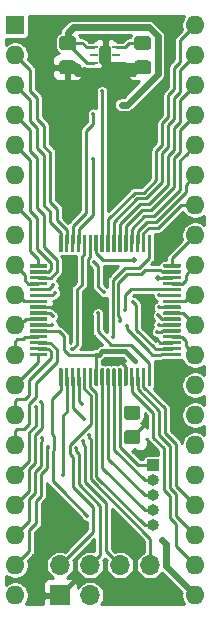
<source format=gbr>
G04 #@! TF.GenerationSoftware,KiCad,Pcbnew,(5.1.5)-3*
G04 #@! TF.CreationDate,2021-01-25T20:45:38-05:00*
G04 #@! TF.ProjectId,DIP40-XC9572XL,44495034-302d-4584-9339-353732584c2e,1*
G04 #@! TF.SameCoordinates,Original*
G04 #@! TF.FileFunction,Copper,L2,Bot*
G04 #@! TF.FilePolarity,Positive*
%FSLAX46Y46*%
G04 Gerber Fmt 4.6, Leading zero omitted, Abs format (unit mm)*
G04 Created by KiCad (PCBNEW (5.1.5)-3) date 2021-01-25 20:45:38*
%MOMM*%
%LPD*%
G04 APERTURE LIST*
%ADD10R,1.700000X1.700000*%
%ADD11O,1.700000X1.700000*%
%ADD12C,0.100000*%
%ADD13R,0.650000X0.280000*%
%ADD14R,1.600000X1.600000*%
%ADD15O,1.600000X1.600000*%
%ADD16R,1.000000X1.000000*%
%ADD17O,1.000000X1.000000*%
%ADD18C,0.500000*%
%ADD19C,0.350000*%
%ADD20C,0.295000*%
%ADD21C,0.588000*%
%ADD22C,0.800000*%
%ADD23C,0.439000*%
%ADD24C,0.238000*%
G04 APERTURE END LIST*
D10*
X102870000Y-96520000D03*
D11*
X102870000Y-93980000D03*
X105410000Y-96520000D03*
X105410000Y-93980000D03*
X107950000Y-93980000D03*
X110490000Y-93980000D03*
G04 #@! TA.AperFunction,SMDPad,CuDef*
D12*
G36*
X103979505Y-49201204D02*
G01*
X104003773Y-49204804D01*
X104027572Y-49210765D01*
X104050671Y-49219030D01*
X104072850Y-49229520D01*
X104093893Y-49242132D01*
X104113599Y-49256747D01*
X104131777Y-49273223D01*
X104148253Y-49291401D01*
X104162868Y-49311107D01*
X104175480Y-49332150D01*
X104185970Y-49354329D01*
X104194235Y-49377428D01*
X104200196Y-49401227D01*
X104203796Y-49425495D01*
X104205000Y-49449999D01*
X104205000Y-50100001D01*
X104203796Y-50124505D01*
X104200196Y-50148773D01*
X104194235Y-50172572D01*
X104185970Y-50195671D01*
X104175480Y-50217850D01*
X104162868Y-50238893D01*
X104148253Y-50258599D01*
X104131777Y-50276777D01*
X104113599Y-50293253D01*
X104093893Y-50307868D01*
X104072850Y-50320480D01*
X104050671Y-50330970D01*
X104027572Y-50339235D01*
X104003773Y-50345196D01*
X103979505Y-50348796D01*
X103955001Y-50350000D01*
X103054999Y-50350000D01*
X103030495Y-50348796D01*
X103006227Y-50345196D01*
X102982428Y-50339235D01*
X102959329Y-50330970D01*
X102937150Y-50320480D01*
X102916107Y-50307868D01*
X102896401Y-50293253D01*
X102878223Y-50276777D01*
X102861747Y-50258599D01*
X102847132Y-50238893D01*
X102834520Y-50217850D01*
X102824030Y-50195671D01*
X102815765Y-50172572D01*
X102809804Y-50148773D01*
X102806204Y-50124505D01*
X102805000Y-50100001D01*
X102805000Y-49449999D01*
X102806204Y-49425495D01*
X102809804Y-49401227D01*
X102815765Y-49377428D01*
X102824030Y-49354329D01*
X102834520Y-49332150D01*
X102847132Y-49311107D01*
X102861747Y-49291401D01*
X102878223Y-49273223D01*
X102896401Y-49256747D01*
X102916107Y-49242132D01*
X102937150Y-49229520D01*
X102959329Y-49219030D01*
X102982428Y-49210765D01*
X103006227Y-49204804D01*
X103030495Y-49201204D01*
X103054999Y-49200000D01*
X103955001Y-49200000D01*
X103979505Y-49201204D01*
G37*
G04 #@! TD.AperFunction*
G04 #@! TA.AperFunction,SMDPad,CuDef*
G36*
X103979505Y-51251204D02*
G01*
X104003773Y-51254804D01*
X104027572Y-51260765D01*
X104050671Y-51269030D01*
X104072850Y-51279520D01*
X104093893Y-51292132D01*
X104113599Y-51306747D01*
X104131777Y-51323223D01*
X104148253Y-51341401D01*
X104162868Y-51361107D01*
X104175480Y-51382150D01*
X104185970Y-51404329D01*
X104194235Y-51427428D01*
X104200196Y-51451227D01*
X104203796Y-51475495D01*
X104205000Y-51499999D01*
X104205000Y-52150001D01*
X104203796Y-52174505D01*
X104200196Y-52198773D01*
X104194235Y-52222572D01*
X104185970Y-52245671D01*
X104175480Y-52267850D01*
X104162868Y-52288893D01*
X104148253Y-52308599D01*
X104131777Y-52326777D01*
X104113599Y-52343253D01*
X104093893Y-52357868D01*
X104072850Y-52370480D01*
X104050671Y-52380970D01*
X104027572Y-52389235D01*
X104003773Y-52395196D01*
X103979505Y-52398796D01*
X103955001Y-52400000D01*
X103054999Y-52400000D01*
X103030495Y-52398796D01*
X103006227Y-52395196D01*
X102982428Y-52389235D01*
X102959329Y-52380970D01*
X102937150Y-52370480D01*
X102916107Y-52357868D01*
X102896401Y-52343253D01*
X102878223Y-52326777D01*
X102861747Y-52308599D01*
X102847132Y-52288893D01*
X102834520Y-52267850D01*
X102824030Y-52245671D01*
X102815765Y-52222572D01*
X102809804Y-52198773D01*
X102806204Y-52174505D01*
X102805000Y-52150001D01*
X102805000Y-51499999D01*
X102806204Y-51475495D01*
X102809804Y-51451227D01*
X102815765Y-51427428D01*
X102824030Y-51404329D01*
X102834520Y-51382150D01*
X102847132Y-51361107D01*
X102861747Y-51341401D01*
X102878223Y-51323223D01*
X102896401Y-51306747D01*
X102916107Y-51292132D01*
X102937150Y-51279520D01*
X102959329Y-51269030D01*
X102982428Y-51260765D01*
X103006227Y-51254804D01*
X103030495Y-51251204D01*
X103054999Y-51250000D01*
X103955001Y-51250000D01*
X103979505Y-51251204D01*
G37*
G04 #@! TD.AperFunction*
G04 #@! TA.AperFunction,SMDPad,CuDef*
G36*
X110329505Y-51251204D02*
G01*
X110353773Y-51254804D01*
X110377572Y-51260765D01*
X110400671Y-51269030D01*
X110422850Y-51279520D01*
X110443893Y-51292132D01*
X110463599Y-51306747D01*
X110481777Y-51323223D01*
X110498253Y-51341401D01*
X110512868Y-51361107D01*
X110525480Y-51382150D01*
X110535970Y-51404329D01*
X110544235Y-51427428D01*
X110550196Y-51451227D01*
X110553796Y-51475495D01*
X110555000Y-51499999D01*
X110555000Y-52150001D01*
X110553796Y-52174505D01*
X110550196Y-52198773D01*
X110544235Y-52222572D01*
X110535970Y-52245671D01*
X110525480Y-52267850D01*
X110512868Y-52288893D01*
X110498253Y-52308599D01*
X110481777Y-52326777D01*
X110463599Y-52343253D01*
X110443893Y-52357868D01*
X110422850Y-52370480D01*
X110400671Y-52380970D01*
X110377572Y-52389235D01*
X110353773Y-52395196D01*
X110329505Y-52398796D01*
X110305001Y-52400000D01*
X109404999Y-52400000D01*
X109380495Y-52398796D01*
X109356227Y-52395196D01*
X109332428Y-52389235D01*
X109309329Y-52380970D01*
X109287150Y-52370480D01*
X109266107Y-52357868D01*
X109246401Y-52343253D01*
X109228223Y-52326777D01*
X109211747Y-52308599D01*
X109197132Y-52288893D01*
X109184520Y-52267850D01*
X109174030Y-52245671D01*
X109165765Y-52222572D01*
X109159804Y-52198773D01*
X109156204Y-52174505D01*
X109155000Y-52150001D01*
X109155000Y-51499999D01*
X109156204Y-51475495D01*
X109159804Y-51451227D01*
X109165765Y-51427428D01*
X109174030Y-51404329D01*
X109184520Y-51382150D01*
X109197132Y-51361107D01*
X109211747Y-51341401D01*
X109228223Y-51323223D01*
X109246401Y-51306747D01*
X109266107Y-51292132D01*
X109287150Y-51279520D01*
X109309329Y-51269030D01*
X109332428Y-51260765D01*
X109356227Y-51254804D01*
X109380495Y-51251204D01*
X109404999Y-51250000D01*
X110305001Y-51250000D01*
X110329505Y-51251204D01*
G37*
G04 #@! TD.AperFunction*
G04 #@! TA.AperFunction,SMDPad,CuDef*
G36*
X110329505Y-49201204D02*
G01*
X110353773Y-49204804D01*
X110377572Y-49210765D01*
X110400671Y-49219030D01*
X110422850Y-49229520D01*
X110443893Y-49242132D01*
X110463599Y-49256747D01*
X110481777Y-49273223D01*
X110498253Y-49291401D01*
X110512868Y-49311107D01*
X110525480Y-49332150D01*
X110535970Y-49354329D01*
X110544235Y-49377428D01*
X110550196Y-49401227D01*
X110553796Y-49425495D01*
X110555000Y-49449999D01*
X110555000Y-50100001D01*
X110553796Y-50124505D01*
X110550196Y-50148773D01*
X110544235Y-50172572D01*
X110535970Y-50195671D01*
X110525480Y-50217850D01*
X110512868Y-50238893D01*
X110498253Y-50258599D01*
X110481777Y-50276777D01*
X110463599Y-50293253D01*
X110443893Y-50307868D01*
X110422850Y-50320480D01*
X110400671Y-50330970D01*
X110377572Y-50339235D01*
X110353773Y-50345196D01*
X110329505Y-50348796D01*
X110305001Y-50350000D01*
X109404999Y-50350000D01*
X109380495Y-50348796D01*
X109356227Y-50345196D01*
X109332428Y-50339235D01*
X109309329Y-50330970D01*
X109287150Y-50320480D01*
X109266107Y-50307868D01*
X109246401Y-50293253D01*
X109228223Y-50276777D01*
X109211747Y-50258599D01*
X109197132Y-50238893D01*
X109184520Y-50217850D01*
X109174030Y-50195671D01*
X109165765Y-50172572D01*
X109159804Y-50148773D01*
X109156204Y-50124505D01*
X109155000Y-50100001D01*
X109155000Y-49449999D01*
X109156204Y-49425495D01*
X109159804Y-49401227D01*
X109165765Y-49377428D01*
X109174030Y-49354329D01*
X109184520Y-49332150D01*
X109197132Y-49311107D01*
X109211747Y-49291401D01*
X109228223Y-49273223D01*
X109246401Y-49256747D01*
X109266107Y-49242132D01*
X109287150Y-49229520D01*
X109309329Y-49219030D01*
X109332428Y-49210765D01*
X109356227Y-49204804D01*
X109380495Y-49201204D01*
X109404999Y-49200000D01*
X110305001Y-49200000D01*
X110329505Y-49201204D01*
G37*
G04 #@! TD.AperFunction*
G04 #@! TA.AperFunction,SMDPad,CuDef*
G36*
X109440505Y-80506704D02*
G01*
X109464773Y-80510304D01*
X109488572Y-80516265D01*
X109511671Y-80524530D01*
X109533850Y-80535020D01*
X109554893Y-80547632D01*
X109574599Y-80562247D01*
X109592777Y-80578723D01*
X109609253Y-80596901D01*
X109623868Y-80616607D01*
X109636480Y-80637650D01*
X109646970Y-80659829D01*
X109655235Y-80682928D01*
X109661196Y-80706727D01*
X109664796Y-80730995D01*
X109666000Y-80755499D01*
X109666000Y-81405501D01*
X109664796Y-81430005D01*
X109661196Y-81454273D01*
X109655235Y-81478072D01*
X109646970Y-81501171D01*
X109636480Y-81523350D01*
X109623868Y-81544393D01*
X109609253Y-81564099D01*
X109592777Y-81582277D01*
X109574599Y-81598753D01*
X109554893Y-81613368D01*
X109533850Y-81625980D01*
X109511671Y-81636470D01*
X109488572Y-81644735D01*
X109464773Y-81650696D01*
X109440505Y-81654296D01*
X109416001Y-81655500D01*
X108515999Y-81655500D01*
X108491495Y-81654296D01*
X108467227Y-81650696D01*
X108443428Y-81644735D01*
X108420329Y-81636470D01*
X108398150Y-81625980D01*
X108377107Y-81613368D01*
X108357401Y-81598753D01*
X108339223Y-81582277D01*
X108322747Y-81564099D01*
X108308132Y-81544393D01*
X108295520Y-81523350D01*
X108285030Y-81501171D01*
X108276765Y-81478072D01*
X108270804Y-81454273D01*
X108267204Y-81430005D01*
X108266000Y-81405501D01*
X108266000Y-80755499D01*
X108267204Y-80730995D01*
X108270804Y-80706727D01*
X108276765Y-80682928D01*
X108285030Y-80659829D01*
X108295520Y-80637650D01*
X108308132Y-80616607D01*
X108322747Y-80596901D01*
X108339223Y-80578723D01*
X108357401Y-80562247D01*
X108377107Y-80547632D01*
X108398150Y-80535020D01*
X108420329Y-80524530D01*
X108443428Y-80516265D01*
X108467227Y-80510304D01*
X108491495Y-80506704D01*
X108515999Y-80505500D01*
X109416001Y-80505500D01*
X109440505Y-80506704D01*
G37*
G04 #@! TD.AperFunction*
G04 #@! TA.AperFunction,SMDPad,CuDef*
G36*
X109440505Y-82556704D02*
G01*
X109464773Y-82560304D01*
X109488572Y-82566265D01*
X109511671Y-82574530D01*
X109533850Y-82585020D01*
X109554893Y-82597632D01*
X109574599Y-82612247D01*
X109592777Y-82628723D01*
X109609253Y-82646901D01*
X109623868Y-82666607D01*
X109636480Y-82687650D01*
X109646970Y-82709829D01*
X109655235Y-82732928D01*
X109661196Y-82756727D01*
X109664796Y-82780995D01*
X109666000Y-82805499D01*
X109666000Y-83455501D01*
X109664796Y-83480005D01*
X109661196Y-83504273D01*
X109655235Y-83528072D01*
X109646970Y-83551171D01*
X109636480Y-83573350D01*
X109623868Y-83594393D01*
X109609253Y-83614099D01*
X109592777Y-83632277D01*
X109574599Y-83648753D01*
X109554893Y-83663368D01*
X109533850Y-83675980D01*
X109511671Y-83686470D01*
X109488572Y-83694735D01*
X109464773Y-83700696D01*
X109440505Y-83704296D01*
X109416001Y-83705500D01*
X108515999Y-83705500D01*
X108491495Y-83704296D01*
X108467227Y-83700696D01*
X108443428Y-83694735D01*
X108420329Y-83686470D01*
X108398150Y-83675980D01*
X108377107Y-83663368D01*
X108357401Y-83648753D01*
X108339223Y-83632277D01*
X108322747Y-83614099D01*
X108308132Y-83594393D01*
X108295520Y-83573350D01*
X108285030Y-83551171D01*
X108276765Y-83528072D01*
X108270804Y-83504273D01*
X108267204Y-83480005D01*
X108266000Y-83455501D01*
X108266000Y-82805499D01*
X108267204Y-82780995D01*
X108270804Y-82756727D01*
X108276765Y-82732928D01*
X108285030Y-82709829D01*
X108295520Y-82687650D01*
X108308132Y-82666607D01*
X108322747Y-82646901D01*
X108339223Y-82628723D01*
X108357401Y-82612247D01*
X108377107Y-82597632D01*
X108398150Y-82585020D01*
X108420329Y-82574530D01*
X108443428Y-82566265D01*
X108467227Y-82560304D01*
X108491495Y-82556704D01*
X108515999Y-82555500D01*
X109416001Y-82555500D01*
X109440505Y-82556704D01*
G37*
G04 #@! TD.AperFunction*
D13*
X107630000Y-50150000D03*
X107630000Y-50800000D03*
X107630000Y-51450000D03*
X105730000Y-51450000D03*
X105730000Y-50800000D03*
X105730000Y-50150000D03*
G04 #@! TA.AperFunction,SMDPad,CuDef*
D12*
G36*
X106954504Y-50001204D02*
G01*
X106978773Y-50004804D01*
X107002571Y-50010765D01*
X107025671Y-50019030D01*
X107047849Y-50029520D01*
X107068893Y-50042133D01*
X107088598Y-50056747D01*
X107106777Y-50073223D01*
X107123253Y-50091402D01*
X107137867Y-50111107D01*
X107150480Y-50132151D01*
X107160970Y-50154329D01*
X107169235Y-50177429D01*
X107175196Y-50201227D01*
X107178796Y-50225496D01*
X107180000Y-50250000D01*
X107180000Y-51350000D01*
X107178796Y-51374504D01*
X107175196Y-51398773D01*
X107169235Y-51422571D01*
X107160970Y-51445671D01*
X107150480Y-51467849D01*
X107137867Y-51488893D01*
X107123253Y-51508598D01*
X107106777Y-51526777D01*
X107088598Y-51543253D01*
X107068893Y-51557867D01*
X107047849Y-51570480D01*
X107025671Y-51580970D01*
X107002571Y-51589235D01*
X106978773Y-51595196D01*
X106954504Y-51598796D01*
X106930000Y-51600000D01*
X106430000Y-51600000D01*
X106405496Y-51598796D01*
X106381227Y-51595196D01*
X106357429Y-51589235D01*
X106334329Y-51580970D01*
X106312151Y-51570480D01*
X106291107Y-51557867D01*
X106271402Y-51543253D01*
X106253223Y-51526777D01*
X106236747Y-51508598D01*
X106222133Y-51488893D01*
X106209520Y-51467849D01*
X106199030Y-51445671D01*
X106190765Y-51422571D01*
X106184804Y-51398773D01*
X106181204Y-51374504D01*
X106180000Y-51350000D01*
X106180000Y-50250000D01*
X106181204Y-50225496D01*
X106184804Y-50201227D01*
X106190765Y-50177429D01*
X106199030Y-50154329D01*
X106209520Y-50132151D01*
X106222133Y-50111107D01*
X106236747Y-50091402D01*
X106253223Y-50073223D01*
X106271402Y-50056747D01*
X106291107Y-50042133D01*
X106312151Y-50029520D01*
X106334329Y-50019030D01*
X106357429Y-50010765D01*
X106381227Y-50004804D01*
X106405496Y-50001204D01*
X106430000Y-50000000D01*
X106930000Y-50000000D01*
X106954504Y-50001204D01*
G37*
G04 #@! TD.AperFunction*
G04 #@! TA.AperFunction,SMDPad,CuDef*
G36*
X113012351Y-68490361D02*
G01*
X113019632Y-68491441D01*
X113026771Y-68493229D01*
X113033701Y-68495709D01*
X113040355Y-68498856D01*
X113046668Y-68502640D01*
X113052579Y-68507024D01*
X113058033Y-68511967D01*
X113062976Y-68517421D01*
X113067360Y-68523332D01*
X113071144Y-68529645D01*
X113074291Y-68536299D01*
X113076771Y-68543229D01*
X113078559Y-68550368D01*
X113079639Y-68557649D01*
X113080000Y-68565000D01*
X113080000Y-68715000D01*
X113079639Y-68722351D01*
X113078559Y-68729632D01*
X113076771Y-68736771D01*
X113074291Y-68743701D01*
X113071144Y-68750355D01*
X113067360Y-68756668D01*
X113062976Y-68762579D01*
X113058033Y-68768033D01*
X113052579Y-68772976D01*
X113046668Y-68777360D01*
X113040355Y-68781144D01*
X113033701Y-68784291D01*
X113026771Y-68786771D01*
X113019632Y-68788559D01*
X113012351Y-68789639D01*
X113005000Y-68790000D01*
X111680000Y-68790000D01*
X111672649Y-68789639D01*
X111665368Y-68788559D01*
X111658229Y-68786771D01*
X111651299Y-68784291D01*
X111644645Y-68781144D01*
X111638332Y-68777360D01*
X111632421Y-68772976D01*
X111626967Y-68768033D01*
X111622024Y-68762579D01*
X111617640Y-68756668D01*
X111613856Y-68750355D01*
X111610709Y-68743701D01*
X111608229Y-68736771D01*
X111606441Y-68729632D01*
X111605361Y-68722351D01*
X111605000Y-68715000D01*
X111605000Y-68565000D01*
X111605361Y-68557649D01*
X111606441Y-68550368D01*
X111608229Y-68543229D01*
X111610709Y-68536299D01*
X111613856Y-68529645D01*
X111617640Y-68523332D01*
X111622024Y-68517421D01*
X111626967Y-68511967D01*
X111632421Y-68507024D01*
X111638332Y-68502640D01*
X111644645Y-68498856D01*
X111651299Y-68495709D01*
X111658229Y-68493229D01*
X111665368Y-68491441D01*
X111672649Y-68490361D01*
X111680000Y-68490000D01*
X113005000Y-68490000D01*
X113012351Y-68490361D01*
G37*
G04 #@! TD.AperFunction*
G04 #@! TA.AperFunction,SMDPad,CuDef*
G36*
X113012351Y-68990361D02*
G01*
X113019632Y-68991441D01*
X113026771Y-68993229D01*
X113033701Y-68995709D01*
X113040355Y-68998856D01*
X113046668Y-69002640D01*
X113052579Y-69007024D01*
X113058033Y-69011967D01*
X113062976Y-69017421D01*
X113067360Y-69023332D01*
X113071144Y-69029645D01*
X113074291Y-69036299D01*
X113076771Y-69043229D01*
X113078559Y-69050368D01*
X113079639Y-69057649D01*
X113080000Y-69065000D01*
X113080000Y-69215000D01*
X113079639Y-69222351D01*
X113078559Y-69229632D01*
X113076771Y-69236771D01*
X113074291Y-69243701D01*
X113071144Y-69250355D01*
X113067360Y-69256668D01*
X113062976Y-69262579D01*
X113058033Y-69268033D01*
X113052579Y-69272976D01*
X113046668Y-69277360D01*
X113040355Y-69281144D01*
X113033701Y-69284291D01*
X113026771Y-69286771D01*
X113019632Y-69288559D01*
X113012351Y-69289639D01*
X113005000Y-69290000D01*
X111680000Y-69290000D01*
X111672649Y-69289639D01*
X111665368Y-69288559D01*
X111658229Y-69286771D01*
X111651299Y-69284291D01*
X111644645Y-69281144D01*
X111638332Y-69277360D01*
X111632421Y-69272976D01*
X111626967Y-69268033D01*
X111622024Y-69262579D01*
X111617640Y-69256668D01*
X111613856Y-69250355D01*
X111610709Y-69243701D01*
X111608229Y-69236771D01*
X111606441Y-69229632D01*
X111605361Y-69222351D01*
X111605000Y-69215000D01*
X111605000Y-69065000D01*
X111605361Y-69057649D01*
X111606441Y-69050368D01*
X111608229Y-69043229D01*
X111610709Y-69036299D01*
X111613856Y-69029645D01*
X111617640Y-69023332D01*
X111622024Y-69017421D01*
X111626967Y-69011967D01*
X111632421Y-69007024D01*
X111638332Y-69002640D01*
X111644645Y-68998856D01*
X111651299Y-68995709D01*
X111658229Y-68993229D01*
X111665368Y-68991441D01*
X111672649Y-68990361D01*
X111680000Y-68990000D01*
X113005000Y-68990000D01*
X113012351Y-68990361D01*
G37*
G04 #@! TD.AperFunction*
G04 #@! TA.AperFunction,SMDPad,CuDef*
G36*
X113012351Y-69490361D02*
G01*
X113019632Y-69491441D01*
X113026771Y-69493229D01*
X113033701Y-69495709D01*
X113040355Y-69498856D01*
X113046668Y-69502640D01*
X113052579Y-69507024D01*
X113058033Y-69511967D01*
X113062976Y-69517421D01*
X113067360Y-69523332D01*
X113071144Y-69529645D01*
X113074291Y-69536299D01*
X113076771Y-69543229D01*
X113078559Y-69550368D01*
X113079639Y-69557649D01*
X113080000Y-69565000D01*
X113080000Y-69715000D01*
X113079639Y-69722351D01*
X113078559Y-69729632D01*
X113076771Y-69736771D01*
X113074291Y-69743701D01*
X113071144Y-69750355D01*
X113067360Y-69756668D01*
X113062976Y-69762579D01*
X113058033Y-69768033D01*
X113052579Y-69772976D01*
X113046668Y-69777360D01*
X113040355Y-69781144D01*
X113033701Y-69784291D01*
X113026771Y-69786771D01*
X113019632Y-69788559D01*
X113012351Y-69789639D01*
X113005000Y-69790000D01*
X111680000Y-69790000D01*
X111672649Y-69789639D01*
X111665368Y-69788559D01*
X111658229Y-69786771D01*
X111651299Y-69784291D01*
X111644645Y-69781144D01*
X111638332Y-69777360D01*
X111632421Y-69772976D01*
X111626967Y-69768033D01*
X111622024Y-69762579D01*
X111617640Y-69756668D01*
X111613856Y-69750355D01*
X111610709Y-69743701D01*
X111608229Y-69736771D01*
X111606441Y-69729632D01*
X111605361Y-69722351D01*
X111605000Y-69715000D01*
X111605000Y-69565000D01*
X111605361Y-69557649D01*
X111606441Y-69550368D01*
X111608229Y-69543229D01*
X111610709Y-69536299D01*
X111613856Y-69529645D01*
X111617640Y-69523332D01*
X111622024Y-69517421D01*
X111626967Y-69511967D01*
X111632421Y-69507024D01*
X111638332Y-69502640D01*
X111644645Y-69498856D01*
X111651299Y-69495709D01*
X111658229Y-69493229D01*
X111665368Y-69491441D01*
X111672649Y-69490361D01*
X111680000Y-69490000D01*
X113005000Y-69490000D01*
X113012351Y-69490361D01*
G37*
G04 #@! TD.AperFunction*
G04 #@! TA.AperFunction,SMDPad,CuDef*
G36*
X113012351Y-69990361D02*
G01*
X113019632Y-69991441D01*
X113026771Y-69993229D01*
X113033701Y-69995709D01*
X113040355Y-69998856D01*
X113046668Y-70002640D01*
X113052579Y-70007024D01*
X113058033Y-70011967D01*
X113062976Y-70017421D01*
X113067360Y-70023332D01*
X113071144Y-70029645D01*
X113074291Y-70036299D01*
X113076771Y-70043229D01*
X113078559Y-70050368D01*
X113079639Y-70057649D01*
X113080000Y-70065000D01*
X113080000Y-70215000D01*
X113079639Y-70222351D01*
X113078559Y-70229632D01*
X113076771Y-70236771D01*
X113074291Y-70243701D01*
X113071144Y-70250355D01*
X113067360Y-70256668D01*
X113062976Y-70262579D01*
X113058033Y-70268033D01*
X113052579Y-70272976D01*
X113046668Y-70277360D01*
X113040355Y-70281144D01*
X113033701Y-70284291D01*
X113026771Y-70286771D01*
X113019632Y-70288559D01*
X113012351Y-70289639D01*
X113005000Y-70290000D01*
X111680000Y-70290000D01*
X111672649Y-70289639D01*
X111665368Y-70288559D01*
X111658229Y-70286771D01*
X111651299Y-70284291D01*
X111644645Y-70281144D01*
X111638332Y-70277360D01*
X111632421Y-70272976D01*
X111626967Y-70268033D01*
X111622024Y-70262579D01*
X111617640Y-70256668D01*
X111613856Y-70250355D01*
X111610709Y-70243701D01*
X111608229Y-70236771D01*
X111606441Y-70229632D01*
X111605361Y-70222351D01*
X111605000Y-70215000D01*
X111605000Y-70065000D01*
X111605361Y-70057649D01*
X111606441Y-70050368D01*
X111608229Y-70043229D01*
X111610709Y-70036299D01*
X111613856Y-70029645D01*
X111617640Y-70023332D01*
X111622024Y-70017421D01*
X111626967Y-70011967D01*
X111632421Y-70007024D01*
X111638332Y-70002640D01*
X111644645Y-69998856D01*
X111651299Y-69995709D01*
X111658229Y-69993229D01*
X111665368Y-69991441D01*
X111672649Y-69990361D01*
X111680000Y-69990000D01*
X113005000Y-69990000D01*
X113012351Y-69990361D01*
G37*
G04 #@! TD.AperFunction*
G04 #@! TA.AperFunction,SMDPad,CuDef*
G36*
X113012351Y-70490361D02*
G01*
X113019632Y-70491441D01*
X113026771Y-70493229D01*
X113033701Y-70495709D01*
X113040355Y-70498856D01*
X113046668Y-70502640D01*
X113052579Y-70507024D01*
X113058033Y-70511967D01*
X113062976Y-70517421D01*
X113067360Y-70523332D01*
X113071144Y-70529645D01*
X113074291Y-70536299D01*
X113076771Y-70543229D01*
X113078559Y-70550368D01*
X113079639Y-70557649D01*
X113080000Y-70565000D01*
X113080000Y-70715000D01*
X113079639Y-70722351D01*
X113078559Y-70729632D01*
X113076771Y-70736771D01*
X113074291Y-70743701D01*
X113071144Y-70750355D01*
X113067360Y-70756668D01*
X113062976Y-70762579D01*
X113058033Y-70768033D01*
X113052579Y-70772976D01*
X113046668Y-70777360D01*
X113040355Y-70781144D01*
X113033701Y-70784291D01*
X113026771Y-70786771D01*
X113019632Y-70788559D01*
X113012351Y-70789639D01*
X113005000Y-70790000D01*
X111680000Y-70790000D01*
X111672649Y-70789639D01*
X111665368Y-70788559D01*
X111658229Y-70786771D01*
X111651299Y-70784291D01*
X111644645Y-70781144D01*
X111638332Y-70777360D01*
X111632421Y-70772976D01*
X111626967Y-70768033D01*
X111622024Y-70762579D01*
X111617640Y-70756668D01*
X111613856Y-70750355D01*
X111610709Y-70743701D01*
X111608229Y-70736771D01*
X111606441Y-70729632D01*
X111605361Y-70722351D01*
X111605000Y-70715000D01*
X111605000Y-70565000D01*
X111605361Y-70557649D01*
X111606441Y-70550368D01*
X111608229Y-70543229D01*
X111610709Y-70536299D01*
X111613856Y-70529645D01*
X111617640Y-70523332D01*
X111622024Y-70517421D01*
X111626967Y-70511967D01*
X111632421Y-70507024D01*
X111638332Y-70502640D01*
X111644645Y-70498856D01*
X111651299Y-70495709D01*
X111658229Y-70493229D01*
X111665368Y-70491441D01*
X111672649Y-70490361D01*
X111680000Y-70490000D01*
X113005000Y-70490000D01*
X113012351Y-70490361D01*
G37*
G04 #@! TD.AperFunction*
G04 #@! TA.AperFunction,SMDPad,CuDef*
G36*
X113012351Y-70990361D02*
G01*
X113019632Y-70991441D01*
X113026771Y-70993229D01*
X113033701Y-70995709D01*
X113040355Y-70998856D01*
X113046668Y-71002640D01*
X113052579Y-71007024D01*
X113058033Y-71011967D01*
X113062976Y-71017421D01*
X113067360Y-71023332D01*
X113071144Y-71029645D01*
X113074291Y-71036299D01*
X113076771Y-71043229D01*
X113078559Y-71050368D01*
X113079639Y-71057649D01*
X113080000Y-71065000D01*
X113080000Y-71215000D01*
X113079639Y-71222351D01*
X113078559Y-71229632D01*
X113076771Y-71236771D01*
X113074291Y-71243701D01*
X113071144Y-71250355D01*
X113067360Y-71256668D01*
X113062976Y-71262579D01*
X113058033Y-71268033D01*
X113052579Y-71272976D01*
X113046668Y-71277360D01*
X113040355Y-71281144D01*
X113033701Y-71284291D01*
X113026771Y-71286771D01*
X113019632Y-71288559D01*
X113012351Y-71289639D01*
X113005000Y-71290000D01*
X111680000Y-71290000D01*
X111672649Y-71289639D01*
X111665368Y-71288559D01*
X111658229Y-71286771D01*
X111651299Y-71284291D01*
X111644645Y-71281144D01*
X111638332Y-71277360D01*
X111632421Y-71272976D01*
X111626967Y-71268033D01*
X111622024Y-71262579D01*
X111617640Y-71256668D01*
X111613856Y-71250355D01*
X111610709Y-71243701D01*
X111608229Y-71236771D01*
X111606441Y-71229632D01*
X111605361Y-71222351D01*
X111605000Y-71215000D01*
X111605000Y-71065000D01*
X111605361Y-71057649D01*
X111606441Y-71050368D01*
X111608229Y-71043229D01*
X111610709Y-71036299D01*
X111613856Y-71029645D01*
X111617640Y-71023332D01*
X111622024Y-71017421D01*
X111626967Y-71011967D01*
X111632421Y-71007024D01*
X111638332Y-71002640D01*
X111644645Y-70998856D01*
X111651299Y-70995709D01*
X111658229Y-70993229D01*
X111665368Y-70991441D01*
X111672649Y-70990361D01*
X111680000Y-70990000D01*
X113005000Y-70990000D01*
X113012351Y-70990361D01*
G37*
G04 #@! TD.AperFunction*
G04 #@! TA.AperFunction,SMDPad,CuDef*
G36*
X113012351Y-71490361D02*
G01*
X113019632Y-71491441D01*
X113026771Y-71493229D01*
X113033701Y-71495709D01*
X113040355Y-71498856D01*
X113046668Y-71502640D01*
X113052579Y-71507024D01*
X113058033Y-71511967D01*
X113062976Y-71517421D01*
X113067360Y-71523332D01*
X113071144Y-71529645D01*
X113074291Y-71536299D01*
X113076771Y-71543229D01*
X113078559Y-71550368D01*
X113079639Y-71557649D01*
X113080000Y-71565000D01*
X113080000Y-71715000D01*
X113079639Y-71722351D01*
X113078559Y-71729632D01*
X113076771Y-71736771D01*
X113074291Y-71743701D01*
X113071144Y-71750355D01*
X113067360Y-71756668D01*
X113062976Y-71762579D01*
X113058033Y-71768033D01*
X113052579Y-71772976D01*
X113046668Y-71777360D01*
X113040355Y-71781144D01*
X113033701Y-71784291D01*
X113026771Y-71786771D01*
X113019632Y-71788559D01*
X113012351Y-71789639D01*
X113005000Y-71790000D01*
X111680000Y-71790000D01*
X111672649Y-71789639D01*
X111665368Y-71788559D01*
X111658229Y-71786771D01*
X111651299Y-71784291D01*
X111644645Y-71781144D01*
X111638332Y-71777360D01*
X111632421Y-71772976D01*
X111626967Y-71768033D01*
X111622024Y-71762579D01*
X111617640Y-71756668D01*
X111613856Y-71750355D01*
X111610709Y-71743701D01*
X111608229Y-71736771D01*
X111606441Y-71729632D01*
X111605361Y-71722351D01*
X111605000Y-71715000D01*
X111605000Y-71565000D01*
X111605361Y-71557649D01*
X111606441Y-71550368D01*
X111608229Y-71543229D01*
X111610709Y-71536299D01*
X111613856Y-71529645D01*
X111617640Y-71523332D01*
X111622024Y-71517421D01*
X111626967Y-71511967D01*
X111632421Y-71507024D01*
X111638332Y-71502640D01*
X111644645Y-71498856D01*
X111651299Y-71495709D01*
X111658229Y-71493229D01*
X111665368Y-71491441D01*
X111672649Y-71490361D01*
X111680000Y-71490000D01*
X113005000Y-71490000D01*
X113012351Y-71490361D01*
G37*
G04 #@! TD.AperFunction*
G04 #@! TA.AperFunction,SMDPad,CuDef*
G36*
X113012351Y-71990361D02*
G01*
X113019632Y-71991441D01*
X113026771Y-71993229D01*
X113033701Y-71995709D01*
X113040355Y-71998856D01*
X113046668Y-72002640D01*
X113052579Y-72007024D01*
X113058033Y-72011967D01*
X113062976Y-72017421D01*
X113067360Y-72023332D01*
X113071144Y-72029645D01*
X113074291Y-72036299D01*
X113076771Y-72043229D01*
X113078559Y-72050368D01*
X113079639Y-72057649D01*
X113080000Y-72065000D01*
X113080000Y-72215000D01*
X113079639Y-72222351D01*
X113078559Y-72229632D01*
X113076771Y-72236771D01*
X113074291Y-72243701D01*
X113071144Y-72250355D01*
X113067360Y-72256668D01*
X113062976Y-72262579D01*
X113058033Y-72268033D01*
X113052579Y-72272976D01*
X113046668Y-72277360D01*
X113040355Y-72281144D01*
X113033701Y-72284291D01*
X113026771Y-72286771D01*
X113019632Y-72288559D01*
X113012351Y-72289639D01*
X113005000Y-72290000D01*
X111680000Y-72290000D01*
X111672649Y-72289639D01*
X111665368Y-72288559D01*
X111658229Y-72286771D01*
X111651299Y-72284291D01*
X111644645Y-72281144D01*
X111638332Y-72277360D01*
X111632421Y-72272976D01*
X111626967Y-72268033D01*
X111622024Y-72262579D01*
X111617640Y-72256668D01*
X111613856Y-72250355D01*
X111610709Y-72243701D01*
X111608229Y-72236771D01*
X111606441Y-72229632D01*
X111605361Y-72222351D01*
X111605000Y-72215000D01*
X111605000Y-72065000D01*
X111605361Y-72057649D01*
X111606441Y-72050368D01*
X111608229Y-72043229D01*
X111610709Y-72036299D01*
X111613856Y-72029645D01*
X111617640Y-72023332D01*
X111622024Y-72017421D01*
X111626967Y-72011967D01*
X111632421Y-72007024D01*
X111638332Y-72002640D01*
X111644645Y-71998856D01*
X111651299Y-71995709D01*
X111658229Y-71993229D01*
X111665368Y-71991441D01*
X111672649Y-71990361D01*
X111680000Y-71990000D01*
X113005000Y-71990000D01*
X113012351Y-71990361D01*
G37*
G04 #@! TD.AperFunction*
G04 #@! TA.AperFunction,SMDPad,CuDef*
G36*
X113012351Y-72490361D02*
G01*
X113019632Y-72491441D01*
X113026771Y-72493229D01*
X113033701Y-72495709D01*
X113040355Y-72498856D01*
X113046668Y-72502640D01*
X113052579Y-72507024D01*
X113058033Y-72511967D01*
X113062976Y-72517421D01*
X113067360Y-72523332D01*
X113071144Y-72529645D01*
X113074291Y-72536299D01*
X113076771Y-72543229D01*
X113078559Y-72550368D01*
X113079639Y-72557649D01*
X113080000Y-72565000D01*
X113080000Y-72715000D01*
X113079639Y-72722351D01*
X113078559Y-72729632D01*
X113076771Y-72736771D01*
X113074291Y-72743701D01*
X113071144Y-72750355D01*
X113067360Y-72756668D01*
X113062976Y-72762579D01*
X113058033Y-72768033D01*
X113052579Y-72772976D01*
X113046668Y-72777360D01*
X113040355Y-72781144D01*
X113033701Y-72784291D01*
X113026771Y-72786771D01*
X113019632Y-72788559D01*
X113012351Y-72789639D01*
X113005000Y-72790000D01*
X111680000Y-72790000D01*
X111672649Y-72789639D01*
X111665368Y-72788559D01*
X111658229Y-72786771D01*
X111651299Y-72784291D01*
X111644645Y-72781144D01*
X111638332Y-72777360D01*
X111632421Y-72772976D01*
X111626967Y-72768033D01*
X111622024Y-72762579D01*
X111617640Y-72756668D01*
X111613856Y-72750355D01*
X111610709Y-72743701D01*
X111608229Y-72736771D01*
X111606441Y-72729632D01*
X111605361Y-72722351D01*
X111605000Y-72715000D01*
X111605000Y-72565000D01*
X111605361Y-72557649D01*
X111606441Y-72550368D01*
X111608229Y-72543229D01*
X111610709Y-72536299D01*
X111613856Y-72529645D01*
X111617640Y-72523332D01*
X111622024Y-72517421D01*
X111626967Y-72511967D01*
X111632421Y-72507024D01*
X111638332Y-72502640D01*
X111644645Y-72498856D01*
X111651299Y-72495709D01*
X111658229Y-72493229D01*
X111665368Y-72491441D01*
X111672649Y-72490361D01*
X111680000Y-72490000D01*
X113005000Y-72490000D01*
X113012351Y-72490361D01*
G37*
G04 #@! TD.AperFunction*
G04 #@! TA.AperFunction,SMDPad,CuDef*
G36*
X113012351Y-72990361D02*
G01*
X113019632Y-72991441D01*
X113026771Y-72993229D01*
X113033701Y-72995709D01*
X113040355Y-72998856D01*
X113046668Y-73002640D01*
X113052579Y-73007024D01*
X113058033Y-73011967D01*
X113062976Y-73017421D01*
X113067360Y-73023332D01*
X113071144Y-73029645D01*
X113074291Y-73036299D01*
X113076771Y-73043229D01*
X113078559Y-73050368D01*
X113079639Y-73057649D01*
X113080000Y-73065000D01*
X113080000Y-73215000D01*
X113079639Y-73222351D01*
X113078559Y-73229632D01*
X113076771Y-73236771D01*
X113074291Y-73243701D01*
X113071144Y-73250355D01*
X113067360Y-73256668D01*
X113062976Y-73262579D01*
X113058033Y-73268033D01*
X113052579Y-73272976D01*
X113046668Y-73277360D01*
X113040355Y-73281144D01*
X113033701Y-73284291D01*
X113026771Y-73286771D01*
X113019632Y-73288559D01*
X113012351Y-73289639D01*
X113005000Y-73290000D01*
X111680000Y-73290000D01*
X111672649Y-73289639D01*
X111665368Y-73288559D01*
X111658229Y-73286771D01*
X111651299Y-73284291D01*
X111644645Y-73281144D01*
X111638332Y-73277360D01*
X111632421Y-73272976D01*
X111626967Y-73268033D01*
X111622024Y-73262579D01*
X111617640Y-73256668D01*
X111613856Y-73250355D01*
X111610709Y-73243701D01*
X111608229Y-73236771D01*
X111606441Y-73229632D01*
X111605361Y-73222351D01*
X111605000Y-73215000D01*
X111605000Y-73065000D01*
X111605361Y-73057649D01*
X111606441Y-73050368D01*
X111608229Y-73043229D01*
X111610709Y-73036299D01*
X111613856Y-73029645D01*
X111617640Y-73023332D01*
X111622024Y-73017421D01*
X111626967Y-73011967D01*
X111632421Y-73007024D01*
X111638332Y-73002640D01*
X111644645Y-72998856D01*
X111651299Y-72995709D01*
X111658229Y-72993229D01*
X111665368Y-72991441D01*
X111672649Y-72990361D01*
X111680000Y-72990000D01*
X113005000Y-72990000D01*
X113012351Y-72990361D01*
G37*
G04 #@! TD.AperFunction*
G04 #@! TA.AperFunction,SMDPad,CuDef*
G36*
X113012351Y-73490361D02*
G01*
X113019632Y-73491441D01*
X113026771Y-73493229D01*
X113033701Y-73495709D01*
X113040355Y-73498856D01*
X113046668Y-73502640D01*
X113052579Y-73507024D01*
X113058033Y-73511967D01*
X113062976Y-73517421D01*
X113067360Y-73523332D01*
X113071144Y-73529645D01*
X113074291Y-73536299D01*
X113076771Y-73543229D01*
X113078559Y-73550368D01*
X113079639Y-73557649D01*
X113080000Y-73565000D01*
X113080000Y-73715000D01*
X113079639Y-73722351D01*
X113078559Y-73729632D01*
X113076771Y-73736771D01*
X113074291Y-73743701D01*
X113071144Y-73750355D01*
X113067360Y-73756668D01*
X113062976Y-73762579D01*
X113058033Y-73768033D01*
X113052579Y-73772976D01*
X113046668Y-73777360D01*
X113040355Y-73781144D01*
X113033701Y-73784291D01*
X113026771Y-73786771D01*
X113019632Y-73788559D01*
X113012351Y-73789639D01*
X113005000Y-73790000D01*
X111680000Y-73790000D01*
X111672649Y-73789639D01*
X111665368Y-73788559D01*
X111658229Y-73786771D01*
X111651299Y-73784291D01*
X111644645Y-73781144D01*
X111638332Y-73777360D01*
X111632421Y-73772976D01*
X111626967Y-73768033D01*
X111622024Y-73762579D01*
X111617640Y-73756668D01*
X111613856Y-73750355D01*
X111610709Y-73743701D01*
X111608229Y-73736771D01*
X111606441Y-73729632D01*
X111605361Y-73722351D01*
X111605000Y-73715000D01*
X111605000Y-73565000D01*
X111605361Y-73557649D01*
X111606441Y-73550368D01*
X111608229Y-73543229D01*
X111610709Y-73536299D01*
X111613856Y-73529645D01*
X111617640Y-73523332D01*
X111622024Y-73517421D01*
X111626967Y-73511967D01*
X111632421Y-73507024D01*
X111638332Y-73502640D01*
X111644645Y-73498856D01*
X111651299Y-73495709D01*
X111658229Y-73493229D01*
X111665368Y-73491441D01*
X111672649Y-73490361D01*
X111680000Y-73490000D01*
X113005000Y-73490000D01*
X113012351Y-73490361D01*
G37*
G04 #@! TD.AperFunction*
G04 #@! TA.AperFunction,SMDPad,CuDef*
G36*
X113012351Y-73990361D02*
G01*
X113019632Y-73991441D01*
X113026771Y-73993229D01*
X113033701Y-73995709D01*
X113040355Y-73998856D01*
X113046668Y-74002640D01*
X113052579Y-74007024D01*
X113058033Y-74011967D01*
X113062976Y-74017421D01*
X113067360Y-74023332D01*
X113071144Y-74029645D01*
X113074291Y-74036299D01*
X113076771Y-74043229D01*
X113078559Y-74050368D01*
X113079639Y-74057649D01*
X113080000Y-74065000D01*
X113080000Y-74215000D01*
X113079639Y-74222351D01*
X113078559Y-74229632D01*
X113076771Y-74236771D01*
X113074291Y-74243701D01*
X113071144Y-74250355D01*
X113067360Y-74256668D01*
X113062976Y-74262579D01*
X113058033Y-74268033D01*
X113052579Y-74272976D01*
X113046668Y-74277360D01*
X113040355Y-74281144D01*
X113033701Y-74284291D01*
X113026771Y-74286771D01*
X113019632Y-74288559D01*
X113012351Y-74289639D01*
X113005000Y-74290000D01*
X111680000Y-74290000D01*
X111672649Y-74289639D01*
X111665368Y-74288559D01*
X111658229Y-74286771D01*
X111651299Y-74284291D01*
X111644645Y-74281144D01*
X111638332Y-74277360D01*
X111632421Y-74272976D01*
X111626967Y-74268033D01*
X111622024Y-74262579D01*
X111617640Y-74256668D01*
X111613856Y-74250355D01*
X111610709Y-74243701D01*
X111608229Y-74236771D01*
X111606441Y-74229632D01*
X111605361Y-74222351D01*
X111605000Y-74215000D01*
X111605000Y-74065000D01*
X111605361Y-74057649D01*
X111606441Y-74050368D01*
X111608229Y-74043229D01*
X111610709Y-74036299D01*
X111613856Y-74029645D01*
X111617640Y-74023332D01*
X111622024Y-74017421D01*
X111626967Y-74011967D01*
X111632421Y-74007024D01*
X111638332Y-74002640D01*
X111644645Y-73998856D01*
X111651299Y-73995709D01*
X111658229Y-73993229D01*
X111665368Y-73991441D01*
X111672649Y-73990361D01*
X111680000Y-73990000D01*
X113005000Y-73990000D01*
X113012351Y-73990361D01*
G37*
G04 #@! TD.AperFunction*
G04 #@! TA.AperFunction,SMDPad,CuDef*
G36*
X113012351Y-74490361D02*
G01*
X113019632Y-74491441D01*
X113026771Y-74493229D01*
X113033701Y-74495709D01*
X113040355Y-74498856D01*
X113046668Y-74502640D01*
X113052579Y-74507024D01*
X113058033Y-74511967D01*
X113062976Y-74517421D01*
X113067360Y-74523332D01*
X113071144Y-74529645D01*
X113074291Y-74536299D01*
X113076771Y-74543229D01*
X113078559Y-74550368D01*
X113079639Y-74557649D01*
X113080000Y-74565000D01*
X113080000Y-74715000D01*
X113079639Y-74722351D01*
X113078559Y-74729632D01*
X113076771Y-74736771D01*
X113074291Y-74743701D01*
X113071144Y-74750355D01*
X113067360Y-74756668D01*
X113062976Y-74762579D01*
X113058033Y-74768033D01*
X113052579Y-74772976D01*
X113046668Y-74777360D01*
X113040355Y-74781144D01*
X113033701Y-74784291D01*
X113026771Y-74786771D01*
X113019632Y-74788559D01*
X113012351Y-74789639D01*
X113005000Y-74790000D01*
X111680000Y-74790000D01*
X111672649Y-74789639D01*
X111665368Y-74788559D01*
X111658229Y-74786771D01*
X111651299Y-74784291D01*
X111644645Y-74781144D01*
X111638332Y-74777360D01*
X111632421Y-74772976D01*
X111626967Y-74768033D01*
X111622024Y-74762579D01*
X111617640Y-74756668D01*
X111613856Y-74750355D01*
X111610709Y-74743701D01*
X111608229Y-74736771D01*
X111606441Y-74729632D01*
X111605361Y-74722351D01*
X111605000Y-74715000D01*
X111605000Y-74565000D01*
X111605361Y-74557649D01*
X111606441Y-74550368D01*
X111608229Y-74543229D01*
X111610709Y-74536299D01*
X111613856Y-74529645D01*
X111617640Y-74523332D01*
X111622024Y-74517421D01*
X111626967Y-74511967D01*
X111632421Y-74507024D01*
X111638332Y-74502640D01*
X111644645Y-74498856D01*
X111651299Y-74495709D01*
X111658229Y-74493229D01*
X111665368Y-74491441D01*
X111672649Y-74490361D01*
X111680000Y-74490000D01*
X113005000Y-74490000D01*
X113012351Y-74490361D01*
G37*
G04 #@! TD.AperFunction*
G04 #@! TA.AperFunction,SMDPad,CuDef*
G36*
X113012351Y-74990361D02*
G01*
X113019632Y-74991441D01*
X113026771Y-74993229D01*
X113033701Y-74995709D01*
X113040355Y-74998856D01*
X113046668Y-75002640D01*
X113052579Y-75007024D01*
X113058033Y-75011967D01*
X113062976Y-75017421D01*
X113067360Y-75023332D01*
X113071144Y-75029645D01*
X113074291Y-75036299D01*
X113076771Y-75043229D01*
X113078559Y-75050368D01*
X113079639Y-75057649D01*
X113080000Y-75065000D01*
X113080000Y-75215000D01*
X113079639Y-75222351D01*
X113078559Y-75229632D01*
X113076771Y-75236771D01*
X113074291Y-75243701D01*
X113071144Y-75250355D01*
X113067360Y-75256668D01*
X113062976Y-75262579D01*
X113058033Y-75268033D01*
X113052579Y-75272976D01*
X113046668Y-75277360D01*
X113040355Y-75281144D01*
X113033701Y-75284291D01*
X113026771Y-75286771D01*
X113019632Y-75288559D01*
X113012351Y-75289639D01*
X113005000Y-75290000D01*
X111680000Y-75290000D01*
X111672649Y-75289639D01*
X111665368Y-75288559D01*
X111658229Y-75286771D01*
X111651299Y-75284291D01*
X111644645Y-75281144D01*
X111638332Y-75277360D01*
X111632421Y-75272976D01*
X111626967Y-75268033D01*
X111622024Y-75262579D01*
X111617640Y-75256668D01*
X111613856Y-75250355D01*
X111610709Y-75243701D01*
X111608229Y-75236771D01*
X111606441Y-75229632D01*
X111605361Y-75222351D01*
X111605000Y-75215000D01*
X111605000Y-75065000D01*
X111605361Y-75057649D01*
X111606441Y-75050368D01*
X111608229Y-75043229D01*
X111610709Y-75036299D01*
X111613856Y-75029645D01*
X111617640Y-75023332D01*
X111622024Y-75017421D01*
X111626967Y-75011967D01*
X111632421Y-75007024D01*
X111638332Y-75002640D01*
X111644645Y-74998856D01*
X111651299Y-74995709D01*
X111658229Y-74993229D01*
X111665368Y-74991441D01*
X111672649Y-74990361D01*
X111680000Y-74990000D01*
X113005000Y-74990000D01*
X113012351Y-74990361D01*
G37*
G04 #@! TD.AperFunction*
G04 #@! TA.AperFunction,SMDPad,CuDef*
G36*
X113012351Y-75490361D02*
G01*
X113019632Y-75491441D01*
X113026771Y-75493229D01*
X113033701Y-75495709D01*
X113040355Y-75498856D01*
X113046668Y-75502640D01*
X113052579Y-75507024D01*
X113058033Y-75511967D01*
X113062976Y-75517421D01*
X113067360Y-75523332D01*
X113071144Y-75529645D01*
X113074291Y-75536299D01*
X113076771Y-75543229D01*
X113078559Y-75550368D01*
X113079639Y-75557649D01*
X113080000Y-75565000D01*
X113080000Y-75715000D01*
X113079639Y-75722351D01*
X113078559Y-75729632D01*
X113076771Y-75736771D01*
X113074291Y-75743701D01*
X113071144Y-75750355D01*
X113067360Y-75756668D01*
X113062976Y-75762579D01*
X113058033Y-75768033D01*
X113052579Y-75772976D01*
X113046668Y-75777360D01*
X113040355Y-75781144D01*
X113033701Y-75784291D01*
X113026771Y-75786771D01*
X113019632Y-75788559D01*
X113012351Y-75789639D01*
X113005000Y-75790000D01*
X111680000Y-75790000D01*
X111672649Y-75789639D01*
X111665368Y-75788559D01*
X111658229Y-75786771D01*
X111651299Y-75784291D01*
X111644645Y-75781144D01*
X111638332Y-75777360D01*
X111632421Y-75772976D01*
X111626967Y-75768033D01*
X111622024Y-75762579D01*
X111617640Y-75756668D01*
X111613856Y-75750355D01*
X111610709Y-75743701D01*
X111608229Y-75736771D01*
X111606441Y-75729632D01*
X111605361Y-75722351D01*
X111605000Y-75715000D01*
X111605000Y-75565000D01*
X111605361Y-75557649D01*
X111606441Y-75550368D01*
X111608229Y-75543229D01*
X111610709Y-75536299D01*
X111613856Y-75529645D01*
X111617640Y-75523332D01*
X111622024Y-75517421D01*
X111626967Y-75511967D01*
X111632421Y-75507024D01*
X111638332Y-75502640D01*
X111644645Y-75498856D01*
X111651299Y-75495709D01*
X111658229Y-75493229D01*
X111665368Y-75491441D01*
X111672649Y-75490361D01*
X111680000Y-75490000D01*
X113005000Y-75490000D01*
X113012351Y-75490361D01*
G37*
G04 #@! TD.AperFunction*
G04 #@! TA.AperFunction,SMDPad,CuDef*
G36*
X113012351Y-75990361D02*
G01*
X113019632Y-75991441D01*
X113026771Y-75993229D01*
X113033701Y-75995709D01*
X113040355Y-75998856D01*
X113046668Y-76002640D01*
X113052579Y-76007024D01*
X113058033Y-76011967D01*
X113062976Y-76017421D01*
X113067360Y-76023332D01*
X113071144Y-76029645D01*
X113074291Y-76036299D01*
X113076771Y-76043229D01*
X113078559Y-76050368D01*
X113079639Y-76057649D01*
X113080000Y-76065000D01*
X113080000Y-76215000D01*
X113079639Y-76222351D01*
X113078559Y-76229632D01*
X113076771Y-76236771D01*
X113074291Y-76243701D01*
X113071144Y-76250355D01*
X113067360Y-76256668D01*
X113062976Y-76262579D01*
X113058033Y-76268033D01*
X113052579Y-76272976D01*
X113046668Y-76277360D01*
X113040355Y-76281144D01*
X113033701Y-76284291D01*
X113026771Y-76286771D01*
X113019632Y-76288559D01*
X113012351Y-76289639D01*
X113005000Y-76290000D01*
X111680000Y-76290000D01*
X111672649Y-76289639D01*
X111665368Y-76288559D01*
X111658229Y-76286771D01*
X111651299Y-76284291D01*
X111644645Y-76281144D01*
X111638332Y-76277360D01*
X111632421Y-76272976D01*
X111626967Y-76268033D01*
X111622024Y-76262579D01*
X111617640Y-76256668D01*
X111613856Y-76250355D01*
X111610709Y-76243701D01*
X111608229Y-76236771D01*
X111606441Y-76229632D01*
X111605361Y-76222351D01*
X111605000Y-76215000D01*
X111605000Y-76065000D01*
X111605361Y-76057649D01*
X111606441Y-76050368D01*
X111608229Y-76043229D01*
X111610709Y-76036299D01*
X111613856Y-76029645D01*
X111617640Y-76023332D01*
X111622024Y-76017421D01*
X111626967Y-76011967D01*
X111632421Y-76007024D01*
X111638332Y-76002640D01*
X111644645Y-75998856D01*
X111651299Y-75995709D01*
X111658229Y-75993229D01*
X111665368Y-75991441D01*
X111672649Y-75990361D01*
X111680000Y-75990000D01*
X113005000Y-75990000D01*
X113012351Y-75990361D01*
G37*
G04 #@! TD.AperFunction*
G04 #@! TA.AperFunction,SMDPad,CuDef*
G36*
X110512351Y-77315361D02*
G01*
X110519632Y-77316441D01*
X110526771Y-77318229D01*
X110533701Y-77320709D01*
X110540355Y-77323856D01*
X110546668Y-77327640D01*
X110552579Y-77332024D01*
X110558033Y-77336967D01*
X110562976Y-77342421D01*
X110567360Y-77348332D01*
X110571144Y-77354645D01*
X110574291Y-77361299D01*
X110576771Y-77368229D01*
X110578559Y-77375368D01*
X110579639Y-77382649D01*
X110580000Y-77390000D01*
X110580000Y-78715000D01*
X110579639Y-78722351D01*
X110578559Y-78729632D01*
X110576771Y-78736771D01*
X110574291Y-78743701D01*
X110571144Y-78750355D01*
X110567360Y-78756668D01*
X110562976Y-78762579D01*
X110558033Y-78768033D01*
X110552579Y-78772976D01*
X110546668Y-78777360D01*
X110540355Y-78781144D01*
X110533701Y-78784291D01*
X110526771Y-78786771D01*
X110519632Y-78788559D01*
X110512351Y-78789639D01*
X110505000Y-78790000D01*
X110355000Y-78790000D01*
X110347649Y-78789639D01*
X110340368Y-78788559D01*
X110333229Y-78786771D01*
X110326299Y-78784291D01*
X110319645Y-78781144D01*
X110313332Y-78777360D01*
X110307421Y-78772976D01*
X110301967Y-78768033D01*
X110297024Y-78762579D01*
X110292640Y-78756668D01*
X110288856Y-78750355D01*
X110285709Y-78743701D01*
X110283229Y-78736771D01*
X110281441Y-78729632D01*
X110280361Y-78722351D01*
X110280000Y-78715000D01*
X110280000Y-77390000D01*
X110280361Y-77382649D01*
X110281441Y-77375368D01*
X110283229Y-77368229D01*
X110285709Y-77361299D01*
X110288856Y-77354645D01*
X110292640Y-77348332D01*
X110297024Y-77342421D01*
X110301967Y-77336967D01*
X110307421Y-77332024D01*
X110313332Y-77327640D01*
X110319645Y-77323856D01*
X110326299Y-77320709D01*
X110333229Y-77318229D01*
X110340368Y-77316441D01*
X110347649Y-77315361D01*
X110355000Y-77315000D01*
X110505000Y-77315000D01*
X110512351Y-77315361D01*
G37*
G04 #@! TD.AperFunction*
G04 #@! TA.AperFunction,SMDPad,CuDef*
G36*
X110012351Y-77315361D02*
G01*
X110019632Y-77316441D01*
X110026771Y-77318229D01*
X110033701Y-77320709D01*
X110040355Y-77323856D01*
X110046668Y-77327640D01*
X110052579Y-77332024D01*
X110058033Y-77336967D01*
X110062976Y-77342421D01*
X110067360Y-77348332D01*
X110071144Y-77354645D01*
X110074291Y-77361299D01*
X110076771Y-77368229D01*
X110078559Y-77375368D01*
X110079639Y-77382649D01*
X110080000Y-77390000D01*
X110080000Y-78715000D01*
X110079639Y-78722351D01*
X110078559Y-78729632D01*
X110076771Y-78736771D01*
X110074291Y-78743701D01*
X110071144Y-78750355D01*
X110067360Y-78756668D01*
X110062976Y-78762579D01*
X110058033Y-78768033D01*
X110052579Y-78772976D01*
X110046668Y-78777360D01*
X110040355Y-78781144D01*
X110033701Y-78784291D01*
X110026771Y-78786771D01*
X110019632Y-78788559D01*
X110012351Y-78789639D01*
X110005000Y-78790000D01*
X109855000Y-78790000D01*
X109847649Y-78789639D01*
X109840368Y-78788559D01*
X109833229Y-78786771D01*
X109826299Y-78784291D01*
X109819645Y-78781144D01*
X109813332Y-78777360D01*
X109807421Y-78772976D01*
X109801967Y-78768033D01*
X109797024Y-78762579D01*
X109792640Y-78756668D01*
X109788856Y-78750355D01*
X109785709Y-78743701D01*
X109783229Y-78736771D01*
X109781441Y-78729632D01*
X109780361Y-78722351D01*
X109780000Y-78715000D01*
X109780000Y-77390000D01*
X109780361Y-77382649D01*
X109781441Y-77375368D01*
X109783229Y-77368229D01*
X109785709Y-77361299D01*
X109788856Y-77354645D01*
X109792640Y-77348332D01*
X109797024Y-77342421D01*
X109801967Y-77336967D01*
X109807421Y-77332024D01*
X109813332Y-77327640D01*
X109819645Y-77323856D01*
X109826299Y-77320709D01*
X109833229Y-77318229D01*
X109840368Y-77316441D01*
X109847649Y-77315361D01*
X109855000Y-77315000D01*
X110005000Y-77315000D01*
X110012351Y-77315361D01*
G37*
G04 #@! TD.AperFunction*
G04 #@! TA.AperFunction,SMDPad,CuDef*
G36*
X109512351Y-77315361D02*
G01*
X109519632Y-77316441D01*
X109526771Y-77318229D01*
X109533701Y-77320709D01*
X109540355Y-77323856D01*
X109546668Y-77327640D01*
X109552579Y-77332024D01*
X109558033Y-77336967D01*
X109562976Y-77342421D01*
X109567360Y-77348332D01*
X109571144Y-77354645D01*
X109574291Y-77361299D01*
X109576771Y-77368229D01*
X109578559Y-77375368D01*
X109579639Y-77382649D01*
X109580000Y-77390000D01*
X109580000Y-78715000D01*
X109579639Y-78722351D01*
X109578559Y-78729632D01*
X109576771Y-78736771D01*
X109574291Y-78743701D01*
X109571144Y-78750355D01*
X109567360Y-78756668D01*
X109562976Y-78762579D01*
X109558033Y-78768033D01*
X109552579Y-78772976D01*
X109546668Y-78777360D01*
X109540355Y-78781144D01*
X109533701Y-78784291D01*
X109526771Y-78786771D01*
X109519632Y-78788559D01*
X109512351Y-78789639D01*
X109505000Y-78790000D01*
X109355000Y-78790000D01*
X109347649Y-78789639D01*
X109340368Y-78788559D01*
X109333229Y-78786771D01*
X109326299Y-78784291D01*
X109319645Y-78781144D01*
X109313332Y-78777360D01*
X109307421Y-78772976D01*
X109301967Y-78768033D01*
X109297024Y-78762579D01*
X109292640Y-78756668D01*
X109288856Y-78750355D01*
X109285709Y-78743701D01*
X109283229Y-78736771D01*
X109281441Y-78729632D01*
X109280361Y-78722351D01*
X109280000Y-78715000D01*
X109280000Y-77390000D01*
X109280361Y-77382649D01*
X109281441Y-77375368D01*
X109283229Y-77368229D01*
X109285709Y-77361299D01*
X109288856Y-77354645D01*
X109292640Y-77348332D01*
X109297024Y-77342421D01*
X109301967Y-77336967D01*
X109307421Y-77332024D01*
X109313332Y-77327640D01*
X109319645Y-77323856D01*
X109326299Y-77320709D01*
X109333229Y-77318229D01*
X109340368Y-77316441D01*
X109347649Y-77315361D01*
X109355000Y-77315000D01*
X109505000Y-77315000D01*
X109512351Y-77315361D01*
G37*
G04 #@! TD.AperFunction*
G04 #@! TA.AperFunction,SMDPad,CuDef*
G36*
X109012351Y-77315361D02*
G01*
X109019632Y-77316441D01*
X109026771Y-77318229D01*
X109033701Y-77320709D01*
X109040355Y-77323856D01*
X109046668Y-77327640D01*
X109052579Y-77332024D01*
X109058033Y-77336967D01*
X109062976Y-77342421D01*
X109067360Y-77348332D01*
X109071144Y-77354645D01*
X109074291Y-77361299D01*
X109076771Y-77368229D01*
X109078559Y-77375368D01*
X109079639Y-77382649D01*
X109080000Y-77390000D01*
X109080000Y-78715000D01*
X109079639Y-78722351D01*
X109078559Y-78729632D01*
X109076771Y-78736771D01*
X109074291Y-78743701D01*
X109071144Y-78750355D01*
X109067360Y-78756668D01*
X109062976Y-78762579D01*
X109058033Y-78768033D01*
X109052579Y-78772976D01*
X109046668Y-78777360D01*
X109040355Y-78781144D01*
X109033701Y-78784291D01*
X109026771Y-78786771D01*
X109019632Y-78788559D01*
X109012351Y-78789639D01*
X109005000Y-78790000D01*
X108855000Y-78790000D01*
X108847649Y-78789639D01*
X108840368Y-78788559D01*
X108833229Y-78786771D01*
X108826299Y-78784291D01*
X108819645Y-78781144D01*
X108813332Y-78777360D01*
X108807421Y-78772976D01*
X108801967Y-78768033D01*
X108797024Y-78762579D01*
X108792640Y-78756668D01*
X108788856Y-78750355D01*
X108785709Y-78743701D01*
X108783229Y-78736771D01*
X108781441Y-78729632D01*
X108780361Y-78722351D01*
X108780000Y-78715000D01*
X108780000Y-77390000D01*
X108780361Y-77382649D01*
X108781441Y-77375368D01*
X108783229Y-77368229D01*
X108785709Y-77361299D01*
X108788856Y-77354645D01*
X108792640Y-77348332D01*
X108797024Y-77342421D01*
X108801967Y-77336967D01*
X108807421Y-77332024D01*
X108813332Y-77327640D01*
X108819645Y-77323856D01*
X108826299Y-77320709D01*
X108833229Y-77318229D01*
X108840368Y-77316441D01*
X108847649Y-77315361D01*
X108855000Y-77315000D01*
X109005000Y-77315000D01*
X109012351Y-77315361D01*
G37*
G04 #@! TD.AperFunction*
G04 #@! TA.AperFunction,SMDPad,CuDef*
G36*
X108512351Y-77315361D02*
G01*
X108519632Y-77316441D01*
X108526771Y-77318229D01*
X108533701Y-77320709D01*
X108540355Y-77323856D01*
X108546668Y-77327640D01*
X108552579Y-77332024D01*
X108558033Y-77336967D01*
X108562976Y-77342421D01*
X108567360Y-77348332D01*
X108571144Y-77354645D01*
X108574291Y-77361299D01*
X108576771Y-77368229D01*
X108578559Y-77375368D01*
X108579639Y-77382649D01*
X108580000Y-77390000D01*
X108580000Y-78715000D01*
X108579639Y-78722351D01*
X108578559Y-78729632D01*
X108576771Y-78736771D01*
X108574291Y-78743701D01*
X108571144Y-78750355D01*
X108567360Y-78756668D01*
X108562976Y-78762579D01*
X108558033Y-78768033D01*
X108552579Y-78772976D01*
X108546668Y-78777360D01*
X108540355Y-78781144D01*
X108533701Y-78784291D01*
X108526771Y-78786771D01*
X108519632Y-78788559D01*
X108512351Y-78789639D01*
X108505000Y-78790000D01*
X108355000Y-78790000D01*
X108347649Y-78789639D01*
X108340368Y-78788559D01*
X108333229Y-78786771D01*
X108326299Y-78784291D01*
X108319645Y-78781144D01*
X108313332Y-78777360D01*
X108307421Y-78772976D01*
X108301967Y-78768033D01*
X108297024Y-78762579D01*
X108292640Y-78756668D01*
X108288856Y-78750355D01*
X108285709Y-78743701D01*
X108283229Y-78736771D01*
X108281441Y-78729632D01*
X108280361Y-78722351D01*
X108280000Y-78715000D01*
X108280000Y-77390000D01*
X108280361Y-77382649D01*
X108281441Y-77375368D01*
X108283229Y-77368229D01*
X108285709Y-77361299D01*
X108288856Y-77354645D01*
X108292640Y-77348332D01*
X108297024Y-77342421D01*
X108301967Y-77336967D01*
X108307421Y-77332024D01*
X108313332Y-77327640D01*
X108319645Y-77323856D01*
X108326299Y-77320709D01*
X108333229Y-77318229D01*
X108340368Y-77316441D01*
X108347649Y-77315361D01*
X108355000Y-77315000D01*
X108505000Y-77315000D01*
X108512351Y-77315361D01*
G37*
G04 #@! TD.AperFunction*
G04 #@! TA.AperFunction,SMDPad,CuDef*
G36*
X108012351Y-77315361D02*
G01*
X108019632Y-77316441D01*
X108026771Y-77318229D01*
X108033701Y-77320709D01*
X108040355Y-77323856D01*
X108046668Y-77327640D01*
X108052579Y-77332024D01*
X108058033Y-77336967D01*
X108062976Y-77342421D01*
X108067360Y-77348332D01*
X108071144Y-77354645D01*
X108074291Y-77361299D01*
X108076771Y-77368229D01*
X108078559Y-77375368D01*
X108079639Y-77382649D01*
X108080000Y-77390000D01*
X108080000Y-78715000D01*
X108079639Y-78722351D01*
X108078559Y-78729632D01*
X108076771Y-78736771D01*
X108074291Y-78743701D01*
X108071144Y-78750355D01*
X108067360Y-78756668D01*
X108062976Y-78762579D01*
X108058033Y-78768033D01*
X108052579Y-78772976D01*
X108046668Y-78777360D01*
X108040355Y-78781144D01*
X108033701Y-78784291D01*
X108026771Y-78786771D01*
X108019632Y-78788559D01*
X108012351Y-78789639D01*
X108005000Y-78790000D01*
X107855000Y-78790000D01*
X107847649Y-78789639D01*
X107840368Y-78788559D01*
X107833229Y-78786771D01*
X107826299Y-78784291D01*
X107819645Y-78781144D01*
X107813332Y-78777360D01*
X107807421Y-78772976D01*
X107801967Y-78768033D01*
X107797024Y-78762579D01*
X107792640Y-78756668D01*
X107788856Y-78750355D01*
X107785709Y-78743701D01*
X107783229Y-78736771D01*
X107781441Y-78729632D01*
X107780361Y-78722351D01*
X107780000Y-78715000D01*
X107780000Y-77390000D01*
X107780361Y-77382649D01*
X107781441Y-77375368D01*
X107783229Y-77368229D01*
X107785709Y-77361299D01*
X107788856Y-77354645D01*
X107792640Y-77348332D01*
X107797024Y-77342421D01*
X107801967Y-77336967D01*
X107807421Y-77332024D01*
X107813332Y-77327640D01*
X107819645Y-77323856D01*
X107826299Y-77320709D01*
X107833229Y-77318229D01*
X107840368Y-77316441D01*
X107847649Y-77315361D01*
X107855000Y-77315000D01*
X108005000Y-77315000D01*
X108012351Y-77315361D01*
G37*
G04 #@! TD.AperFunction*
G04 #@! TA.AperFunction,SMDPad,CuDef*
G36*
X107512351Y-77315361D02*
G01*
X107519632Y-77316441D01*
X107526771Y-77318229D01*
X107533701Y-77320709D01*
X107540355Y-77323856D01*
X107546668Y-77327640D01*
X107552579Y-77332024D01*
X107558033Y-77336967D01*
X107562976Y-77342421D01*
X107567360Y-77348332D01*
X107571144Y-77354645D01*
X107574291Y-77361299D01*
X107576771Y-77368229D01*
X107578559Y-77375368D01*
X107579639Y-77382649D01*
X107580000Y-77390000D01*
X107580000Y-78715000D01*
X107579639Y-78722351D01*
X107578559Y-78729632D01*
X107576771Y-78736771D01*
X107574291Y-78743701D01*
X107571144Y-78750355D01*
X107567360Y-78756668D01*
X107562976Y-78762579D01*
X107558033Y-78768033D01*
X107552579Y-78772976D01*
X107546668Y-78777360D01*
X107540355Y-78781144D01*
X107533701Y-78784291D01*
X107526771Y-78786771D01*
X107519632Y-78788559D01*
X107512351Y-78789639D01*
X107505000Y-78790000D01*
X107355000Y-78790000D01*
X107347649Y-78789639D01*
X107340368Y-78788559D01*
X107333229Y-78786771D01*
X107326299Y-78784291D01*
X107319645Y-78781144D01*
X107313332Y-78777360D01*
X107307421Y-78772976D01*
X107301967Y-78768033D01*
X107297024Y-78762579D01*
X107292640Y-78756668D01*
X107288856Y-78750355D01*
X107285709Y-78743701D01*
X107283229Y-78736771D01*
X107281441Y-78729632D01*
X107280361Y-78722351D01*
X107280000Y-78715000D01*
X107280000Y-77390000D01*
X107280361Y-77382649D01*
X107281441Y-77375368D01*
X107283229Y-77368229D01*
X107285709Y-77361299D01*
X107288856Y-77354645D01*
X107292640Y-77348332D01*
X107297024Y-77342421D01*
X107301967Y-77336967D01*
X107307421Y-77332024D01*
X107313332Y-77327640D01*
X107319645Y-77323856D01*
X107326299Y-77320709D01*
X107333229Y-77318229D01*
X107340368Y-77316441D01*
X107347649Y-77315361D01*
X107355000Y-77315000D01*
X107505000Y-77315000D01*
X107512351Y-77315361D01*
G37*
G04 #@! TD.AperFunction*
G04 #@! TA.AperFunction,SMDPad,CuDef*
G36*
X107012351Y-77315361D02*
G01*
X107019632Y-77316441D01*
X107026771Y-77318229D01*
X107033701Y-77320709D01*
X107040355Y-77323856D01*
X107046668Y-77327640D01*
X107052579Y-77332024D01*
X107058033Y-77336967D01*
X107062976Y-77342421D01*
X107067360Y-77348332D01*
X107071144Y-77354645D01*
X107074291Y-77361299D01*
X107076771Y-77368229D01*
X107078559Y-77375368D01*
X107079639Y-77382649D01*
X107080000Y-77390000D01*
X107080000Y-78715000D01*
X107079639Y-78722351D01*
X107078559Y-78729632D01*
X107076771Y-78736771D01*
X107074291Y-78743701D01*
X107071144Y-78750355D01*
X107067360Y-78756668D01*
X107062976Y-78762579D01*
X107058033Y-78768033D01*
X107052579Y-78772976D01*
X107046668Y-78777360D01*
X107040355Y-78781144D01*
X107033701Y-78784291D01*
X107026771Y-78786771D01*
X107019632Y-78788559D01*
X107012351Y-78789639D01*
X107005000Y-78790000D01*
X106855000Y-78790000D01*
X106847649Y-78789639D01*
X106840368Y-78788559D01*
X106833229Y-78786771D01*
X106826299Y-78784291D01*
X106819645Y-78781144D01*
X106813332Y-78777360D01*
X106807421Y-78772976D01*
X106801967Y-78768033D01*
X106797024Y-78762579D01*
X106792640Y-78756668D01*
X106788856Y-78750355D01*
X106785709Y-78743701D01*
X106783229Y-78736771D01*
X106781441Y-78729632D01*
X106780361Y-78722351D01*
X106780000Y-78715000D01*
X106780000Y-77390000D01*
X106780361Y-77382649D01*
X106781441Y-77375368D01*
X106783229Y-77368229D01*
X106785709Y-77361299D01*
X106788856Y-77354645D01*
X106792640Y-77348332D01*
X106797024Y-77342421D01*
X106801967Y-77336967D01*
X106807421Y-77332024D01*
X106813332Y-77327640D01*
X106819645Y-77323856D01*
X106826299Y-77320709D01*
X106833229Y-77318229D01*
X106840368Y-77316441D01*
X106847649Y-77315361D01*
X106855000Y-77315000D01*
X107005000Y-77315000D01*
X107012351Y-77315361D01*
G37*
G04 #@! TD.AperFunction*
G04 #@! TA.AperFunction,SMDPad,CuDef*
G36*
X106512351Y-77315361D02*
G01*
X106519632Y-77316441D01*
X106526771Y-77318229D01*
X106533701Y-77320709D01*
X106540355Y-77323856D01*
X106546668Y-77327640D01*
X106552579Y-77332024D01*
X106558033Y-77336967D01*
X106562976Y-77342421D01*
X106567360Y-77348332D01*
X106571144Y-77354645D01*
X106574291Y-77361299D01*
X106576771Y-77368229D01*
X106578559Y-77375368D01*
X106579639Y-77382649D01*
X106580000Y-77390000D01*
X106580000Y-78715000D01*
X106579639Y-78722351D01*
X106578559Y-78729632D01*
X106576771Y-78736771D01*
X106574291Y-78743701D01*
X106571144Y-78750355D01*
X106567360Y-78756668D01*
X106562976Y-78762579D01*
X106558033Y-78768033D01*
X106552579Y-78772976D01*
X106546668Y-78777360D01*
X106540355Y-78781144D01*
X106533701Y-78784291D01*
X106526771Y-78786771D01*
X106519632Y-78788559D01*
X106512351Y-78789639D01*
X106505000Y-78790000D01*
X106355000Y-78790000D01*
X106347649Y-78789639D01*
X106340368Y-78788559D01*
X106333229Y-78786771D01*
X106326299Y-78784291D01*
X106319645Y-78781144D01*
X106313332Y-78777360D01*
X106307421Y-78772976D01*
X106301967Y-78768033D01*
X106297024Y-78762579D01*
X106292640Y-78756668D01*
X106288856Y-78750355D01*
X106285709Y-78743701D01*
X106283229Y-78736771D01*
X106281441Y-78729632D01*
X106280361Y-78722351D01*
X106280000Y-78715000D01*
X106280000Y-77390000D01*
X106280361Y-77382649D01*
X106281441Y-77375368D01*
X106283229Y-77368229D01*
X106285709Y-77361299D01*
X106288856Y-77354645D01*
X106292640Y-77348332D01*
X106297024Y-77342421D01*
X106301967Y-77336967D01*
X106307421Y-77332024D01*
X106313332Y-77327640D01*
X106319645Y-77323856D01*
X106326299Y-77320709D01*
X106333229Y-77318229D01*
X106340368Y-77316441D01*
X106347649Y-77315361D01*
X106355000Y-77315000D01*
X106505000Y-77315000D01*
X106512351Y-77315361D01*
G37*
G04 #@! TD.AperFunction*
G04 #@! TA.AperFunction,SMDPad,CuDef*
G36*
X106012351Y-77315361D02*
G01*
X106019632Y-77316441D01*
X106026771Y-77318229D01*
X106033701Y-77320709D01*
X106040355Y-77323856D01*
X106046668Y-77327640D01*
X106052579Y-77332024D01*
X106058033Y-77336967D01*
X106062976Y-77342421D01*
X106067360Y-77348332D01*
X106071144Y-77354645D01*
X106074291Y-77361299D01*
X106076771Y-77368229D01*
X106078559Y-77375368D01*
X106079639Y-77382649D01*
X106080000Y-77390000D01*
X106080000Y-78715000D01*
X106079639Y-78722351D01*
X106078559Y-78729632D01*
X106076771Y-78736771D01*
X106074291Y-78743701D01*
X106071144Y-78750355D01*
X106067360Y-78756668D01*
X106062976Y-78762579D01*
X106058033Y-78768033D01*
X106052579Y-78772976D01*
X106046668Y-78777360D01*
X106040355Y-78781144D01*
X106033701Y-78784291D01*
X106026771Y-78786771D01*
X106019632Y-78788559D01*
X106012351Y-78789639D01*
X106005000Y-78790000D01*
X105855000Y-78790000D01*
X105847649Y-78789639D01*
X105840368Y-78788559D01*
X105833229Y-78786771D01*
X105826299Y-78784291D01*
X105819645Y-78781144D01*
X105813332Y-78777360D01*
X105807421Y-78772976D01*
X105801967Y-78768033D01*
X105797024Y-78762579D01*
X105792640Y-78756668D01*
X105788856Y-78750355D01*
X105785709Y-78743701D01*
X105783229Y-78736771D01*
X105781441Y-78729632D01*
X105780361Y-78722351D01*
X105780000Y-78715000D01*
X105780000Y-77390000D01*
X105780361Y-77382649D01*
X105781441Y-77375368D01*
X105783229Y-77368229D01*
X105785709Y-77361299D01*
X105788856Y-77354645D01*
X105792640Y-77348332D01*
X105797024Y-77342421D01*
X105801967Y-77336967D01*
X105807421Y-77332024D01*
X105813332Y-77327640D01*
X105819645Y-77323856D01*
X105826299Y-77320709D01*
X105833229Y-77318229D01*
X105840368Y-77316441D01*
X105847649Y-77315361D01*
X105855000Y-77315000D01*
X106005000Y-77315000D01*
X106012351Y-77315361D01*
G37*
G04 #@! TD.AperFunction*
G04 #@! TA.AperFunction,SMDPad,CuDef*
G36*
X105512351Y-77315361D02*
G01*
X105519632Y-77316441D01*
X105526771Y-77318229D01*
X105533701Y-77320709D01*
X105540355Y-77323856D01*
X105546668Y-77327640D01*
X105552579Y-77332024D01*
X105558033Y-77336967D01*
X105562976Y-77342421D01*
X105567360Y-77348332D01*
X105571144Y-77354645D01*
X105574291Y-77361299D01*
X105576771Y-77368229D01*
X105578559Y-77375368D01*
X105579639Y-77382649D01*
X105580000Y-77390000D01*
X105580000Y-78715000D01*
X105579639Y-78722351D01*
X105578559Y-78729632D01*
X105576771Y-78736771D01*
X105574291Y-78743701D01*
X105571144Y-78750355D01*
X105567360Y-78756668D01*
X105562976Y-78762579D01*
X105558033Y-78768033D01*
X105552579Y-78772976D01*
X105546668Y-78777360D01*
X105540355Y-78781144D01*
X105533701Y-78784291D01*
X105526771Y-78786771D01*
X105519632Y-78788559D01*
X105512351Y-78789639D01*
X105505000Y-78790000D01*
X105355000Y-78790000D01*
X105347649Y-78789639D01*
X105340368Y-78788559D01*
X105333229Y-78786771D01*
X105326299Y-78784291D01*
X105319645Y-78781144D01*
X105313332Y-78777360D01*
X105307421Y-78772976D01*
X105301967Y-78768033D01*
X105297024Y-78762579D01*
X105292640Y-78756668D01*
X105288856Y-78750355D01*
X105285709Y-78743701D01*
X105283229Y-78736771D01*
X105281441Y-78729632D01*
X105280361Y-78722351D01*
X105280000Y-78715000D01*
X105280000Y-77390000D01*
X105280361Y-77382649D01*
X105281441Y-77375368D01*
X105283229Y-77368229D01*
X105285709Y-77361299D01*
X105288856Y-77354645D01*
X105292640Y-77348332D01*
X105297024Y-77342421D01*
X105301967Y-77336967D01*
X105307421Y-77332024D01*
X105313332Y-77327640D01*
X105319645Y-77323856D01*
X105326299Y-77320709D01*
X105333229Y-77318229D01*
X105340368Y-77316441D01*
X105347649Y-77315361D01*
X105355000Y-77315000D01*
X105505000Y-77315000D01*
X105512351Y-77315361D01*
G37*
G04 #@! TD.AperFunction*
G04 #@! TA.AperFunction,SMDPad,CuDef*
G36*
X105012351Y-77315361D02*
G01*
X105019632Y-77316441D01*
X105026771Y-77318229D01*
X105033701Y-77320709D01*
X105040355Y-77323856D01*
X105046668Y-77327640D01*
X105052579Y-77332024D01*
X105058033Y-77336967D01*
X105062976Y-77342421D01*
X105067360Y-77348332D01*
X105071144Y-77354645D01*
X105074291Y-77361299D01*
X105076771Y-77368229D01*
X105078559Y-77375368D01*
X105079639Y-77382649D01*
X105080000Y-77390000D01*
X105080000Y-78715000D01*
X105079639Y-78722351D01*
X105078559Y-78729632D01*
X105076771Y-78736771D01*
X105074291Y-78743701D01*
X105071144Y-78750355D01*
X105067360Y-78756668D01*
X105062976Y-78762579D01*
X105058033Y-78768033D01*
X105052579Y-78772976D01*
X105046668Y-78777360D01*
X105040355Y-78781144D01*
X105033701Y-78784291D01*
X105026771Y-78786771D01*
X105019632Y-78788559D01*
X105012351Y-78789639D01*
X105005000Y-78790000D01*
X104855000Y-78790000D01*
X104847649Y-78789639D01*
X104840368Y-78788559D01*
X104833229Y-78786771D01*
X104826299Y-78784291D01*
X104819645Y-78781144D01*
X104813332Y-78777360D01*
X104807421Y-78772976D01*
X104801967Y-78768033D01*
X104797024Y-78762579D01*
X104792640Y-78756668D01*
X104788856Y-78750355D01*
X104785709Y-78743701D01*
X104783229Y-78736771D01*
X104781441Y-78729632D01*
X104780361Y-78722351D01*
X104780000Y-78715000D01*
X104780000Y-77390000D01*
X104780361Y-77382649D01*
X104781441Y-77375368D01*
X104783229Y-77368229D01*
X104785709Y-77361299D01*
X104788856Y-77354645D01*
X104792640Y-77348332D01*
X104797024Y-77342421D01*
X104801967Y-77336967D01*
X104807421Y-77332024D01*
X104813332Y-77327640D01*
X104819645Y-77323856D01*
X104826299Y-77320709D01*
X104833229Y-77318229D01*
X104840368Y-77316441D01*
X104847649Y-77315361D01*
X104855000Y-77315000D01*
X105005000Y-77315000D01*
X105012351Y-77315361D01*
G37*
G04 #@! TD.AperFunction*
G04 #@! TA.AperFunction,SMDPad,CuDef*
G36*
X104512351Y-77315361D02*
G01*
X104519632Y-77316441D01*
X104526771Y-77318229D01*
X104533701Y-77320709D01*
X104540355Y-77323856D01*
X104546668Y-77327640D01*
X104552579Y-77332024D01*
X104558033Y-77336967D01*
X104562976Y-77342421D01*
X104567360Y-77348332D01*
X104571144Y-77354645D01*
X104574291Y-77361299D01*
X104576771Y-77368229D01*
X104578559Y-77375368D01*
X104579639Y-77382649D01*
X104580000Y-77390000D01*
X104580000Y-78715000D01*
X104579639Y-78722351D01*
X104578559Y-78729632D01*
X104576771Y-78736771D01*
X104574291Y-78743701D01*
X104571144Y-78750355D01*
X104567360Y-78756668D01*
X104562976Y-78762579D01*
X104558033Y-78768033D01*
X104552579Y-78772976D01*
X104546668Y-78777360D01*
X104540355Y-78781144D01*
X104533701Y-78784291D01*
X104526771Y-78786771D01*
X104519632Y-78788559D01*
X104512351Y-78789639D01*
X104505000Y-78790000D01*
X104355000Y-78790000D01*
X104347649Y-78789639D01*
X104340368Y-78788559D01*
X104333229Y-78786771D01*
X104326299Y-78784291D01*
X104319645Y-78781144D01*
X104313332Y-78777360D01*
X104307421Y-78772976D01*
X104301967Y-78768033D01*
X104297024Y-78762579D01*
X104292640Y-78756668D01*
X104288856Y-78750355D01*
X104285709Y-78743701D01*
X104283229Y-78736771D01*
X104281441Y-78729632D01*
X104280361Y-78722351D01*
X104280000Y-78715000D01*
X104280000Y-77390000D01*
X104280361Y-77382649D01*
X104281441Y-77375368D01*
X104283229Y-77368229D01*
X104285709Y-77361299D01*
X104288856Y-77354645D01*
X104292640Y-77348332D01*
X104297024Y-77342421D01*
X104301967Y-77336967D01*
X104307421Y-77332024D01*
X104313332Y-77327640D01*
X104319645Y-77323856D01*
X104326299Y-77320709D01*
X104333229Y-77318229D01*
X104340368Y-77316441D01*
X104347649Y-77315361D01*
X104355000Y-77315000D01*
X104505000Y-77315000D01*
X104512351Y-77315361D01*
G37*
G04 #@! TD.AperFunction*
G04 #@! TA.AperFunction,SMDPad,CuDef*
G36*
X104012351Y-77315361D02*
G01*
X104019632Y-77316441D01*
X104026771Y-77318229D01*
X104033701Y-77320709D01*
X104040355Y-77323856D01*
X104046668Y-77327640D01*
X104052579Y-77332024D01*
X104058033Y-77336967D01*
X104062976Y-77342421D01*
X104067360Y-77348332D01*
X104071144Y-77354645D01*
X104074291Y-77361299D01*
X104076771Y-77368229D01*
X104078559Y-77375368D01*
X104079639Y-77382649D01*
X104080000Y-77390000D01*
X104080000Y-78715000D01*
X104079639Y-78722351D01*
X104078559Y-78729632D01*
X104076771Y-78736771D01*
X104074291Y-78743701D01*
X104071144Y-78750355D01*
X104067360Y-78756668D01*
X104062976Y-78762579D01*
X104058033Y-78768033D01*
X104052579Y-78772976D01*
X104046668Y-78777360D01*
X104040355Y-78781144D01*
X104033701Y-78784291D01*
X104026771Y-78786771D01*
X104019632Y-78788559D01*
X104012351Y-78789639D01*
X104005000Y-78790000D01*
X103855000Y-78790000D01*
X103847649Y-78789639D01*
X103840368Y-78788559D01*
X103833229Y-78786771D01*
X103826299Y-78784291D01*
X103819645Y-78781144D01*
X103813332Y-78777360D01*
X103807421Y-78772976D01*
X103801967Y-78768033D01*
X103797024Y-78762579D01*
X103792640Y-78756668D01*
X103788856Y-78750355D01*
X103785709Y-78743701D01*
X103783229Y-78736771D01*
X103781441Y-78729632D01*
X103780361Y-78722351D01*
X103780000Y-78715000D01*
X103780000Y-77390000D01*
X103780361Y-77382649D01*
X103781441Y-77375368D01*
X103783229Y-77368229D01*
X103785709Y-77361299D01*
X103788856Y-77354645D01*
X103792640Y-77348332D01*
X103797024Y-77342421D01*
X103801967Y-77336967D01*
X103807421Y-77332024D01*
X103813332Y-77327640D01*
X103819645Y-77323856D01*
X103826299Y-77320709D01*
X103833229Y-77318229D01*
X103840368Y-77316441D01*
X103847649Y-77315361D01*
X103855000Y-77315000D01*
X104005000Y-77315000D01*
X104012351Y-77315361D01*
G37*
G04 #@! TD.AperFunction*
G04 #@! TA.AperFunction,SMDPad,CuDef*
G36*
X103512351Y-77315361D02*
G01*
X103519632Y-77316441D01*
X103526771Y-77318229D01*
X103533701Y-77320709D01*
X103540355Y-77323856D01*
X103546668Y-77327640D01*
X103552579Y-77332024D01*
X103558033Y-77336967D01*
X103562976Y-77342421D01*
X103567360Y-77348332D01*
X103571144Y-77354645D01*
X103574291Y-77361299D01*
X103576771Y-77368229D01*
X103578559Y-77375368D01*
X103579639Y-77382649D01*
X103580000Y-77390000D01*
X103580000Y-78715000D01*
X103579639Y-78722351D01*
X103578559Y-78729632D01*
X103576771Y-78736771D01*
X103574291Y-78743701D01*
X103571144Y-78750355D01*
X103567360Y-78756668D01*
X103562976Y-78762579D01*
X103558033Y-78768033D01*
X103552579Y-78772976D01*
X103546668Y-78777360D01*
X103540355Y-78781144D01*
X103533701Y-78784291D01*
X103526771Y-78786771D01*
X103519632Y-78788559D01*
X103512351Y-78789639D01*
X103505000Y-78790000D01*
X103355000Y-78790000D01*
X103347649Y-78789639D01*
X103340368Y-78788559D01*
X103333229Y-78786771D01*
X103326299Y-78784291D01*
X103319645Y-78781144D01*
X103313332Y-78777360D01*
X103307421Y-78772976D01*
X103301967Y-78768033D01*
X103297024Y-78762579D01*
X103292640Y-78756668D01*
X103288856Y-78750355D01*
X103285709Y-78743701D01*
X103283229Y-78736771D01*
X103281441Y-78729632D01*
X103280361Y-78722351D01*
X103280000Y-78715000D01*
X103280000Y-77390000D01*
X103280361Y-77382649D01*
X103281441Y-77375368D01*
X103283229Y-77368229D01*
X103285709Y-77361299D01*
X103288856Y-77354645D01*
X103292640Y-77348332D01*
X103297024Y-77342421D01*
X103301967Y-77336967D01*
X103307421Y-77332024D01*
X103313332Y-77327640D01*
X103319645Y-77323856D01*
X103326299Y-77320709D01*
X103333229Y-77318229D01*
X103340368Y-77316441D01*
X103347649Y-77315361D01*
X103355000Y-77315000D01*
X103505000Y-77315000D01*
X103512351Y-77315361D01*
G37*
G04 #@! TD.AperFunction*
G04 #@! TA.AperFunction,SMDPad,CuDef*
G36*
X103012351Y-77315361D02*
G01*
X103019632Y-77316441D01*
X103026771Y-77318229D01*
X103033701Y-77320709D01*
X103040355Y-77323856D01*
X103046668Y-77327640D01*
X103052579Y-77332024D01*
X103058033Y-77336967D01*
X103062976Y-77342421D01*
X103067360Y-77348332D01*
X103071144Y-77354645D01*
X103074291Y-77361299D01*
X103076771Y-77368229D01*
X103078559Y-77375368D01*
X103079639Y-77382649D01*
X103080000Y-77390000D01*
X103080000Y-78715000D01*
X103079639Y-78722351D01*
X103078559Y-78729632D01*
X103076771Y-78736771D01*
X103074291Y-78743701D01*
X103071144Y-78750355D01*
X103067360Y-78756668D01*
X103062976Y-78762579D01*
X103058033Y-78768033D01*
X103052579Y-78772976D01*
X103046668Y-78777360D01*
X103040355Y-78781144D01*
X103033701Y-78784291D01*
X103026771Y-78786771D01*
X103019632Y-78788559D01*
X103012351Y-78789639D01*
X103005000Y-78790000D01*
X102855000Y-78790000D01*
X102847649Y-78789639D01*
X102840368Y-78788559D01*
X102833229Y-78786771D01*
X102826299Y-78784291D01*
X102819645Y-78781144D01*
X102813332Y-78777360D01*
X102807421Y-78772976D01*
X102801967Y-78768033D01*
X102797024Y-78762579D01*
X102792640Y-78756668D01*
X102788856Y-78750355D01*
X102785709Y-78743701D01*
X102783229Y-78736771D01*
X102781441Y-78729632D01*
X102780361Y-78722351D01*
X102780000Y-78715000D01*
X102780000Y-77390000D01*
X102780361Y-77382649D01*
X102781441Y-77375368D01*
X102783229Y-77368229D01*
X102785709Y-77361299D01*
X102788856Y-77354645D01*
X102792640Y-77348332D01*
X102797024Y-77342421D01*
X102801967Y-77336967D01*
X102807421Y-77332024D01*
X102813332Y-77327640D01*
X102819645Y-77323856D01*
X102826299Y-77320709D01*
X102833229Y-77318229D01*
X102840368Y-77316441D01*
X102847649Y-77315361D01*
X102855000Y-77315000D01*
X103005000Y-77315000D01*
X103012351Y-77315361D01*
G37*
G04 #@! TD.AperFunction*
G04 #@! TA.AperFunction,SMDPad,CuDef*
G36*
X101687351Y-75990361D02*
G01*
X101694632Y-75991441D01*
X101701771Y-75993229D01*
X101708701Y-75995709D01*
X101715355Y-75998856D01*
X101721668Y-76002640D01*
X101727579Y-76007024D01*
X101733033Y-76011967D01*
X101737976Y-76017421D01*
X101742360Y-76023332D01*
X101746144Y-76029645D01*
X101749291Y-76036299D01*
X101751771Y-76043229D01*
X101753559Y-76050368D01*
X101754639Y-76057649D01*
X101755000Y-76065000D01*
X101755000Y-76215000D01*
X101754639Y-76222351D01*
X101753559Y-76229632D01*
X101751771Y-76236771D01*
X101749291Y-76243701D01*
X101746144Y-76250355D01*
X101742360Y-76256668D01*
X101737976Y-76262579D01*
X101733033Y-76268033D01*
X101727579Y-76272976D01*
X101721668Y-76277360D01*
X101715355Y-76281144D01*
X101708701Y-76284291D01*
X101701771Y-76286771D01*
X101694632Y-76288559D01*
X101687351Y-76289639D01*
X101680000Y-76290000D01*
X100355000Y-76290000D01*
X100347649Y-76289639D01*
X100340368Y-76288559D01*
X100333229Y-76286771D01*
X100326299Y-76284291D01*
X100319645Y-76281144D01*
X100313332Y-76277360D01*
X100307421Y-76272976D01*
X100301967Y-76268033D01*
X100297024Y-76262579D01*
X100292640Y-76256668D01*
X100288856Y-76250355D01*
X100285709Y-76243701D01*
X100283229Y-76236771D01*
X100281441Y-76229632D01*
X100280361Y-76222351D01*
X100280000Y-76215000D01*
X100280000Y-76065000D01*
X100280361Y-76057649D01*
X100281441Y-76050368D01*
X100283229Y-76043229D01*
X100285709Y-76036299D01*
X100288856Y-76029645D01*
X100292640Y-76023332D01*
X100297024Y-76017421D01*
X100301967Y-76011967D01*
X100307421Y-76007024D01*
X100313332Y-76002640D01*
X100319645Y-75998856D01*
X100326299Y-75995709D01*
X100333229Y-75993229D01*
X100340368Y-75991441D01*
X100347649Y-75990361D01*
X100355000Y-75990000D01*
X101680000Y-75990000D01*
X101687351Y-75990361D01*
G37*
G04 #@! TD.AperFunction*
G04 #@! TA.AperFunction,SMDPad,CuDef*
G36*
X101687351Y-75490361D02*
G01*
X101694632Y-75491441D01*
X101701771Y-75493229D01*
X101708701Y-75495709D01*
X101715355Y-75498856D01*
X101721668Y-75502640D01*
X101727579Y-75507024D01*
X101733033Y-75511967D01*
X101737976Y-75517421D01*
X101742360Y-75523332D01*
X101746144Y-75529645D01*
X101749291Y-75536299D01*
X101751771Y-75543229D01*
X101753559Y-75550368D01*
X101754639Y-75557649D01*
X101755000Y-75565000D01*
X101755000Y-75715000D01*
X101754639Y-75722351D01*
X101753559Y-75729632D01*
X101751771Y-75736771D01*
X101749291Y-75743701D01*
X101746144Y-75750355D01*
X101742360Y-75756668D01*
X101737976Y-75762579D01*
X101733033Y-75768033D01*
X101727579Y-75772976D01*
X101721668Y-75777360D01*
X101715355Y-75781144D01*
X101708701Y-75784291D01*
X101701771Y-75786771D01*
X101694632Y-75788559D01*
X101687351Y-75789639D01*
X101680000Y-75790000D01*
X100355000Y-75790000D01*
X100347649Y-75789639D01*
X100340368Y-75788559D01*
X100333229Y-75786771D01*
X100326299Y-75784291D01*
X100319645Y-75781144D01*
X100313332Y-75777360D01*
X100307421Y-75772976D01*
X100301967Y-75768033D01*
X100297024Y-75762579D01*
X100292640Y-75756668D01*
X100288856Y-75750355D01*
X100285709Y-75743701D01*
X100283229Y-75736771D01*
X100281441Y-75729632D01*
X100280361Y-75722351D01*
X100280000Y-75715000D01*
X100280000Y-75565000D01*
X100280361Y-75557649D01*
X100281441Y-75550368D01*
X100283229Y-75543229D01*
X100285709Y-75536299D01*
X100288856Y-75529645D01*
X100292640Y-75523332D01*
X100297024Y-75517421D01*
X100301967Y-75511967D01*
X100307421Y-75507024D01*
X100313332Y-75502640D01*
X100319645Y-75498856D01*
X100326299Y-75495709D01*
X100333229Y-75493229D01*
X100340368Y-75491441D01*
X100347649Y-75490361D01*
X100355000Y-75490000D01*
X101680000Y-75490000D01*
X101687351Y-75490361D01*
G37*
G04 #@! TD.AperFunction*
G04 #@! TA.AperFunction,SMDPad,CuDef*
G36*
X101687351Y-74990361D02*
G01*
X101694632Y-74991441D01*
X101701771Y-74993229D01*
X101708701Y-74995709D01*
X101715355Y-74998856D01*
X101721668Y-75002640D01*
X101727579Y-75007024D01*
X101733033Y-75011967D01*
X101737976Y-75017421D01*
X101742360Y-75023332D01*
X101746144Y-75029645D01*
X101749291Y-75036299D01*
X101751771Y-75043229D01*
X101753559Y-75050368D01*
X101754639Y-75057649D01*
X101755000Y-75065000D01*
X101755000Y-75215000D01*
X101754639Y-75222351D01*
X101753559Y-75229632D01*
X101751771Y-75236771D01*
X101749291Y-75243701D01*
X101746144Y-75250355D01*
X101742360Y-75256668D01*
X101737976Y-75262579D01*
X101733033Y-75268033D01*
X101727579Y-75272976D01*
X101721668Y-75277360D01*
X101715355Y-75281144D01*
X101708701Y-75284291D01*
X101701771Y-75286771D01*
X101694632Y-75288559D01*
X101687351Y-75289639D01*
X101680000Y-75290000D01*
X100355000Y-75290000D01*
X100347649Y-75289639D01*
X100340368Y-75288559D01*
X100333229Y-75286771D01*
X100326299Y-75284291D01*
X100319645Y-75281144D01*
X100313332Y-75277360D01*
X100307421Y-75272976D01*
X100301967Y-75268033D01*
X100297024Y-75262579D01*
X100292640Y-75256668D01*
X100288856Y-75250355D01*
X100285709Y-75243701D01*
X100283229Y-75236771D01*
X100281441Y-75229632D01*
X100280361Y-75222351D01*
X100280000Y-75215000D01*
X100280000Y-75065000D01*
X100280361Y-75057649D01*
X100281441Y-75050368D01*
X100283229Y-75043229D01*
X100285709Y-75036299D01*
X100288856Y-75029645D01*
X100292640Y-75023332D01*
X100297024Y-75017421D01*
X100301967Y-75011967D01*
X100307421Y-75007024D01*
X100313332Y-75002640D01*
X100319645Y-74998856D01*
X100326299Y-74995709D01*
X100333229Y-74993229D01*
X100340368Y-74991441D01*
X100347649Y-74990361D01*
X100355000Y-74990000D01*
X101680000Y-74990000D01*
X101687351Y-74990361D01*
G37*
G04 #@! TD.AperFunction*
G04 #@! TA.AperFunction,SMDPad,CuDef*
G36*
X101687351Y-74490361D02*
G01*
X101694632Y-74491441D01*
X101701771Y-74493229D01*
X101708701Y-74495709D01*
X101715355Y-74498856D01*
X101721668Y-74502640D01*
X101727579Y-74507024D01*
X101733033Y-74511967D01*
X101737976Y-74517421D01*
X101742360Y-74523332D01*
X101746144Y-74529645D01*
X101749291Y-74536299D01*
X101751771Y-74543229D01*
X101753559Y-74550368D01*
X101754639Y-74557649D01*
X101755000Y-74565000D01*
X101755000Y-74715000D01*
X101754639Y-74722351D01*
X101753559Y-74729632D01*
X101751771Y-74736771D01*
X101749291Y-74743701D01*
X101746144Y-74750355D01*
X101742360Y-74756668D01*
X101737976Y-74762579D01*
X101733033Y-74768033D01*
X101727579Y-74772976D01*
X101721668Y-74777360D01*
X101715355Y-74781144D01*
X101708701Y-74784291D01*
X101701771Y-74786771D01*
X101694632Y-74788559D01*
X101687351Y-74789639D01*
X101680000Y-74790000D01*
X100355000Y-74790000D01*
X100347649Y-74789639D01*
X100340368Y-74788559D01*
X100333229Y-74786771D01*
X100326299Y-74784291D01*
X100319645Y-74781144D01*
X100313332Y-74777360D01*
X100307421Y-74772976D01*
X100301967Y-74768033D01*
X100297024Y-74762579D01*
X100292640Y-74756668D01*
X100288856Y-74750355D01*
X100285709Y-74743701D01*
X100283229Y-74736771D01*
X100281441Y-74729632D01*
X100280361Y-74722351D01*
X100280000Y-74715000D01*
X100280000Y-74565000D01*
X100280361Y-74557649D01*
X100281441Y-74550368D01*
X100283229Y-74543229D01*
X100285709Y-74536299D01*
X100288856Y-74529645D01*
X100292640Y-74523332D01*
X100297024Y-74517421D01*
X100301967Y-74511967D01*
X100307421Y-74507024D01*
X100313332Y-74502640D01*
X100319645Y-74498856D01*
X100326299Y-74495709D01*
X100333229Y-74493229D01*
X100340368Y-74491441D01*
X100347649Y-74490361D01*
X100355000Y-74490000D01*
X101680000Y-74490000D01*
X101687351Y-74490361D01*
G37*
G04 #@! TD.AperFunction*
G04 #@! TA.AperFunction,SMDPad,CuDef*
G36*
X101687351Y-73990361D02*
G01*
X101694632Y-73991441D01*
X101701771Y-73993229D01*
X101708701Y-73995709D01*
X101715355Y-73998856D01*
X101721668Y-74002640D01*
X101727579Y-74007024D01*
X101733033Y-74011967D01*
X101737976Y-74017421D01*
X101742360Y-74023332D01*
X101746144Y-74029645D01*
X101749291Y-74036299D01*
X101751771Y-74043229D01*
X101753559Y-74050368D01*
X101754639Y-74057649D01*
X101755000Y-74065000D01*
X101755000Y-74215000D01*
X101754639Y-74222351D01*
X101753559Y-74229632D01*
X101751771Y-74236771D01*
X101749291Y-74243701D01*
X101746144Y-74250355D01*
X101742360Y-74256668D01*
X101737976Y-74262579D01*
X101733033Y-74268033D01*
X101727579Y-74272976D01*
X101721668Y-74277360D01*
X101715355Y-74281144D01*
X101708701Y-74284291D01*
X101701771Y-74286771D01*
X101694632Y-74288559D01*
X101687351Y-74289639D01*
X101680000Y-74290000D01*
X100355000Y-74290000D01*
X100347649Y-74289639D01*
X100340368Y-74288559D01*
X100333229Y-74286771D01*
X100326299Y-74284291D01*
X100319645Y-74281144D01*
X100313332Y-74277360D01*
X100307421Y-74272976D01*
X100301967Y-74268033D01*
X100297024Y-74262579D01*
X100292640Y-74256668D01*
X100288856Y-74250355D01*
X100285709Y-74243701D01*
X100283229Y-74236771D01*
X100281441Y-74229632D01*
X100280361Y-74222351D01*
X100280000Y-74215000D01*
X100280000Y-74065000D01*
X100280361Y-74057649D01*
X100281441Y-74050368D01*
X100283229Y-74043229D01*
X100285709Y-74036299D01*
X100288856Y-74029645D01*
X100292640Y-74023332D01*
X100297024Y-74017421D01*
X100301967Y-74011967D01*
X100307421Y-74007024D01*
X100313332Y-74002640D01*
X100319645Y-73998856D01*
X100326299Y-73995709D01*
X100333229Y-73993229D01*
X100340368Y-73991441D01*
X100347649Y-73990361D01*
X100355000Y-73990000D01*
X101680000Y-73990000D01*
X101687351Y-73990361D01*
G37*
G04 #@! TD.AperFunction*
G04 #@! TA.AperFunction,SMDPad,CuDef*
G36*
X101687351Y-73490361D02*
G01*
X101694632Y-73491441D01*
X101701771Y-73493229D01*
X101708701Y-73495709D01*
X101715355Y-73498856D01*
X101721668Y-73502640D01*
X101727579Y-73507024D01*
X101733033Y-73511967D01*
X101737976Y-73517421D01*
X101742360Y-73523332D01*
X101746144Y-73529645D01*
X101749291Y-73536299D01*
X101751771Y-73543229D01*
X101753559Y-73550368D01*
X101754639Y-73557649D01*
X101755000Y-73565000D01*
X101755000Y-73715000D01*
X101754639Y-73722351D01*
X101753559Y-73729632D01*
X101751771Y-73736771D01*
X101749291Y-73743701D01*
X101746144Y-73750355D01*
X101742360Y-73756668D01*
X101737976Y-73762579D01*
X101733033Y-73768033D01*
X101727579Y-73772976D01*
X101721668Y-73777360D01*
X101715355Y-73781144D01*
X101708701Y-73784291D01*
X101701771Y-73786771D01*
X101694632Y-73788559D01*
X101687351Y-73789639D01*
X101680000Y-73790000D01*
X100355000Y-73790000D01*
X100347649Y-73789639D01*
X100340368Y-73788559D01*
X100333229Y-73786771D01*
X100326299Y-73784291D01*
X100319645Y-73781144D01*
X100313332Y-73777360D01*
X100307421Y-73772976D01*
X100301967Y-73768033D01*
X100297024Y-73762579D01*
X100292640Y-73756668D01*
X100288856Y-73750355D01*
X100285709Y-73743701D01*
X100283229Y-73736771D01*
X100281441Y-73729632D01*
X100280361Y-73722351D01*
X100280000Y-73715000D01*
X100280000Y-73565000D01*
X100280361Y-73557649D01*
X100281441Y-73550368D01*
X100283229Y-73543229D01*
X100285709Y-73536299D01*
X100288856Y-73529645D01*
X100292640Y-73523332D01*
X100297024Y-73517421D01*
X100301967Y-73511967D01*
X100307421Y-73507024D01*
X100313332Y-73502640D01*
X100319645Y-73498856D01*
X100326299Y-73495709D01*
X100333229Y-73493229D01*
X100340368Y-73491441D01*
X100347649Y-73490361D01*
X100355000Y-73490000D01*
X101680000Y-73490000D01*
X101687351Y-73490361D01*
G37*
G04 #@! TD.AperFunction*
G04 #@! TA.AperFunction,SMDPad,CuDef*
G36*
X101687351Y-72990361D02*
G01*
X101694632Y-72991441D01*
X101701771Y-72993229D01*
X101708701Y-72995709D01*
X101715355Y-72998856D01*
X101721668Y-73002640D01*
X101727579Y-73007024D01*
X101733033Y-73011967D01*
X101737976Y-73017421D01*
X101742360Y-73023332D01*
X101746144Y-73029645D01*
X101749291Y-73036299D01*
X101751771Y-73043229D01*
X101753559Y-73050368D01*
X101754639Y-73057649D01*
X101755000Y-73065000D01*
X101755000Y-73215000D01*
X101754639Y-73222351D01*
X101753559Y-73229632D01*
X101751771Y-73236771D01*
X101749291Y-73243701D01*
X101746144Y-73250355D01*
X101742360Y-73256668D01*
X101737976Y-73262579D01*
X101733033Y-73268033D01*
X101727579Y-73272976D01*
X101721668Y-73277360D01*
X101715355Y-73281144D01*
X101708701Y-73284291D01*
X101701771Y-73286771D01*
X101694632Y-73288559D01*
X101687351Y-73289639D01*
X101680000Y-73290000D01*
X100355000Y-73290000D01*
X100347649Y-73289639D01*
X100340368Y-73288559D01*
X100333229Y-73286771D01*
X100326299Y-73284291D01*
X100319645Y-73281144D01*
X100313332Y-73277360D01*
X100307421Y-73272976D01*
X100301967Y-73268033D01*
X100297024Y-73262579D01*
X100292640Y-73256668D01*
X100288856Y-73250355D01*
X100285709Y-73243701D01*
X100283229Y-73236771D01*
X100281441Y-73229632D01*
X100280361Y-73222351D01*
X100280000Y-73215000D01*
X100280000Y-73065000D01*
X100280361Y-73057649D01*
X100281441Y-73050368D01*
X100283229Y-73043229D01*
X100285709Y-73036299D01*
X100288856Y-73029645D01*
X100292640Y-73023332D01*
X100297024Y-73017421D01*
X100301967Y-73011967D01*
X100307421Y-73007024D01*
X100313332Y-73002640D01*
X100319645Y-72998856D01*
X100326299Y-72995709D01*
X100333229Y-72993229D01*
X100340368Y-72991441D01*
X100347649Y-72990361D01*
X100355000Y-72990000D01*
X101680000Y-72990000D01*
X101687351Y-72990361D01*
G37*
G04 #@! TD.AperFunction*
G04 #@! TA.AperFunction,SMDPad,CuDef*
G36*
X101687351Y-72490361D02*
G01*
X101694632Y-72491441D01*
X101701771Y-72493229D01*
X101708701Y-72495709D01*
X101715355Y-72498856D01*
X101721668Y-72502640D01*
X101727579Y-72507024D01*
X101733033Y-72511967D01*
X101737976Y-72517421D01*
X101742360Y-72523332D01*
X101746144Y-72529645D01*
X101749291Y-72536299D01*
X101751771Y-72543229D01*
X101753559Y-72550368D01*
X101754639Y-72557649D01*
X101755000Y-72565000D01*
X101755000Y-72715000D01*
X101754639Y-72722351D01*
X101753559Y-72729632D01*
X101751771Y-72736771D01*
X101749291Y-72743701D01*
X101746144Y-72750355D01*
X101742360Y-72756668D01*
X101737976Y-72762579D01*
X101733033Y-72768033D01*
X101727579Y-72772976D01*
X101721668Y-72777360D01*
X101715355Y-72781144D01*
X101708701Y-72784291D01*
X101701771Y-72786771D01*
X101694632Y-72788559D01*
X101687351Y-72789639D01*
X101680000Y-72790000D01*
X100355000Y-72790000D01*
X100347649Y-72789639D01*
X100340368Y-72788559D01*
X100333229Y-72786771D01*
X100326299Y-72784291D01*
X100319645Y-72781144D01*
X100313332Y-72777360D01*
X100307421Y-72772976D01*
X100301967Y-72768033D01*
X100297024Y-72762579D01*
X100292640Y-72756668D01*
X100288856Y-72750355D01*
X100285709Y-72743701D01*
X100283229Y-72736771D01*
X100281441Y-72729632D01*
X100280361Y-72722351D01*
X100280000Y-72715000D01*
X100280000Y-72565000D01*
X100280361Y-72557649D01*
X100281441Y-72550368D01*
X100283229Y-72543229D01*
X100285709Y-72536299D01*
X100288856Y-72529645D01*
X100292640Y-72523332D01*
X100297024Y-72517421D01*
X100301967Y-72511967D01*
X100307421Y-72507024D01*
X100313332Y-72502640D01*
X100319645Y-72498856D01*
X100326299Y-72495709D01*
X100333229Y-72493229D01*
X100340368Y-72491441D01*
X100347649Y-72490361D01*
X100355000Y-72490000D01*
X101680000Y-72490000D01*
X101687351Y-72490361D01*
G37*
G04 #@! TD.AperFunction*
G04 #@! TA.AperFunction,SMDPad,CuDef*
G36*
X101687351Y-71990361D02*
G01*
X101694632Y-71991441D01*
X101701771Y-71993229D01*
X101708701Y-71995709D01*
X101715355Y-71998856D01*
X101721668Y-72002640D01*
X101727579Y-72007024D01*
X101733033Y-72011967D01*
X101737976Y-72017421D01*
X101742360Y-72023332D01*
X101746144Y-72029645D01*
X101749291Y-72036299D01*
X101751771Y-72043229D01*
X101753559Y-72050368D01*
X101754639Y-72057649D01*
X101755000Y-72065000D01*
X101755000Y-72215000D01*
X101754639Y-72222351D01*
X101753559Y-72229632D01*
X101751771Y-72236771D01*
X101749291Y-72243701D01*
X101746144Y-72250355D01*
X101742360Y-72256668D01*
X101737976Y-72262579D01*
X101733033Y-72268033D01*
X101727579Y-72272976D01*
X101721668Y-72277360D01*
X101715355Y-72281144D01*
X101708701Y-72284291D01*
X101701771Y-72286771D01*
X101694632Y-72288559D01*
X101687351Y-72289639D01*
X101680000Y-72290000D01*
X100355000Y-72290000D01*
X100347649Y-72289639D01*
X100340368Y-72288559D01*
X100333229Y-72286771D01*
X100326299Y-72284291D01*
X100319645Y-72281144D01*
X100313332Y-72277360D01*
X100307421Y-72272976D01*
X100301967Y-72268033D01*
X100297024Y-72262579D01*
X100292640Y-72256668D01*
X100288856Y-72250355D01*
X100285709Y-72243701D01*
X100283229Y-72236771D01*
X100281441Y-72229632D01*
X100280361Y-72222351D01*
X100280000Y-72215000D01*
X100280000Y-72065000D01*
X100280361Y-72057649D01*
X100281441Y-72050368D01*
X100283229Y-72043229D01*
X100285709Y-72036299D01*
X100288856Y-72029645D01*
X100292640Y-72023332D01*
X100297024Y-72017421D01*
X100301967Y-72011967D01*
X100307421Y-72007024D01*
X100313332Y-72002640D01*
X100319645Y-71998856D01*
X100326299Y-71995709D01*
X100333229Y-71993229D01*
X100340368Y-71991441D01*
X100347649Y-71990361D01*
X100355000Y-71990000D01*
X101680000Y-71990000D01*
X101687351Y-71990361D01*
G37*
G04 #@! TD.AperFunction*
G04 #@! TA.AperFunction,SMDPad,CuDef*
G36*
X101687351Y-71490361D02*
G01*
X101694632Y-71491441D01*
X101701771Y-71493229D01*
X101708701Y-71495709D01*
X101715355Y-71498856D01*
X101721668Y-71502640D01*
X101727579Y-71507024D01*
X101733033Y-71511967D01*
X101737976Y-71517421D01*
X101742360Y-71523332D01*
X101746144Y-71529645D01*
X101749291Y-71536299D01*
X101751771Y-71543229D01*
X101753559Y-71550368D01*
X101754639Y-71557649D01*
X101755000Y-71565000D01*
X101755000Y-71715000D01*
X101754639Y-71722351D01*
X101753559Y-71729632D01*
X101751771Y-71736771D01*
X101749291Y-71743701D01*
X101746144Y-71750355D01*
X101742360Y-71756668D01*
X101737976Y-71762579D01*
X101733033Y-71768033D01*
X101727579Y-71772976D01*
X101721668Y-71777360D01*
X101715355Y-71781144D01*
X101708701Y-71784291D01*
X101701771Y-71786771D01*
X101694632Y-71788559D01*
X101687351Y-71789639D01*
X101680000Y-71790000D01*
X100355000Y-71790000D01*
X100347649Y-71789639D01*
X100340368Y-71788559D01*
X100333229Y-71786771D01*
X100326299Y-71784291D01*
X100319645Y-71781144D01*
X100313332Y-71777360D01*
X100307421Y-71772976D01*
X100301967Y-71768033D01*
X100297024Y-71762579D01*
X100292640Y-71756668D01*
X100288856Y-71750355D01*
X100285709Y-71743701D01*
X100283229Y-71736771D01*
X100281441Y-71729632D01*
X100280361Y-71722351D01*
X100280000Y-71715000D01*
X100280000Y-71565000D01*
X100280361Y-71557649D01*
X100281441Y-71550368D01*
X100283229Y-71543229D01*
X100285709Y-71536299D01*
X100288856Y-71529645D01*
X100292640Y-71523332D01*
X100297024Y-71517421D01*
X100301967Y-71511967D01*
X100307421Y-71507024D01*
X100313332Y-71502640D01*
X100319645Y-71498856D01*
X100326299Y-71495709D01*
X100333229Y-71493229D01*
X100340368Y-71491441D01*
X100347649Y-71490361D01*
X100355000Y-71490000D01*
X101680000Y-71490000D01*
X101687351Y-71490361D01*
G37*
G04 #@! TD.AperFunction*
G04 #@! TA.AperFunction,SMDPad,CuDef*
G36*
X101687351Y-70990361D02*
G01*
X101694632Y-70991441D01*
X101701771Y-70993229D01*
X101708701Y-70995709D01*
X101715355Y-70998856D01*
X101721668Y-71002640D01*
X101727579Y-71007024D01*
X101733033Y-71011967D01*
X101737976Y-71017421D01*
X101742360Y-71023332D01*
X101746144Y-71029645D01*
X101749291Y-71036299D01*
X101751771Y-71043229D01*
X101753559Y-71050368D01*
X101754639Y-71057649D01*
X101755000Y-71065000D01*
X101755000Y-71215000D01*
X101754639Y-71222351D01*
X101753559Y-71229632D01*
X101751771Y-71236771D01*
X101749291Y-71243701D01*
X101746144Y-71250355D01*
X101742360Y-71256668D01*
X101737976Y-71262579D01*
X101733033Y-71268033D01*
X101727579Y-71272976D01*
X101721668Y-71277360D01*
X101715355Y-71281144D01*
X101708701Y-71284291D01*
X101701771Y-71286771D01*
X101694632Y-71288559D01*
X101687351Y-71289639D01*
X101680000Y-71290000D01*
X100355000Y-71290000D01*
X100347649Y-71289639D01*
X100340368Y-71288559D01*
X100333229Y-71286771D01*
X100326299Y-71284291D01*
X100319645Y-71281144D01*
X100313332Y-71277360D01*
X100307421Y-71272976D01*
X100301967Y-71268033D01*
X100297024Y-71262579D01*
X100292640Y-71256668D01*
X100288856Y-71250355D01*
X100285709Y-71243701D01*
X100283229Y-71236771D01*
X100281441Y-71229632D01*
X100280361Y-71222351D01*
X100280000Y-71215000D01*
X100280000Y-71065000D01*
X100280361Y-71057649D01*
X100281441Y-71050368D01*
X100283229Y-71043229D01*
X100285709Y-71036299D01*
X100288856Y-71029645D01*
X100292640Y-71023332D01*
X100297024Y-71017421D01*
X100301967Y-71011967D01*
X100307421Y-71007024D01*
X100313332Y-71002640D01*
X100319645Y-70998856D01*
X100326299Y-70995709D01*
X100333229Y-70993229D01*
X100340368Y-70991441D01*
X100347649Y-70990361D01*
X100355000Y-70990000D01*
X101680000Y-70990000D01*
X101687351Y-70990361D01*
G37*
G04 #@! TD.AperFunction*
G04 #@! TA.AperFunction,SMDPad,CuDef*
G36*
X101687351Y-70490361D02*
G01*
X101694632Y-70491441D01*
X101701771Y-70493229D01*
X101708701Y-70495709D01*
X101715355Y-70498856D01*
X101721668Y-70502640D01*
X101727579Y-70507024D01*
X101733033Y-70511967D01*
X101737976Y-70517421D01*
X101742360Y-70523332D01*
X101746144Y-70529645D01*
X101749291Y-70536299D01*
X101751771Y-70543229D01*
X101753559Y-70550368D01*
X101754639Y-70557649D01*
X101755000Y-70565000D01*
X101755000Y-70715000D01*
X101754639Y-70722351D01*
X101753559Y-70729632D01*
X101751771Y-70736771D01*
X101749291Y-70743701D01*
X101746144Y-70750355D01*
X101742360Y-70756668D01*
X101737976Y-70762579D01*
X101733033Y-70768033D01*
X101727579Y-70772976D01*
X101721668Y-70777360D01*
X101715355Y-70781144D01*
X101708701Y-70784291D01*
X101701771Y-70786771D01*
X101694632Y-70788559D01*
X101687351Y-70789639D01*
X101680000Y-70790000D01*
X100355000Y-70790000D01*
X100347649Y-70789639D01*
X100340368Y-70788559D01*
X100333229Y-70786771D01*
X100326299Y-70784291D01*
X100319645Y-70781144D01*
X100313332Y-70777360D01*
X100307421Y-70772976D01*
X100301967Y-70768033D01*
X100297024Y-70762579D01*
X100292640Y-70756668D01*
X100288856Y-70750355D01*
X100285709Y-70743701D01*
X100283229Y-70736771D01*
X100281441Y-70729632D01*
X100280361Y-70722351D01*
X100280000Y-70715000D01*
X100280000Y-70565000D01*
X100280361Y-70557649D01*
X100281441Y-70550368D01*
X100283229Y-70543229D01*
X100285709Y-70536299D01*
X100288856Y-70529645D01*
X100292640Y-70523332D01*
X100297024Y-70517421D01*
X100301967Y-70511967D01*
X100307421Y-70507024D01*
X100313332Y-70502640D01*
X100319645Y-70498856D01*
X100326299Y-70495709D01*
X100333229Y-70493229D01*
X100340368Y-70491441D01*
X100347649Y-70490361D01*
X100355000Y-70490000D01*
X101680000Y-70490000D01*
X101687351Y-70490361D01*
G37*
G04 #@! TD.AperFunction*
G04 #@! TA.AperFunction,SMDPad,CuDef*
G36*
X101687351Y-69990361D02*
G01*
X101694632Y-69991441D01*
X101701771Y-69993229D01*
X101708701Y-69995709D01*
X101715355Y-69998856D01*
X101721668Y-70002640D01*
X101727579Y-70007024D01*
X101733033Y-70011967D01*
X101737976Y-70017421D01*
X101742360Y-70023332D01*
X101746144Y-70029645D01*
X101749291Y-70036299D01*
X101751771Y-70043229D01*
X101753559Y-70050368D01*
X101754639Y-70057649D01*
X101755000Y-70065000D01*
X101755000Y-70215000D01*
X101754639Y-70222351D01*
X101753559Y-70229632D01*
X101751771Y-70236771D01*
X101749291Y-70243701D01*
X101746144Y-70250355D01*
X101742360Y-70256668D01*
X101737976Y-70262579D01*
X101733033Y-70268033D01*
X101727579Y-70272976D01*
X101721668Y-70277360D01*
X101715355Y-70281144D01*
X101708701Y-70284291D01*
X101701771Y-70286771D01*
X101694632Y-70288559D01*
X101687351Y-70289639D01*
X101680000Y-70290000D01*
X100355000Y-70290000D01*
X100347649Y-70289639D01*
X100340368Y-70288559D01*
X100333229Y-70286771D01*
X100326299Y-70284291D01*
X100319645Y-70281144D01*
X100313332Y-70277360D01*
X100307421Y-70272976D01*
X100301967Y-70268033D01*
X100297024Y-70262579D01*
X100292640Y-70256668D01*
X100288856Y-70250355D01*
X100285709Y-70243701D01*
X100283229Y-70236771D01*
X100281441Y-70229632D01*
X100280361Y-70222351D01*
X100280000Y-70215000D01*
X100280000Y-70065000D01*
X100280361Y-70057649D01*
X100281441Y-70050368D01*
X100283229Y-70043229D01*
X100285709Y-70036299D01*
X100288856Y-70029645D01*
X100292640Y-70023332D01*
X100297024Y-70017421D01*
X100301967Y-70011967D01*
X100307421Y-70007024D01*
X100313332Y-70002640D01*
X100319645Y-69998856D01*
X100326299Y-69995709D01*
X100333229Y-69993229D01*
X100340368Y-69991441D01*
X100347649Y-69990361D01*
X100355000Y-69990000D01*
X101680000Y-69990000D01*
X101687351Y-69990361D01*
G37*
G04 #@! TD.AperFunction*
G04 #@! TA.AperFunction,SMDPad,CuDef*
G36*
X101687351Y-69490361D02*
G01*
X101694632Y-69491441D01*
X101701771Y-69493229D01*
X101708701Y-69495709D01*
X101715355Y-69498856D01*
X101721668Y-69502640D01*
X101727579Y-69507024D01*
X101733033Y-69511967D01*
X101737976Y-69517421D01*
X101742360Y-69523332D01*
X101746144Y-69529645D01*
X101749291Y-69536299D01*
X101751771Y-69543229D01*
X101753559Y-69550368D01*
X101754639Y-69557649D01*
X101755000Y-69565000D01*
X101755000Y-69715000D01*
X101754639Y-69722351D01*
X101753559Y-69729632D01*
X101751771Y-69736771D01*
X101749291Y-69743701D01*
X101746144Y-69750355D01*
X101742360Y-69756668D01*
X101737976Y-69762579D01*
X101733033Y-69768033D01*
X101727579Y-69772976D01*
X101721668Y-69777360D01*
X101715355Y-69781144D01*
X101708701Y-69784291D01*
X101701771Y-69786771D01*
X101694632Y-69788559D01*
X101687351Y-69789639D01*
X101680000Y-69790000D01*
X100355000Y-69790000D01*
X100347649Y-69789639D01*
X100340368Y-69788559D01*
X100333229Y-69786771D01*
X100326299Y-69784291D01*
X100319645Y-69781144D01*
X100313332Y-69777360D01*
X100307421Y-69772976D01*
X100301967Y-69768033D01*
X100297024Y-69762579D01*
X100292640Y-69756668D01*
X100288856Y-69750355D01*
X100285709Y-69743701D01*
X100283229Y-69736771D01*
X100281441Y-69729632D01*
X100280361Y-69722351D01*
X100280000Y-69715000D01*
X100280000Y-69565000D01*
X100280361Y-69557649D01*
X100281441Y-69550368D01*
X100283229Y-69543229D01*
X100285709Y-69536299D01*
X100288856Y-69529645D01*
X100292640Y-69523332D01*
X100297024Y-69517421D01*
X100301967Y-69511967D01*
X100307421Y-69507024D01*
X100313332Y-69502640D01*
X100319645Y-69498856D01*
X100326299Y-69495709D01*
X100333229Y-69493229D01*
X100340368Y-69491441D01*
X100347649Y-69490361D01*
X100355000Y-69490000D01*
X101680000Y-69490000D01*
X101687351Y-69490361D01*
G37*
G04 #@! TD.AperFunction*
G04 #@! TA.AperFunction,SMDPad,CuDef*
G36*
X101687351Y-68990361D02*
G01*
X101694632Y-68991441D01*
X101701771Y-68993229D01*
X101708701Y-68995709D01*
X101715355Y-68998856D01*
X101721668Y-69002640D01*
X101727579Y-69007024D01*
X101733033Y-69011967D01*
X101737976Y-69017421D01*
X101742360Y-69023332D01*
X101746144Y-69029645D01*
X101749291Y-69036299D01*
X101751771Y-69043229D01*
X101753559Y-69050368D01*
X101754639Y-69057649D01*
X101755000Y-69065000D01*
X101755000Y-69215000D01*
X101754639Y-69222351D01*
X101753559Y-69229632D01*
X101751771Y-69236771D01*
X101749291Y-69243701D01*
X101746144Y-69250355D01*
X101742360Y-69256668D01*
X101737976Y-69262579D01*
X101733033Y-69268033D01*
X101727579Y-69272976D01*
X101721668Y-69277360D01*
X101715355Y-69281144D01*
X101708701Y-69284291D01*
X101701771Y-69286771D01*
X101694632Y-69288559D01*
X101687351Y-69289639D01*
X101680000Y-69290000D01*
X100355000Y-69290000D01*
X100347649Y-69289639D01*
X100340368Y-69288559D01*
X100333229Y-69286771D01*
X100326299Y-69284291D01*
X100319645Y-69281144D01*
X100313332Y-69277360D01*
X100307421Y-69272976D01*
X100301967Y-69268033D01*
X100297024Y-69262579D01*
X100292640Y-69256668D01*
X100288856Y-69250355D01*
X100285709Y-69243701D01*
X100283229Y-69236771D01*
X100281441Y-69229632D01*
X100280361Y-69222351D01*
X100280000Y-69215000D01*
X100280000Y-69065000D01*
X100280361Y-69057649D01*
X100281441Y-69050368D01*
X100283229Y-69043229D01*
X100285709Y-69036299D01*
X100288856Y-69029645D01*
X100292640Y-69023332D01*
X100297024Y-69017421D01*
X100301967Y-69011967D01*
X100307421Y-69007024D01*
X100313332Y-69002640D01*
X100319645Y-68998856D01*
X100326299Y-68995709D01*
X100333229Y-68993229D01*
X100340368Y-68991441D01*
X100347649Y-68990361D01*
X100355000Y-68990000D01*
X101680000Y-68990000D01*
X101687351Y-68990361D01*
G37*
G04 #@! TD.AperFunction*
G04 #@! TA.AperFunction,SMDPad,CuDef*
G36*
X101687351Y-68490361D02*
G01*
X101694632Y-68491441D01*
X101701771Y-68493229D01*
X101708701Y-68495709D01*
X101715355Y-68498856D01*
X101721668Y-68502640D01*
X101727579Y-68507024D01*
X101733033Y-68511967D01*
X101737976Y-68517421D01*
X101742360Y-68523332D01*
X101746144Y-68529645D01*
X101749291Y-68536299D01*
X101751771Y-68543229D01*
X101753559Y-68550368D01*
X101754639Y-68557649D01*
X101755000Y-68565000D01*
X101755000Y-68715000D01*
X101754639Y-68722351D01*
X101753559Y-68729632D01*
X101751771Y-68736771D01*
X101749291Y-68743701D01*
X101746144Y-68750355D01*
X101742360Y-68756668D01*
X101737976Y-68762579D01*
X101733033Y-68768033D01*
X101727579Y-68772976D01*
X101721668Y-68777360D01*
X101715355Y-68781144D01*
X101708701Y-68784291D01*
X101701771Y-68786771D01*
X101694632Y-68788559D01*
X101687351Y-68789639D01*
X101680000Y-68790000D01*
X100355000Y-68790000D01*
X100347649Y-68789639D01*
X100340368Y-68788559D01*
X100333229Y-68786771D01*
X100326299Y-68784291D01*
X100319645Y-68781144D01*
X100313332Y-68777360D01*
X100307421Y-68772976D01*
X100301967Y-68768033D01*
X100297024Y-68762579D01*
X100292640Y-68756668D01*
X100288856Y-68750355D01*
X100285709Y-68743701D01*
X100283229Y-68736771D01*
X100281441Y-68729632D01*
X100280361Y-68722351D01*
X100280000Y-68715000D01*
X100280000Y-68565000D01*
X100280361Y-68557649D01*
X100281441Y-68550368D01*
X100283229Y-68543229D01*
X100285709Y-68536299D01*
X100288856Y-68529645D01*
X100292640Y-68523332D01*
X100297024Y-68517421D01*
X100301967Y-68511967D01*
X100307421Y-68507024D01*
X100313332Y-68502640D01*
X100319645Y-68498856D01*
X100326299Y-68495709D01*
X100333229Y-68493229D01*
X100340368Y-68491441D01*
X100347649Y-68490361D01*
X100355000Y-68490000D01*
X101680000Y-68490000D01*
X101687351Y-68490361D01*
G37*
G04 #@! TD.AperFunction*
G04 #@! TA.AperFunction,SMDPad,CuDef*
G36*
X103012351Y-65990361D02*
G01*
X103019632Y-65991441D01*
X103026771Y-65993229D01*
X103033701Y-65995709D01*
X103040355Y-65998856D01*
X103046668Y-66002640D01*
X103052579Y-66007024D01*
X103058033Y-66011967D01*
X103062976Y-66017421D01*
X103067360Y-66023332D01*
X103071144Y-66029645D01*
X103074291Y-66036299D01*
X103076771Y-66043229D01*
X103078559Y-66050368D01*
X103079639Y-66057649D01*
X103080000Y-66065000D01*
X103080000Y-67390000D01*
X103079639Y-67397351D01*
X103078559Y-67404632D01*
X103076771Y-67411771D01*
X103074291Y-67418701D01*
X103071144Y-67425355D01*
X103067360Y-67431668D01*
X103062976Y-67437579D01*
X103058033Y-67443033D01*
X103052579Y-67447976D01*
X103046668Y-67452360D01*
X103040355Y-67456144D01*
X103033701Y-67459291D01*
X103026771Y-67461771D01*
X103019632Y-67463559D01*
X103012351Y-67464639D01*
X103005000Y-67465000D01*
X102855000Y-67465000D01*
X102847649Y-67464639D01*
X102840368Y-67463559D01*
X102833229Y-67461771D01*
X102826299Y-67459291D01*
X102819645Y-67456144D01*
X102813332Y-67452360D01*
X102807421Y-67447976D01*
X102801967Y-67443033D01*
X102797024Y-67437579D01*
X102792640Y-67431668D01*
X102788856Y-67425355D01*
X102785709Y-67418701D01*
X102783229Y-67411771D01*
X102781441Y-67404632D01*
X102780361Y-67397351D01*
X102780000Y-67390000D01*
X102780000Y-66065000D01*
X102780361Y-66057649D01*
X102781441Y-66050368D01*
X102783229Y-66043229D01*
X102785709Y-66036299D01*
X102788856Y-66029645D01*
X102792640Y-66023332D01*
X102797024Y-66017421D01*
X102801967Y-66011967D01*
X102807421Y-66007024D01*
X102813332Y-66002640D01*
X102819645Y-65998856D01*
X102826299Y-65995709D01*
X102833229Y-65993229D01*
X102840368Y-65991441D01*
X102847649Y-65990361D01*
X102855000Y-65990000D01*
X103005000Y-65990000D01*
X103012351Y-65990361D01*
G37*
G04 #@! TD.AperFunction*
G04 #@! TA.AperFunction,SMDPad,CuDef*
G36*
X103512351Y-65990361D02*
G01*
X103519632Y-65991441D01*
X103526771Y-65993229D01*
X103533701Y-65995709D01*
X103540355Y-65998856D01*
X103546668Y-66002640D01*
X103552579Y-66007024D01*
X103558033Y-66011967D01*
X103562976Y-66017421D01*
X103567360Y-66023332D01*
X103571144Y-66029645D01*
X103574291Y-66036299D01*
X103576771Y-66043229D01*
X103578559Y-66050368D01*
X103579639Y-66057649D01*
X103580000Y-66065000D01*
X103580000Y-67390000D01*
X103579639Y-67397351D01*
X103578559Y-67404632D01*
X103576771Y-67411771D01*
X103574291Y-67418701D01*
X103571144Y-67425355D01*
X103567360Y-67431668D01*
X103562976Y-67437579D01*
X103558033Y-67443033D01*
X103552579Y-67447976D01*
X103546668Y-67452360D01*
X103540355Y-67456144D01*
X103533701Y-67459291D01*
X103526771Y-67461771D01*
X103519632Y-67463559D01*
X103512351Y-67464639D01*
X103505000Y-67465000D01*
X103355000Y-67465000D01*
X103347649Y-67464639D01*
X103340368Y-67463559D01*
X103333229Y-67461771D01*
X103326299Y-67459291D01*
X103319645Y-67456144D01*
X103313332Y-67452360D01*
X103307421Y-67447976D01*
X103301967Y-67443033D01*
X103297024Y-67437579D01*
X103292640Y-67431668D01*
X103288856Y-67425355D01*
X103285709Y-67418701D01*
X103283229Y-67411771D01*
X103281441Y-67404632D01*
X103280361Y-67397351D01*
X103280000Y-67390000D01*
X103280000Y-66065000D01*
X103280361Y-66057649D01*
X103281441Y-66050368D01*
X103283229Y-66043229D01*
X103285709Y-66036299D01*
X103288856Y-66029645D01*
X103292640Y-66023332D01*
X103297024Y-66017421D01*
X103301967Y-66011967D01*
X103307421Y-66007024D01*
X103313332Y-66002640D01*
X103319645Y-65998856D01*
X103326299Y-65995709D01*
X103333229Y-65993229D01*
X103340368Y-65991441D01*
X103347649Y-65990361D01*
X103355000Y-65990000D01*
X103505000Y-65990000D01*
X103512351Y-65990361D01*
G37*
G04 #@! TD.AperFunction*
G04 #@! TA.AperFunction,SMDPad,CuDef*
G36*
X104012351Y-65990361D02*
G01*
X104019632Y-65991441D01*
X104026771Y-65993229D01*
X104033701Y-65995709D01*
X104040355Y-65998856D01*
X104046668Y-66002640D01*
X104052579Y-66007024D01*
X104058033Y-66011967D01*
X104062976Y-66017421D01*
X104067360Y-66023332D01*
X104071144Y-66029645D01*
X104074291Y-66036299D01*
X104076771Y-66043229D01*
X104078559Y-66050368D01*
X104079639Y-66057649D01*
X104080000Y-66065000D01*
X104080000Y-67390000D01*
X104079639Y-67397351D01*
X104078559Y-67404632D01*
X104076771Y-67411771D01*
X104074291Y-67418701D01*
X104071144Y-67425355D01*
X104067360Y-67431668D01*
X104062976Y-67437579D01*
X104058033Y-67443033D01*
X104052579Y-67447976D01*
X104046668Y-67452360D01*
X104040355Y-67456144D01*
X104033701Y-67459291D01*
X104026771Y-67461771D01*
X104019632Y-67463559D01*
X104012351Y-67464639D01*
X104005000Y-67465000D01*
X103855000Y-67465000D01*
X103847649Y-67464639D01*
X103840368Y-67463559D01*
X103833229Y-67461771D01*
X103826299Y-67459291D01*
X103819645Y-67456144D01*
X103813332Y-67452360D01*
X103807421Y-67447976D01*
X103801967Y-67443033D01*
X103797024Y-67437579D01*
X103792640Y-67431668D01*
X103788856Y-67425355D01*
X103785709Y-67418701D01*
X103783229Y-67411771D01*
X103781441Y-67404632D01*
X103780361Y-67397351D01*
X103780000Y-67390000D01*
X103780000Y-66065000D01*
X103780361Y-66057649D01*
X103781441Y-66050368D01*
X103783229Y-66043229D01*
X103785709Y-66036299D01*
X103788856Y-66029645D01*
X103792640Y-66023332D01*
X103797024Y-66017421D01*
X103801967Y-66011967D01*
X103807421Y-66007024D01*
X103813332Y-66002640D01*
X103819645Y-65998856D01*
X103826299Y-65995709D01*
X103833229Y-65993229D01*
X103840368Y-65991441D01*
X103847649Y-65990361D01*
X103855000Y-65990000D01*
X104005000Y-65990000D01*
X104012351Y-65990361D01*
G37*
G04 #@! TD.AperFunction*
G04 #@! TA.AperFunction,SMDPad,CuDef*
G36*
X104512351Y-65990361D02*
G01*
X104519632Y-65991441D01*
X104526771Y-65993229D01*
X104533701Y-65995709D01*
X104540355Y-65998856D01*
X104546668Y-66002640D01*
X104552579Y-66007024D01*
X104558033Y-66011967D01*
X104562976Y-66017421D01*
X104567360Y-66023332D01*
X104571144Y-66029645D01*
X104574291Y-66036299D01*
X104576771Y-66043229D01*
X104578559Y-66050368D01*
X104579639Y-66057649D01*
X104580000Y-66065000D01*
X104580000Y-67390000D01*
X104579639Y-67397351D01*
X104578559Y-67404632D01*
X104576771Y-67411771D01*
X104574291Y-67418701D01*
X104571144Y-67425355D01*
X104567360Y-67431668D01*
X104562976Y-67437579D01*
X104558033Y-67443033D01*
X104552579Y-67447976D01*
X104546668Y-67452360D01*
X104540355Y-67456144D01*
X104533701Y-67459291D01*
X104526771Y-67461771D01*
X104519632Y-67463559D01*
X104512351Y-67464639D01*
X104505000Y-67465000D01*
X104355000Y-67465000D01*
X104347649Y-67464639D01*
X104340368Y-67463559D01*
X104333229Y-67461771D01*
X104326299Y-67459291D01*
X104319645Y-67456144D01*
X104313332Y-67452360D01*
X104307421Y-67447976D01*
X104301967Y-67443033D01*
X104297024Y-67437579D01*
X104292640Y-67431668D01*
X104288856Y-67425355D01*
X104285709Y-67418701D01*
X104283229Y-67411771D01*
X104281441Y-67404632D01*
X104280361Y-67397351D01*
X104280000Y-67390000D01*
X104280000Y-66065000D01*
X104280361Y-66057649D01*
X104281441Y-66050368D01*
X104283229Y-66043229D01*
X104285709Y-66036299D01*
X104288856Y-66029645D01*
X104292640Y-66023332D01*
X104297024Y-66017421D01*
X104301967Y-66011967D01*
X104307421Y-66007024D01*
X104313332Y-66002640D01*
X104319645Y-65998856D01*
X104326299Y-65995709D01*
X104333229Y-65993229D01*
X104340368Y-65991441D01*
X104347649Y-65990361D01*
X104355000Y-65990000D01*
X104505000Y-65990000D01*
X104512351Y-65990361D01*
G37*
G04 #@! TD.AperFunction*
G04 #@! TA.AperFunction,SMDPad,CuDef*
G36*
X105012351Y-65990361D02*
G01*
X105019632Y-65991441D01*
X105026771Y-65993229D01*
X105033701Y-65995709D01*
X105040355Y-65998856D01*
X105046668Y-66002640D01*
X105052579Y-66007024D01*
X105058033Y-66011967D01*
X105062976Y-66017421D01*
X105067360Y-66023332D01*
X105071144Y-66029645D01*
X105074291Y-66036299D01*
X105076771Y-66043229D01*
X105078559Y-66050368D01*
X105079639Y-66057649D01*
X105080000Y-66065000D01*
X105080000Y-67390000D01*
X105079639Y-67397351D01*
X105078559Y-67404632D01*
X105076771Y-67411771D01*
X105074291Y-67418701D01*
X105071144Y-67425355D01*
X105067360Y-67431668D01*
X105062976Y-67437579D01*
X105058033Y-67443033D01*
X105052579Y-67447976D01*
X105046668Y-67452360D01*
X105040355Y-67456144D01*
X105033701Y-67459291D01*
X105026771Y-67461771D01*
X105019632Y-67463559D01*
X105012351Y-67464639D01*
X105005000Y-67465000D01*
X104855000Y-67465000D01*
X104847649Y-67464639D01*
X104840368Y-67463559D01*
X104833229Y-67461771D01*
X104826299Y-67459291D01*
X104819645Y-67456144D01*
X104813332Y-67452360D01*
X104807421Y-67447976D01*
X104801967Y-67443033D01*
X104797024Y-67437579D01*
X104792640Y-67431668D01*
X104788856Y-67425355D01*
X104785709Y-67418701D01*
X104783229Y-67411771D01*
X104781441Y-67404632D01*
X104780361Y-67397351D01*
X104780000Y-67390000D01*
X104780000Y-66065000D01*
X104780361Y-66057649D01*
X104781441Y-66050368D01*
X104783229Y-66043229D01*
X104785709Y-66036299D01*
X104788856Y-66029645D01*
X104792640Y-66023332D01*
X104797024Y-66017421D01*
X104801967Y-66011967D01*
X104807421Y-66007024D01*
X104813332Y-66002640D01*
X104819645Y-65998856D01*
X104826299Y-65995709D01*
X104833229Y-65993229D01*
X104840368Y-65991441D01*
X104847649Y-65990361D01*
X104855000Y-65990000D01*
X105005000Y-65990000D01*
X105012351Y-65990361D01*
G37*
G04 #@! TD.AperFunction*
G04 #@! TA.AperFunction,SMDPad,CuDef*
G36*
X105512351Y-65990361D02*
G01*
X105519632Y-65991441D01*
X105526771Y-65993229D01*
X105533701Y-65995709D01*
X105540355Y-65998856D01*
X105546668Y-66002640D01*
X105552579Y-66007024D01*
X105558033Y-66011967D01*
X105562976Y-66017421D01*
X105567360Y-66023332D01*
X105571144Y-66029645D01*
X105574291Y-66036299D01*
X105576771Y-66043229D01*
X105578559Y-66050368D01*
X105579639Y-66057649D01*
X105580000Y-66065000D01*
X105580000Y-67390000D01*
X105579639Y-67397351D01*
X105578559Y-67404632D01*
X105576771Y-67411771D01*
X105574291Y-67418701D01*
X105571144Y-67425355D01*
X105567360Y-67431668D01*
X105562976Y-67437579D01*
X105558033Y-67443033D01*
X105552579Y-67447976D01*
X105546668Y-67452360D01*
X105540355Y-67456144D01*
X105533701Y-67459291D01*
X105526771Y-67461771D01*
X105519632Y-67463559D01*
X105512351Y-67464639D01*
X105505000Y-67465000D01*
X105355000Y-67465000D01*
X105347649Y-67464639D01*
X105340368Y-67463559D01*
X105333229Y-67461771D01*
X105326299Y-67459291D01*
X105319645Y-67456144D01*
X105313332Y-67452360D01*
X105307421Y-67447976D01*
X105301967Y-67443033D01*
X105297024Y-67437579D01*
X105292640Y-67431668D01*
X105288856Y-67425355D01*
X105285709Y-67418701D01*
X105283229Y-67411771D01*
X105281441Y-67404632D01*
X105280361Y-67397351D01*
X105280000Y-67390000D01*
X105280000Y-66065000D01*
X105280361Y-66057649D01*
X105281441Y-66050368D01*
X105283229Y-66043229D01*
X105285709Y-66036299D01*
X105288856Y-66029645D01*
X105292640Y-66023332D01*
X105297024Y-66017421D01*
X105301967Y-66011967D01*
X105307421Y-66007024D01*
X105313332Y-66002640D01*
X105319645Y-65998856D01*
X105326299Y-65995709D01*
X105333229Y-65993229D01*
X105340368Y-65991441D01*
X105347649Y-65990361D01*
X105355000Y-65990000D01*
X105505000Y-65990000D01*
X105512351Y-65990361D01*
G37*
G04 #@! TD.AperFunction*
G04 #@! TA.AperFunction,SMDPad,CuDef*
G36*
X106012351Y-65990361D02*
G01*
X106019632Y-65991441D01*
X106026771Y-65993229D01*
X106033701Y-65995709D01*
X106040355Y-65998856D01*
X106046668Y-66002640D01*
X106052579Y-66007024D01*
X106058033Y-66011967D01*
X106062976Y-66017421D01*
X106067360Y-66023332D01*
X106071144Y-66029645D01*
X106074291Y-66036299D01*
X106076771Y-66043229D01*
X106078559Y-66050368D01*
X106079639Y-66057649D01*
X106080000Y-66065000D01*
X106080000Y-67390000D01*
X106079639Y-67397351D01*
X106078559Y-67404632D01*
X106076771Y-67411771D01*
X106074291Y-67418701D01*
X106071144Y-67425355D01*
X106067360Y-67431668D01*
X106062976Y-67437579D01*
X106058033Y-67443033D01*
X106052579Y-67447976D01*
X106046668Y-67452360D01*
X106040355Y-67456144D01*
X106033701Y-67459291D01*
X106026771Y-67461771D01*
X106019632Y-67463559D01*
X106012351Y-67464639D01*
X106005000Y-67465000D01*
X105855000Y-67465000D01*
X105847649Y-67464639D01*
X105840368Y-67463559D01*
X105833229Y-67461771D01*
X105826299Y-67459291D01*
X105819645Y-67456144D01*
X105813332Y-67452360D01*
X105807421Y-67447976D01*
X105801967Y-67443033D01*
X105797024Y-67437579D01*
X105792640Y-67431668D01*
X105788856Y-67425355D01*
X105785709Y-67418701D01*
X105783229Y-67411771D01*
X105781441Y-67404632D01*
X105780361Y-67397351D01*
X105780000Y-67390000D01*
X105780000Y-66065000D01*
X105780361Y-66057649D01*
X105781441Y-66050368D01*
X105783229Y-66043229D01*
X105785709Y-66036299D01*
X105788856Y-66029645D01*
X105792640Y-66023332D01*
X105797024Y-66017421D01*
X105801967Y-66011967D01*
X105807421Y-66007024D01*
X105813332Y-66002640D01*
X105819645Y-65998856D01*
X105826299Y-65995709D01*
X105833229Y-65993229D01*
X105840368Y-65991441D01*
X105847649Y-65990361D01*
X105855000Y-65990000D01*
X106005000Y-65990000D01*
X106012351Y-65990361D01*
G37*
G04 #@! TD.AperFunction*
G04 #@! TA.AperFunction,SMDPad,CuDef*
G36*
X106512351Y-65990361D02*
G01*
X106519632Y-65991441D01*
X106526771Y-65993229D01*
X106533701Y-65995709D01*
X106540355Y-65998856D01*
X106546668Y-66002640D01*
X106552579Y-66007024D01*
X106558033Y-66011967D01*
X106562976Y-66017421D01*
X106567360Y-66023332D01*
X106571144Y-66029645D01*
X106574291Y-66036299D01*
X106576771Y-66043229D01*
X106578559Y-66050368D01*
X106579639Y-66057649D01*
X106580000Y-66065000D01*
X106580000Y-67390000D01*
X106579639Y-67397351D01*
X106578559Y-67404632D01*
X106576771Y-67411771D01*
X106574291Y-67418701D01*
X106571144Y-67425355D01*
X106567360Y-67431668D01*
X106562976Y-67437579D01*
X106558033Y-67443033D01*
X106552579Y-67447976D01*
X106546668Y-67452360D01*
X106540355Y-67456144D01*
X106533701Y-67459291D01*
X106526771Y-67461771D01*
X106519632Y-67463559D01*
X106512351Y-67464639D01*
X106505000Y-67465000D01*
X106355000Y-67465000D01*
X106347649Y-67464639D01*
X106340368Y-67463559D01*
X106333229Y-67461771D01*
X106326299Y-67459291D01*
X106319645Y-67456144D01*
X106313332Y-67452360D01*
X106307421Y-67447976D01*
X106301967Y-67443033D01*
X106297024Y-67437579D01*
X106292640Y-67431668D01*
X106288856Y-67425355D01*
X106285709Y-67418701D01*
X106283229Y-67411771D01*
X106281441Y-67404632D01*
X106280361Y-67397351D01*
X106280000Y-67390000D01*
X106280000Y-66065000D01*
X106280361Y-66057649D01*
X106281441Y-66050368D01*
X106283229Y-66043229D01*
X106285709Y-66036299D01*
X106288856Y-66029645D01*
X106292640Y-66023332D01*
X106297024Y-66017421D01*
X106301967Y-66011967D01*
X106307421Y-66007024D01*
X106313332Y-66002640D01*
X106319645Y-65998856D01*
X106326299Y-65995709D01*
X106333229Y-65993229D01*
X106340368Y-65991441D01*
X106347649Y-65990361D01*
X106355000Y-65990000D01*
X106505000Y-65990000D01*
X106512351Y-65990361D01*
G37*
G04 #@! TD.AperFunction*
G04 #@! TA.AperFunction,SMDPad,CuDef*
G36*
X107012351Y-65990361D02*
G01*
X107019632Y-65991441D01*
X107026771Y-65993229D01*
X107033701Y-65995709D01*
X107040355Y-65998856D01*
X107046668Y-66002640D01*
X107052579Y-66007024D01*
X107058033Y-66011967D01*
X107062976Y-66017421D01*
X107067360Y-66023332D01*
X107071144Y-66029645D01*
X107074291Y-66036299D01*
X107076771Y-66043229D01*
X107078559Y-66050368D01*
X107079639Y-66057649D01*
X107080000Y-66065000D01*
X107080000Y-67390000D01*
X107079639Y-67397351D01*
X107078559Y-67404632D01*
X107076771Y-67411771D01*
X107074291Y-67418701D01*
X107071144Y-67425355D01*
X107067360Y-67431668D01*
X107062976Y-67437579D01*
X107058033Y-67443033D01*
X107052579Y-67447976D01*
X107046668Y-67452360D01*
X107040355Y-67456144D01*
X107033701Y-67459291D01*
X107026771Y-67461771D01*
X107019632Y-67463559D01*
X107012351Y-67464639D01*
X107005000Y-67465000D01*
X106855000Y-67465000D01*
X106847649Y-67464639D01*
X106840368Y-67463559D01*
X106833229Y-67461771D01*
X106826299Y-67459291D01*
X106819645Y-67456144D01*
X106813332Y-67452360D01*
X106807421Y-67447976D01*
X106801967Y-67443033D01*
X106797024Y-67437579D01*
X106792640Y-67431668D01*
X106788856Y-67425355D01*
X106785709Y-67418701D01*
X106783229Y-67411771D01*
X106781441Y-67404632D01*
X106780361Y-67397351D01*
X106780000Y-67390000D01*
X106780000Y-66065000D01*
X106780361Y-66057649D01*
X106781441Y-66050368D01*
X106783229Y-66043229D01*
X106785709Y-66036299D01*
X106788856Y-66029645D01*
X106792640Y-66023332D01*
X106797024Y-66017421D01*
X106801967Y-66011967D01*
X106807421Y-66007024D01*
X106813332Y-66002640D01*
X106819645Y-65998856D01*
X106826299Y-65995709D01*
X106833229Y-65993229D01*
X106840368Y-65991441D01*
X106847649Y-65990361D01*
X106855000Y-65990000D01*
X107005000Y-65990000D01*
X107012351Y-65990361D01*
G37*
G04 #@! TD.AperFunction*
G04 #@! TA.AperFunction,SMDPad,CuDef*
G36*
X107512351Y-65990361D02*
G01*
X107519632Y-65991441D01*
X107526771Y-65993229D01*
X107533701Y-65995709D01*
X107540355Y-65998856D01*
X107546668Y-66002640D01*
X107552579Y-66007024D01*
X107558033Y-66011967D01*
X107562976Y-66017421D01*
X107567360Y-66023332D01*
X107571144Y-66029645D01*
X107574291Y-66036299D01*
X107576771Y-66043229D01*
X107578559Y-66050368D01*
X107579639Y-66057649D01*
X107580000Y-66065000D01*
X107580000Y-67390000D01*
X107579639Y-67397351D01*
X107578559Y-67404632D01*
X107576771Y-67411771D01*
X107574291Y-67418701D01*
X107571144Y-67425355D01*
X107567360Y-67431668D01*
X107562976Y-67437579D01*
X107558033Y-67443033D01*
X107552579Y-67447976D01*
X107546668Y-67452360D01*
X107540355Y-67456144D01*
X107533701Y-67459291D01*
X107526771Y-67461771D01*
X107519632Y-67463559D01*
X107512351Y-67464639D01*
X107505000Y-67465000D01*
X107355000Y-67465000D01*
X107347649Y-67464639D01*
X107340368Y-67463559D01*
X107333229Y-67461771D01*
X107326299Y-67459291D01*
X107319645Y-67456144D01*
X107313332Y-67452360D01*
X107307421Y-67447976D01*
X107301967Y-67443033D01*
X107297024Y-67437579D01*
X107292640Y-67431668D01*
X107288856Y-67425355D01*
X107285709Y-67418701D01*
X107283229Y-67411771D01*
X107281441Y-67404632D01*
X107280361Y-67397351D01*
X107280000Y-67390000D01*
X107280000Y-66065000D01*
X107280361Y-66057649D01*
X107281441Y-66050368D01*
X107283229Y-66043229D01*
X107285709Y-66036299D01*
X107288856Y-66029645D01*
X107292640Y-66023332D01*
X107297024Y-66017421D01*
X107301967Y-66011967D01*
X107307421Y-66007024D01*
X107313332Y-66002640D01*
X107319645Y-65998856D01*
X107326299Y-65995709D01*
X107333229Y-65993229D01*
X107340368Y-65991441D01*
X107347649Y-65990361D01*
X107355000Y-65990000D01*
X107505000Y-65990000D01*
X107512351Y-65990361D01*
G37*
G04 #@! TD.AperFunction*
G04 #@! TA.AperFunction,SMDPad,CuDef*
G36*
X108012351Y-65990361D02*
G01*
X108019632Y-65991441D01*
X108026771Y-65993229D01*
X108033701Y-65995709D01*
X108040355Y-65998856D01*
X108046668Y-66002640D01*
X108052579Y-66007024D01*
X108058033Y-66011967D01*
X108062976Y-66017421D01*
X108067360Y-66023332D01*
X108071144Y-66029645D01*
X108074291Y-66036299D01*
X108076771Y-66043229D01*
X108078559Y-66050368D01*
X108079639Y-66057649D01*
X108080000Y-66065000D01*
X108080000Y-67390000D01*
X108079639Y-67397351D01*
X108078559Y-67404632D01*
X108076771Y-67411771D01*
X108074291Y-67418701D01*
X108071144Y-67425355D01*
X108067360Y-67431668D01*
X108062976Y-67437579D01*
X108058033Y-67443033D01*
X108052579Y-67447976D01*
X108046668Y-67452360D01*
X108040355Y-67456144D01*
X108033701Y-67459291D01*
X108026771Y-67461771D01*
X108019632Y-67463559D01*
X108012351Y-67464639D01*
X108005000Y-67465000D01*
X107855000Y-67465000D01*
X107847649Y-67464639D01*
X107840368Y-67463559D01*
X107833229Y-67461771D01*
X107826299Y-67459291D01*
X107819645Y-67456144D01*
X107813332Y-67452360D01*
X107807421Y-67447976D01*
X107801967Y-67443033D01*
X107797024Y-67437579D01*
X107792640Y-67431668D01*
X107788856Y-67425355D01*
X107785709Y-67418701D01*
X107783229Y-67411771D01*
X107781441Y-67404632D01*
X107780361Y-67397351D01*
X107780000Y-67390000D01*
X107780000Y-66065000D01*
X107780361Y-66057649D01*
X107781441Y-66050368D01*
X107783229Y-66043229D01*
X107785709Y-66036299D01*
X107788856Y-66029645D01*
X107792640Y-66023332D01*
X107797024Y-66017421D01*
X107801967Y-66011967D01*
X107807421Y-66007024D01*
X107813332Y-66002640D01*
X107819645Y-65998856D01*
X107826299Y-65995709D01*
X107833229Y-65993229D01*
X107840368Y-65991441D01*
X107847649Y-65990361D01*
X107855000Y-65990000D01*
X108005000Y-65990000D01*
X108012351Y-65990361D01*
G37*
G04 #@! TD.AperFunction*
G04 #@! TA.AperFunction,SMDPad,CuDef*
G36*
X108512351Y-65990361D02*
G01*
X108519632Y-65991441D01*
X108526771Y-65993229D01*
X108533701Y-65995709D01*
X108540355Y-65998856D01*
X108546668Y-66002640D01*
X108552579Y-66007024D01*
X108558033Y-66011967D01*
X108562976Y-66017421D01*
X108567360Y-66023332D01*
X108571144Y-66029645D01*
X108574291Y-66036299D01*
X108576771Y-66043229D01*
X108578559Y-66050368D01*
X108579639Y-66057649D01*
X108580000Y-66065000D01*
X108580000Y-67390000D01*
X108579639Y-67397351D01*
X108578559Y-67404632D01*
X108576771Y-67411771D01*
X108574291Y-67418701D01*
X108571144Y-67425355D01*
X108567360Y-67431668D01*
X108562976Y-67437579D01*
X108558033Y-67443033D01*
X108552579Y-67447976D01*
X108546668Y-67452360D01*
X108540355Y-67456144D01*
X108533701Y-67459291D01*
X108526771Y-67461771D01*
X108519632Y-67463559D01*
X108512351Y-67464639D01*
X108505000Y-67465000D01*
X108355000Y-67465000D01*
X108347649Y-67464639D01*
X108340368Y-67463559D01*
X108333229Y-67461771D01*
X108326299Y-67459291D01*
X108319645Y-67456144D01*
X108313332Y-67452360D01*
X108307421Y-67447976D01*
X108301967Y-67443033D01*
X108297024Y-67437579D01*
X108292640Y-67431668D01*
X108288856Y-67425355D01*
X108285709Y-67418701D01*
X108283229Y-67411771D01*
X108281441Y-67404632D01*
X108280361Y-67397351D01*
X108280000Y-67390000D01*
X108280000Y-66065000D01*
X108280361Y-66057649D01*
X108281441Y-66050368D01*
X108283229Y-66043229D01*
X108285709Y-66036299D01*
X108288856Y-66029645D01*
X108292640Y-66023332D01*
X108297024Y-66017421D01*
X108301967Y-66011967D01*
X108307421Y-66007024D01*
X108313332Y-66002640D01*
X108319645Y-65998856D01*
X108326299Y-65995709D01*
X108333229Y-65993229D01*
X108340368Y-65991441D01*
X108347649Y-65990361D01*
X108355000Y-65990000D01*
X108505000Y-65990000D01*
X108512351Y-65990361D01*
G37*
G04 #@! TD.AperFunction*
G04 #@! TA.AperFunction,SMDPad,CuDef*
G36*
X109012351Y-65990361D02*
G01*
X109019632Y-65991441D01*
X109026771Y-65993229D01*
X109033701Y-65995709D01*
X109040355Y-65998856D01*
X109046668Y-66002640D01*
X109052579Y-66007024D01*
X109058033Y-66011967D01*
X109062976Y-66017421D01*
X109067360Y-66023332D01*
X109071144Y-66029645D01*
X109074291Y-66036299D01*
X109076771Y-66043229D01*
X109078559Y-66050368D01*
X109079639Y-66057649D01*
X109080000Y-66065000D01*
X109080000Y-67390000D01*
X109079639Y-67397351D01*
X109078559Y-67404632D01*
X109076771Y-67411771D01*
X109074291Y-67418701D01*
X109071144Y-67425355D01*
X109067360Y-67431668D01*
X109062976Y-67437579D01*
X109058033Y-67443033D01*
X109052579Y-67447976D01*
X109046668Y-67452360D01*
X109040355Y-67456144D01*
X109033701Y-67459291D01*
X109026771Y-67461771D01*
X109019632Y-67463559D01*
X109012351Y-67464639D01*
X109005000Y-67465000D01*
X108855000Y-67465000D01*
X108847649Y-67464639D01*
X108840368Y-67463559D01*
X108833229Y-67461771D01*
X108826299Y-67459291D01*
X108819645Y-67456144D01*
X108813332Y-67452360D01*
X108807421Y-67447976D01*
X108801967Y-67443033D01*
X108797024Y-67437579D01*
X108792640Y-67431668D01*
X108788856Y-67425355D01*
X108785709Y-67418701D01*
X108783229Y-67411771D01*
X108781441Y-67404632D01*
X108780361Y-67397351D01*
X108780000Y-67390000D01*
X108780000Y-66065000D01*
X108780361Y-66057649D01*
X108781441Y-66050368D01*
X108783229Y-66043229D01*
X108785709Y-66036299D01*
X108788856Y-66029645D01*
X108792640Y-66023332D01*
X108797024Y-66017421D01*
X108801967Y-66011967D01*
X108807421Y-66007024D01*
X108813332Y-66002640D01*
X108819645Y-65998856D01*
X108826299Y-65995709D01*
X108833229Y-65993229D01*
X108840368Y-65991441D01*
X108847649Y-65990361D01*
X108855000Y-65990000D01*
X109005000Y-65990000D01*
X109012351Y-65990361D01*
G37*
G04 #@! TD.AperFunction*
G04 #@! TA.AperFunction,SMDPad,CuDef*
G36*
X109512351Y-65990361D02*
G01*
X109519632Y-65991441D01*
X109526771Y-65993229D01*
X109533701Y-65995709D01*
X109540355Y-65998856D01*
X109546668Y-66002640D01*
X109552579Y-66007024D01*
X109558033Y-66011967D01*
X109562976Y-66017421D01*
X109567360Y-66023332D01*
X109571144Y-66029645D01*
X109574291Y-66036299D01*
X109576771Y-66043229D01*
X109578559Y-66050368D01*
X109579639Y-66057649D01*
X109580000Y-66065000D01*
X109580000Y-67390000D01*
X109579639Y-67397351D01*
X109578559Y-67404632D01*
X109576771Y-67411771D01*
X109574291Y-67418701D01*
X109571144Y-67425355D01*
X109567360Y-67431668D01*
X109562976Y-67437579D01*
X109558033Y-67443033D01*
X109552579Y-67447976D01*
X109546668Y-67452360D01*
X109540355Y-67456144D01*
X109533701Y-67459291D01*
X109526771Y-67461771D01*
X109519632Y-67463559D01*
X109512351Y-67464639D01*
X109505000Y-67465000D01*
X109355000Y-67465000D01*
X109347649Y-67464639D01*
X109340368Y-67463559D01*
X109333229Y-67461771D01*
X109326299Y-67459291D01*
X109319645Y-67456144D01*
X109313332Y-67452360D01*
X109307421Y-67447976D01*
X109301967Y-67443033D01*
X109297024Y-67437579D01*
X109292640Y-67431668D01*
X109288856Y-67425355D01*
X109285709Y-67418701D01*
X109283229Y-67411771D01*
X109281441Y-67404632D01*
X109280361Y-67397351D01*
X109280000Y-67390000D01*
X109280000Y-66065000D01*
X109280361Y-66057649D01*
X109281441Y-66050368D01*
X109283229Y-66043229D01*
X109285709Y-66036299D01*
X109288856Y-66029645D01*
X109292640Y-66023332D01*
X109297024Y-66017421D01*
X109301967Y-66011967D01*
X109307421Y-66007024D01*
X109313332Y-66002640D01*
X109319645Y-65998856D01*
X109326299Y-65995709D01*
X109333229Y-65993229D01*
X109340368Y-65991441D01*
X109347649Y-65990361D01*
X109355000Y-65990000D01*
X109505000Y-65990000D01*
X109512351Y-65990361D01*
G37*
G04 #@! TD.AperFunction*
G04 #@! TA.AperFunction,SMDPad,CuDef*
G36*
X110012351Y-65990361D02*
G01*
X110019632Y-65991441D01*
X110026771Y-65993229D01*
X110033701Y-65995709D01*
X110040355Y-65998856D01*
X110046668Y-66002640D01*
X110052579Y-66007024D01*
X110058033Y-66011967D01*
X110062976Y-66017421D01*
X110067360Y-66023332D01*
X110071144Y-66029645D01*
X110074291Y-66036299D01*
X110076771Y-66043229D01*
X110078559Y-66050368D01*
X110079639Y-66057649D01*
X110080000Y-66065000D01*
X110080000Y-67390000D01*
X110079639Y-67397351D01*
X110078559Y-67404632D01*
X110076771Y-67411771D01*
X110074291Y-67418701D01*
X110071144Y-67425355D01*
X110067360Y-67431668D01*
X110062976Y-67437579D01*
X110058033Y-67443033D01*
X110052579Y-67447976D01*
X110046668Y-67452360D01*
X110040355Y-67456144D01*
X110033701Y-67459291D01*
X110026771Y-67461771D01*
X110019632Y-67463559D01*
X110012351Y-67464639D01*
X110005000Y-67465000D01*
X109855000Y-67465000D01*
X109847649Y-67464639D01*
X109840368Y-67463559D01*
X109833229Y-67461771D01*
X109826299Y-67459291D01*
X109819645Y-67456144D01*
X109813332Y-67452360D01*
X109807421Y-67447976D01*
X109801967Y-67443033D01*
X109797024Y-67437579D01*
X109792640Y-67431668D01*
X109788856Y-67425355D01*
X109785709Y-67418701D01*
X109783229Y-67411771D01*
X109781441Y-67404632D01*
X109780361Y-67397351D01*
X109780000Y-67390000D01*
X109780000Y-66065000D01*
X109780361Y-66057649D01*
X109781441Y-66050368D01*
X109783229Y-66043229D01*
X109785709Y-66036299D01*
X109788856Y-66029645D01*
X109792640Y-66023332D01*
X109797024Y-66017421D01*
X109801967Y-66011967D01*
X109807421Y-66007024D01*
X109813332Y-66002640D01*
X109819645Y-65998856D01*
X109826299Y-65995709D01*
X109833229Y-65993229D01*
X109840368Y-65991441D01*
X109847649Y-65990361D01*
X109855000Y-65990000D01*
X110005000Y-65990000D01*
X110012351Y-65990361D01*
G37*
G04 #@! TD.AperFunction*
G04 #@! TA.AperFunction,SMDPad,CuDef*
G36*
X110512351Y-65990361D02*
G01*
X110519632Y-65991441D01*
X110526771Y-65993229D01*
X110533701Y-65995709D01*
X110540355Y-65998856D01*
X110546668Y-66002640D01*
X110552579Y-66007024D01*
X110558033Y-66011967D01*
X110562976Y-66017421D01*
X110567360Y-66023332D01*
X110571144Y-66029645D01*
X110574291Y-66036299D01*
X110576771Y-66043229D01*
X110578559Y-66050368D01*
X110579639Y-66057649D01*
X110580000Y-66065000D01*
X110580000Y-67390000D01*
X110579639Y-67397351D01*
X110578559Y-67404632D01*
X110576771Y-67411771D01*
X110574291Y-67418701D01*
X110571144Y-67425355D01*
X110567360Y-67431668D01*
X110562976Y-67437579D01*
X110558033Y-67443033D01*
X110552579Y-67447976D01*
X110546668Y-67452360D01*
X110540355Y-67456144D01*
X110533701Y-67459291D01*
X110526771Y-67461771D01*
X110519632Y-67463559D01*
X110512351Y-67464639D01*
X110505000Y-67465000D01*
X110355000Y-67465000D01*
X110347649Y-67464639D01*
X110340368Y-67463559D01*
X110333229Y-67461771D01*
X110326299Y-67459291D01*
X110319645Y-67456144D01*
X110313332Y-67452360D01*
X110307421Y-67447976D01*
X110301967Y-67443033D01*
X110297024Y-67437579D01*
X110292640Y-67431668D01*
X110288856Y-67425355D01*
X110285709Y-67418701D01*
X110283229Y-67411771D01*
X110281441Y-67404632D01*
X110280361Y-67397351D01*
X110280000Y-67390000D01*
X110280000Y-66065000D01*
X110280361Y-66057649D01*
X110281441Y-66050368D01*
X110283229Y-66043229D01*
X110285709Y-66036299D01*
X110288856Y-66029645D01*
X110292640Y-66023332D01*
X110297024Y-66017421D01*
X110301967Y-66011967D01*
X110307421Y-66007024D01*
X110313332Y-66002640D01*
X110319645Y-65998856D01*
X110326299Y-65995709D01*
X110333229Y-65993229D01*
X110340368Y-65991441D01*
X110347649Y-65990361D01*
X110355000Y-65990000D01*
X110505000Y-65990000D01*
X110512351Y-65990361D01*
G37*
G04 #@! TD.AperFunction*
D14*
X99060000Y-48260000D03*
D15*
X114300000Y-96520000D03*
X99060000Y-50800000D03*
X114300000Y-93980000D03*
X99060000Y-53340000D03*
X114300000Y-91440000D03*
X99060000Y-55880000D03*
X114300000Y-88900000D03*
X99060000Y-58420000D03*
X114300000Y-86360000D03*
X99060000Y-60960000D03*
X114300000Y-83820000D03*
X99060000Y-63500000D03*
X114300000Y-81280000D03*
X99060000Y-66040000D03*
X114300000Y-78740000D03*
X99060000Y-68580000D03*
X114300000Y-76200000D03*
X99060000Y-71120000D03*
X114300000Y-73660000D03*
X99060000Y-73660000D03*
X114300000Y-71120000D03*
X99060000Y-76200000D03*
X114300000Y-68580000D03*
X99060000Y-78740000D03*
X114300000Y-66040000D03*
X99060000Y-81280000D03*
X114300000Y-63500000D03*
X99060000Y-83820000D03*
X114300000Y-60960000D03*
X99060000Y-86360000D03*
X114300000Y-58420000D03*
X99060000Y-88900000D03*
X114300000Y-55880000D03*
X99060000Y-91440000D03*
X114300000Y-53340000D03*
X99060000Y-93980000D03*
X114300000Y-50800000D03*
X99060000Y-96520000D03*
X114300000Y-48260000D03*
D16*
X110744000Y-85534500D03*
D17*
X110744000Y-86804500D03*
X110744000Y-88074500D03*
X110744000Y-89344500D03*
X110744000Y-90614500D03*
D18*
X108077000Y-54991000D03*
X109855000Y-51825000D03*
X108974010Y-83193010D03*
X107980000Y-90170000D03*
X105854500Y-75438000D03*
X106870500Y-76708000D03*
X104965500Y-70866000D03*
X104140000Y-69723000D03*
D19*
X111061500Y-74866500D03*
X110109000Y-82169000D03*
X101346000Y-49847500D03*
X102679500Y-54356000D03*
X103441500Y-60896500D03*
X104965500Y-73914000D03*
X102362000Y-88836500D03*
X103632000Y-90868500D03*
X109537500Y-96520000D03*
X104139501Y-95250499D03*
X109601000Y-84518500D03*
X112458500Y-65849500D03*
X106870500Y-68961000D03*
X111442500Y-78994000D03*
D18*
X109347000Y-81343500D03*
X109855000Y-49775000D03*
X111146990Y-69637510D03*
X109220000Y-76708000D03*
X109156500Y-68135500D03*
D19*
X105740200Y-68326000D03*
X109029500Y-71691500D03*
X106553000Y-70866000D03*
X106045000Y-72644000D03*
X108394500Y-72390000D03*
X108521500Y-73723500D03*
X107315000Y-74676000D03*
X107950000Y-73279000D03*
X103886000Y-75692000D03*
X104203500Y-84074000D03*
X104711500Y-80327500D03*
X104775000Y-83502500D03*
X104870250Y-81629250D03*
X105346500Y-82994500D03*
D18*
X111506000Y-91884500D03*
D19*
X106430000Y-53852000D03*
X105664000Y-55753000D03*
X105664000Y-59563000D03*
X103124000Y-86360000D03*
X105156000Y-89789000D03*
X111061500Y-74231500D03*
X111234490Y-71137510D03*
X111245510Y-72142490D03*
X111184891Y-72838109D03*
X111210990Y-73637510D03*
X102298500Y-70294500D03*
X100806250Y-80549750D03*
X102425500Y-70929500D03*
X101219000Y-80137000D03*
X102235000Y-72898000D03*
X101314250Y-83216750D03*
X102217490Y-73642490D03*
X101854000Y-83947000D03*
D20*
X104735000Y-49775000D02*
X103505000Y-49775000D01*
X105730000Y-50150000D02*
X105110000Y-50150000D01*
X105110000Y-50150000D02*
X104735000Y-49775000D01*
X103505000Y-49845000D02*
X103505000Y-49775000D01*
X105110000Y-51450000D02*
X103505000Y-49845000D01*
X105730000Y-51450000D02*
X105110000Y-51450000D01*
D21*
X103505000Y-49775000D02*
X103505000Y-49200000D01*
X103505000Y-49200000D02*
X103505000Y-48895000D01*
X103505000Y-48895000D02*
X103949500Y-48450500D01*
X110357692Y-48450500D02*
X111125000Y-49217808D01*
X103949500Y-48450500D02*
X110357692Y-48450500D01*
X111125000Y-52382192D02*
X108516192Y-54991000D01*
X111125000Y-49217808D02*
X111125000Y-52382192D01*
X108516192Y-54991000D02*
X108077000Y-54991000D01*
X108077000Y-54991000D02*
X108077000Y-54991000D01*
D20*
X108625000Y-51825000D02*
X109855000Y-51825000D01*
X107630000Y-51450000D02*
X108250000Y-51450000D01*
X108250000Y-51450000D02*
X108625000Y-51825000D01*
X109719000Y-51825000D02*
X109855000Y-51825000D01*
X103505000Y-51825000D02*
X103641000Y-51825000D01*
X109093000Y-52451000D02*
X109719000Y-51825000D01*
X103641000Y-51825000D02*
X104267000Y-52451000D01*
X104267000Y-52451000D02*
X109093000Y-52451000D01*
D22*
X107109998Y-51825000D02*
X109155000Y-51825000D01*
X106680000Y-51395002D02*
X107109998Y-51825000D01*
X106680000Y-50800000D02*
X106680000Y-51395002D01*
X109155000Y-51825000D02*
X109855000Y-51825000D01*
X108782490Y-52197510D02*
X109155000Y-51825000D01*
X104205000Y-51825000D02*
X104577510Y-52197510D01*
X103505000Y-51825000D02*
X104205000Y-51825000D01*
D21*
X106363010Y-52171192D02*
X106363010Y-52197510D01*
X106680000Y-51854202D02*
X106363010Y-52171192D01*
D22*
X104577510Y-52197510D02*
X106363010Y-52197510D01*
D21*
X106680000Y-50800000D02*
X106680000Y-51854202D01*
D22*
X106363010Y-52197510D02*
X108782490Y-52197510D01*
D20*
X109855000Y-51825000D02*
X109855000Y-51825000D01*
X101026990Y-72137510D02*
X102296990Y-72137510D01*
X101017500Y-72140000D02*
X101024500Y-72140000D01*
X101024500Y-72140000D02*
X101026990Y-72137510D01*
D23*
X109220000Y-94589860D02*
X109220000Y-91410000D01*
X108559361Y-95250499D02*
X109220000Y-94589860D01*
X102870000Y-96520000D02*
X104139501Y-95250499D01*
X109220000Y-91410000D02*
X107980000Y-90170000D01*
X104139501Y-95250499D02*
X108559361Y-95250499D01*
D20*
X108430000Y-77217480D02*
X107920520Y-76708000D01*
X108430000Y-78052500D02*
X108430000Y-77217480D01*
X107920520Y-76708000D02*
X107505500Y-76708000D01*
D21*
X105854500Y-75084447D02*
X104965500Y-74195447D01*
X105854500Y-75438000D02*
X105854500Y-75084447D01*
X104965500Y-74195447D02*
X104965500Y-73914000D01*
D20*
X107505500Y-76708000D02*
X106870500Y-76708000D01*
X106870500Y-76708000D02*
X106870500Y-76708000D01*
X102296990Y-72137510D02*
X102677990Y-72137510D01*
X102677990Y-72137510D02*
X103759000Y-71056500D01*
X103759000Y-71056500D02*
X103759000Y-70104000D01*
X103759000Y-70104000D02*
X104140000Y-69723000D01*
X104140000Y-69723000D02*
X104140000Y-69723000D01*
X112342500Y-75140000D02*
X112160500Y-75140000D01*
X112158010Y-75137510D02*
X111332510Y-75137510D01*
X112160500Y-75140000D02*
X112158010Y-75137510D01*
X111332510Y-75137510D02*
X111061500Y-74866500D01*
X111061500Y-74866500D02*
X111061500Y-74866500D01*
X109927500Y-82169000D02*
X108966000Y-83130500D01*
X110109000Y-82169000D02*
X109927500Y-82169000D01*
X105217699Y-68075199D02*
X105217699Y-68743299D01*
X105430000Y-66727500D02*
X105430000Y-67862898D01*
X105430000Y-67862898D02*
X105217699Y-68075199D01*
X105217699Y-68743299D02*
X105587800Y-69113400D01*
X105587800Y-70243700D02*
X104965500Y-70866000D01*
X105587800Y-69113400D02*
X105587800Y-70243700D01*
D21*
X104965500Y-73914000D02*
X104965500Y-70866000D01*
D23*
X104139501Y-95250499D02*
X104139501Y-95250499D01*
D20*
X108721000Y-49775000D02*
X109855000Y-49775000D01*
X107630000Y-50150000D02*
X108346000Y-50150000D01*
X108346000Y-50150000D02*
X108721000Y-49775000D01*
X109855000Y-49775000D02*
X109855000Y-49775000D01*
X112309510Y-69637510D02*
X111146990Y-69637510D01*
X112342500Y-69640000D02*
X112312000Y-69640000D01*
X112312000Y-69640000D02*
X112309510Y-69637510D01*
X111146990Y-69637510D02*
X111146990Y-69637510D01*
X103635199Y-76214501D02*
X105874769Y-76214501D01*
X105874769Y-76214501D02*
X105930000Y-76269732D01*
X103187500Y-75766802D02*
X103635199Y-76214501D01*
X101941698Y-74140000D02*
X101969698Y-74168000D01*
X103187500Y-74612500D02*
X103187500Y-75766802D01*
X101017500Y-74140000D02*
X101941698Y-74140000D01*
X101969698Y-74168000D02*
X102743000Y-74168000D01*
X102743000Y-74168000D02*
X103187500Y-74612500D01*
D23*
X105902990Y-76151510D02*
X106150045Y-76151510D01*
X105874769Y-76214501D02*
X105874769Y-76179731D01*
X105874769Y-76179731D02*
X105902990Y-76151510D01*
X106150045Y-76151510D02*
X106419055Y-75882500D01*
X106419055Y-75882500D02*
X108394500Y-75882500D01*
X108394500Y-75882500D02*
X108585000Y-76073000D01*
X108585000Y-76073000D02*
X109220000Y-76708000D01*
X109220000Y-76708000D02*
X109220000Y-76708000D01*
D20*
X105930000Y-76371555D02*
X106150045Y-76151510D01*
X105930000Y-76632500D02*
X105930000Y-76371555D01*
X105930000Y-76632500D02*
X105930000Y-78052500D01*
X105930000Y-76269732D02*
X105930000Y-76632500D01*
X105930000Y-67562520D02*
X106502980Y-68135500D01*
X105930000Y-66727500D02*
X105930000Y-67562520D01*
X106502980Y-68135500D02*
X109156500Y-68135500D01*
X109156500Y-68135500D02*
X109156500Y-68135500D01*
X112342500Y-75640000D02*
X110946000Y-75640000D01*
X110946000Y-75640000D02*
X110884048Y-75640000D01*
X110884048Y-75640000D02*
X110794508Y-75550460D01*
X110794508Y-75550460D02*
X109316024Y-74071976D01*
X106082810Y-68668610D02*
X106082810Y-70395810D01*
X105740200Y-68326000D02*
X106082810Y-68668610D01*
X109316024Y-74071976D02*
X109316024Y-73248024D01*
X109316024Y-73248024D02*
X109316024Y-71978024D01*
X109316024Y-71978024D02*
X109029500Y-71691500D01*
X109029500Y-71691500D02*
X109029500Y-71691500D01*
X106082810Y-70395810D02*
X106553000Y-70866000D01*
X106553000Y-70866000D02*
X106553000Y-70866000D01*
X106045000Y-74179302D02*
X107176698Y-75311000D01*
X106045000Y-72644000D02*
X106045000Y-74179302D01*
X107176698Y-75311000D02*
X108902500Y-75311000D01*
X110430000Y-76838500D02*
X110430000Y-78052500D01*
X108902500Y-75311000D02*
X110430000Y-76838500D01*
X108394500Y-71120000D02*
X108394500Y-72390000D01*
X108899491Y-70615009D02*
X108394500Y-71120000D01*
X111485291Y-70615009D02*
X108899491Y-70615009D01*
X112342500Y-70640000D02*
X111510282Y-70640000D01*
X111510282Y-70640000D02*
X111485291Y-70615009D01*
X112078510Y-76137510D02*
X111443510Y-76137510D01*
X112342500Y-76140000D02*
X112081000Y-76140000D01*
X112081000Y-76140000D02*
X112078510Y-76137510D01*
X110683699Y-76151001D02*
X110299500Y-75766802D01*
X111443510Y-76137510D02*
X111430019Y-76151001D01*
X111430019Y-76151001D02*
X110683699Y-76151001D01*
X110299500Y-75766802D02*
X110299500Y-75755500D01*
X110299500Y-75755500D02*
X108712000Y-74168000D01*
X108712000Y-74168000D02*
X108521500Y-73977500D01*
X108521500Y-73977500D02*
X108521500Y-73723500D01*
X108521500Y-73723500D02*
X108521500Y-73723500D01*
X110430000Y-66798500D02*
X110427510Y-66800990D01*
X110430000Y-66727500D02*
X110430000Y-66798500D01*
X110427510Y-66800990D02*
X110427510Y-67943990D01*
X110427510Y-67943990D02*
X109537500Y-68834000D01*
X109537500Y-68834000D02*
X108331000Y-68834000D01*
X107315000Y-69850000D02*
X107315000Y-74676000D01*
X108331000Y-68834000D02*
X107315000Y-69850000D01*
X109742539Y-69329010D02*
X110047048Y-69024500D01*
X107950000Y-73279000D02*
X107950000Y-73031513D01*
X107950000Y-73031513D02*
X107810010Y-72891523D01*
X110047048Y-69024500D02*
X111391980Y-69024500D01*
X107810010Y-72891523D02*
X107810010Y-70055038D01*
X111391980Y-69024500D02*
X111507480Y-69140000D01*
X107810010Y-70055038D02*
X108536038Y-69329010D01*
X111507480Y-69140000D02*
X112342500Y-69140000D01*
X108536038Y-69329010D02*
X109742539Y-69329010D01*
X103719999Y-93130001D02*
X102870000Y-93980000D01*
X105678501Y-89056302D02*
X105678501Y-91171499D01*
X105678501Y-91171499D02*
X103719999Y-93130001D01*
X103958410Y-87336212D02*
X105678501Y-89056302D01*
X103680999Y-84567499D02*
X103958410Y-84844910D01*
X104930000Y-79087568D02*
X105443440Y-79601008D01*
X105443440Y-79601008D02*
X105443440Y-82008560D01*
X105443440Y-82008560D02*
X103680999Y-83771001D01*
X103958410Y-84844910D02*
X103958410Y-87336212D01*
X104930000Y-78052500D02*
X104930000Y-79087568D01*
X103680999Y-83771001D02*
X103680999Y-84567499D01*
X104930000Y-66727500D02*
X104930000Y-66774000D01*
X104930000Y-66774000D02*
X104932490Y-66776490D01*
X104930000Y-66727500D02*
X104930000Y-67562520D01*
X103886000Y-75692000D02*
X103886000Y-75692000D01*
X106259999Y-93130001D02*
X105410000Y-93980000D01*
X106259999Y-88937751D02*
X106259999Y-93130001D01*
X104203500Y-84321487D02*
X104453420Y-84571407D01*
X104203500Y-84074000D02*
X104203500Y-84321487D01*
X104453420Y-84571407D02*
X104453420Y-87131173D01*
X104453420Y-87131173D02*
X106259999Y-88937751D01*
X103886000Y-75692000D02*
X104267000Y-75311000D01*
X104267000Y-75311000D02*
X104267000Y-70657268D01*
X104737501Y-70186767D02*
X104267000Y-70657268D01*
X104722689Y-69421387D02*
X104737501Y-69436199D01*
X104722689Y-67870160D02*
X104722689Y-69421387D01*
X104930000Y-67662849D02*
X104722689Y-67870160D01*
X104737501Y-69436199D02*
X104737501Y-70186767D01*
X104930000Y-66727500D02*
X104930000Y-67662849D01*
X104430000Y-78052500D02*
X104430000Y-78903000D01*
X104434990Y-78907990D02*
X104434990Y-80050990D01*
X104430000Y-78903000D02*
X104434990Y-78907990D01*
X104434990Y-80050990D02*
X104711500Y-80327500D01*
X104711500Y-80327500D02*
X104711500Y-80327500D01*
X104948430Y-83923417D02*
X104948430Y-86926134D01*
X104775000Y-83502500D02*
X104775000Y-83749987D01*
X104775000Y-83749987D02*
X104948430Y-83923417D01*
X106755009Y-92785009D02*
X107100001Y-93130001D01*
X106755009Y-88732712D02*
X106755009Y-92785009D01*
X107100001Y-93130001D02*
X107950000Y-93980000D01*
X104948430Y-86926134D02*
X106755009Y-88732712D01*
X103930000Y-78886500D02*
X103925010Y-78891490D01*
X103930000Y-78052500D02*
X103930000Y-78886500D01*
X103925010Y-78891490D02*
X103925010Y-80606110D01*
X103925010Y-80606110D02*
X103925010Y-80684010D01*
X103925010Y-80684010D02*
X104870250Y-81629250D01*
X110490000Y-91767654D02*
X110490000Y-93980000D01*
X105443440Y-86721095D02*
X110490000Y-91767654D01*
X105443440Y-83338927D02*
X105443440Y-86721095D01*
X105346500Y-82994500D02*
X105346500Y-83241987D01*
X105346500Y-83241987D02*
X105443440Y-83338927D01*
D21*
X111834001Y-94054001D02*
X113500001Y-95720001D01*
X111834001Y-92212501D02*
X111834001Y-94054001D01*
X113500001Y-95720001D02*
X114300000Y-96520000D01*
X111506000Y-91884500D02*
X111834001Y-92212501D01*
D20*
X106430000Y-66727500D02*
X106430000Y-53852000D01*
X106430000Y-53852000D02*
X106430000Y-53852000D01*
X105664000Y-56000487D02*
X105664000Y-55753000D01*
X103930000Y-65297500D02*
X105092500Y-64135000D01*
X105092500Y-57213500D02*
X105664000Y-56642000D01*
X103930000Y-66727500D02*
X103930000Y-65297500D01*
X105092500Y-64135000D02*
X105092500Y-57213500D01*
X105664000Y-56642000D02*
X105664000Y-56000487D01*
X104427510Y-66382510D02*
X104427510Y-65561990D01*
X104430000Y-66727500D02*
X104430000Y-66385000D01*
X104430000Y-66385000D02*
X104427510Y-66382510D01*
X104427510Y-65561990D02*
X105664000Y-64325500D01*
X105664000Y-64325500D02*
X105664000Y-59563000D01*
X105664000Y-59563000D02*
X105664000Y-59563000D01*
X103124000Y-81280000D02*
X103124000Y-85852000D01*
X103430000Y-78052500D02*
X103430000Y-80974000D01*
X103430000Y-80974000D02*
X103124000Y-81280000D01*
X103124000Y-85852000D02*
X103124000Y-86360000D01*
X103075001Y-87708001D02*
X105156000Y-89789000D01*
X102930000Y-78052500D02*
X102930000Y-79181000D01*
X102930000Y-79181000D02*
X102171500Y-79939500D01*
X102171500Y-79939500D02*
X102171500Y-82867500D01*
X102376501Y-84197801D02*
X102246540Y-84327762D01*
X102171500Y-82867500D02*
X102376501Y-83072501D01*
X102376501Y-83072501D02*
X102376501Y-84197801D01*
X102246540Y-86879540D02*
X103075001Y-87708001D01*
X102246540Y-84327762D02*
X102246540Y-86879540D01*
X111481802Y-74140000D02*
X111390302Y-74231500D01*
X112342500Y-74140000D02*
X111481802Y-74140000D01*
X111390302Y-74231500D02*
X111188500Y-74231500D01*
X111188500Y-74231500D02*
X111188500Y-74231500D01*
X111188500Y-74231500D02*
X111061500Y-74231500D01*
X112342500Y-67997500D02*
X114300000Y-66040000D01*
X112342500Y-68640000D02*
X112342500Y-67997500D01*
X113500001Y-69379999D02*
X114300000Y-68580000D01*
X113500001Y-69817519D02*
X113500001Y-69379999D01*
X113177520Y-70140000D02*
X113500001Y-69817519D01*
X112342500Y-70140000D02*
X113177520Y-70140000D01*
X112342500Y-71640000D02*
X113462500Y-71640000D01*
X113982500Y-71120000D02*
X114300000Y-71120000D01*
X113462500Y-71640000D02*
X113982500Y-71120000D01*
X113280000Y-72640000D02*
X114300000Y-73660000D01*
X112342500Y-72640000D02*
X113280000Y-72640000D01*
X113500001Y-75400001D02*
X114300000Y-76200000D01*
X113500001Y-74962481D02*
X113500001Y-75400001D01*
X113177520Y-74640000D02*
X113500001Y-74962481D01*
X112342500Y-74640000D02*
X113177520Y-74640000D01*
X111197794Y-65405000D02*
X113102793Y-63500000D01*
X110417480Y-65405000D02*
X111197794Y-65405000D01*
X113102793Y-63500000D02*
X114300000Y-63500000D01*
X109930000Y-66727500D02*
X109930000Y-65892480D01*
X109930000Y-65892480D02*
X110417480Y-65405000D01*
X113500001Y-61759999D02*
X114300000Y-60960000D01*
X109430000Y-66727500D02*
X109430000Y-65692432D01*
X113500001Y-62402744D02*
X113500001Y-61759999D01*
X109430000Y-65692432D02*
X110212441Y-64909990D01*
X110212441Y-64909990D02*
X110992755Y-64909990D01*
X110992755Y-64909990D02*
X113500001Y-62402744D01*
X108930000Y-66727500D02*
X108930000Y-65492383D01*
X108930000Y-65492383D02*
X110007402Y-64414980D01*
X113500001Y-59219999D02*
X114300000Y-58420000D01*
X113004991Y-59715009D02*
X113500001Y-59219999D01*
X113004991Y-62197704D02*
X113004991Y-59715009D01*
X110007402Y-64414980D02*
X110787716Y-64414980D01*
X110787716Y-64414980D02*
X113004991Y-62197704D01*
X113030000Y-57150000D02*
X114300000Y-55880000D01*
X113030000Y-58989952D02*
X113030000Y-57150000D01*
X108430000Y-65292334D02*
X109802363Y-63919970D01*
X108430000Y-66727500D02*
X108430000Y-65292334D01*
X109802363Y-63919970D02*
X110582677Y-63919970D01*
X112509981Y-59509970D02*
X113030000Y-58989952D01*
X110582677Y-63919970D02*
X112509981Y-61992665D01*
X112509981Y-61992665D02*
X112509981Y-59509970D01*
X113030000Y-52070000D02*
X114300000Y-50800000D01*
X112534990Y-54404961D02*
X113030000Y-53909952D01*
X107434990Y-64887245D02*
X109392285Y-62929950D01*
X109392285Y-62929950D02*
X110172599Y-62929950D01*
X113030000Y-53909952D02*
X113030000Y-52070000D01*
X107430000Y-65861500D02*
X107434990Y-65856510D01*
X110172599Y-62929950D02*
X111519961Y-61582588D01*
X107434990Y-65856510D02*
X107434990Y-64887245D01*
X111519961Y-61582588D02*
X111519961Y-59099892D01*
X111519961Y-59099892D02*
X112026990Y-58592863D01*
X112026990Y-56752913D02*
X112534990Y-56244914D01*
X112026990Y-58592863D02*
X112026990Y-56752913D01*
X107430000Y-66727500D02*
X107430000Y-65861500D01*
X112534990Y-56244914D02*
X112534990Y-54404961D01*
X113030000Y-54610000D02*
X114300000Y-53340000D01*
X112522000Y-58797903D02*
X112522000Y-56957952D01*
X112014971Y-59304931D02*
X112522000Y-58797903D01*
X107930000Y-65092284D02*
X109597324Y-63424960D01*
X113030000Y-56449952D02*
X113030000Y-54610000D01*
X109597324Y-63424960D02*
X110377638Y-63424960D01*
X107930000Y-66727500D02*
X107930000Y-65092284D01*
X110377638Y-63424960D02*
X112014971Y-61787626D01*
X112522000Y-56957952D02*
X113030000Y-56449952D01*
X112014971Y-61787626D02*
X112014971Y-59304931D01*
X113030000Y-49530000D02*
X114300000Y-48260000D01*
X113030000Y-51369952D02*
X113030000Y-49530000D01*
X112534990Y-51864961D02*
X113030000Y-51369952D01*
X106930000Y-66727500D02*
X106930000Y-64692187D01*
X109967560Y-62434940D02*
X111024951Y-61377549D01*
X111024951Y-61377549D02*
X111024951Y-58894853D01*
X109187246Y-62434940D02*
X109967560Y-62434940D01*
X111531980Y-58387824D02*
X111531980Y-56547874D01*
X112039980Y-54199922D02*
X112534990Y-53704912D01*
X111024951Y-58894853D02*
X111531980Y-58387824D01*
X106930000Y-64692187D02*
X109187246Y-62434940D01*
X112039980Y-56039874D02*
X112039980Y-54199922D01*
X111531980Y-56547874D02*
X112039980Y-56039874D01*
X112534990Y-53704912D02*
X112534990Y-51864961D01*
X99859999Y-69379999D02*
X99060000Y-68580000D01*
X99859999Y-69817519D02*
X99859999Y-69379999D01*
X100182480Y-70140000D02*
X99859999Y-69817519D01*
X101017500Y-70140000D02*
X100182480Y-70140000D01*
X100330000Y-59690000D02*
X99060000Y-58420000D01*
X100330000Y-64008000D02*
X100330000Y-59690000D01*
X101852520Y-69140000D02*
X102102510Y-68890010D01*
X100901500Y-64579500D02*
X100330000Y-64008000D01*
X101017500Y-69140000D02*
X101852520Y-69140000D01*
X102102510Y-68890010D02*
X102102510Y-68384010D01*
X102102510Y-68384010D02*
X100901500Y-67183000D01*
X100901500Y-67183000D02*
X100901500Y-64579500D01*
X100330000Y-57150000D02*
X99060000Y-55880000D01*
X102057558Y-69635010D02*
X102597518Y-69095050D01*
X102597518Y-69095050D02*
X102597518Y-68178970D01*
X101878490Y-69635010D02*
X102057558Y-69635010D01*
X101873500Y-69640000D02*
X101878490Y-69635010D01*
X101473000Y-67054452D02*
X101473000Y-64325500D01*
X102597518Y-68178970D02*
X101473000Y-67054452D01*
X101473000Y-64325500D02*
X100901500Y-63754000D01*
X101017500Y-69640000D02*
X101873500Y-69640000D01*
X100901500Y-63754000D02*
X100901500Y-59499500D01*
X100901500Y-59499500D02*
X100330000Y-58928000D01*
X100330000Y-58928000D02*
X100330000Y-57150000D01*
X102044500Y-64960500D02*
X102044500Y-64071500D01*
X102930000Y-66727500D02*
X102930000Y-66615000D01*
X101473000Y-63500000D02*
X101473000Y-59245500D01*
X102932490Y-65848490D02*
X102044500Y-64960500D01*
X102932490Y-66612510D02*
X102932490Y-65848490D01*
X102930000Y-66615000D02*
X102932490Y-66612510D01*
X100330000Y-56388000D02*
X100330000Y-54610000D01*
X100330000Y-54610000D02*
X99060000Y-53340000D01*
X102044500Y-64071500D02*
X101473000Y-63500000D01*
X101473000Y-59245500D02*
X100901500Y-58674000D01*
X100901500Y-58674000D02*
X100901500Y-56959500D01*
X100901500Y-56959500D02*
X100330000Y-56388000D01*
X100330000Y-53848000D02*
X100330000Y-52070000D01*
X100901500Y-54419500D02*
X100330000Y-53848000D01*
X102616000Y-64770000D02*
X102616000Y-63817500D01*
X100330000Y-52070000D02*
X99060000Y-50800000D01*
X103430000Y-65838000D02*
X103427500Y-65835500D01*
X103427500Y-65835500D02*
X103427500Y-65581500D01*
X102044500Y-59055000D02*
X101473000Y-58483500D01*
X103427500Y-65581500D02*
X102616000Y-64770000D01*
X102616000Y-63817500D02*
X102044500Y-63246000D01*
X103430000Y-66727500D02*
X103430000Y-65838000D01*
X102044500Y-63246000D02*
X102044500Y-59055000D01*
X101473000Y-58483500D02*
X101473000Y-56769000D01*
X101473000Y-56769000D02*
X100901500Y-56197500D01*
X100901500Y-56197500D02*
X100901500Y-54419500D01*
X100330000Y-64770000D02*
X99060000Y-63500000D01*
X100330000Y-67395500D02*
X100330000Y-64770000D01*
X101017500Y-68640000D02*
X101017500Y-68083000D01*
X101017500Y-68083000D02*
X100330000Y-67395500D01*
X101017500Y-76782500D02*
X101017500Y-76140000D01*
X99060000Y-78740000D02*
X101017500Y-76782500D01*
X101017500Y-74640000D02*
X99921500Y-74640000D01*
X99921500Y-74640000D02*
X99695000Y-74866500D01*
X99695000Y-74866500D02*
X99250500Y-74866500D01*
X99060000Y-75057000D02*
X99060000Y-76200000D01*
X99250500Y-74866500D02*
X99060000Y-75057000D01*
X99060000Y-80073500D02*
X99060000Y-81280000D01*
X99885500Y-79946500D02*
X99187000Y-79946500D01*
X99187000Y-79946500D02*
X99060000Y-80073500D01*
X100266500Y-79565500D02*
X99885500Y-79946500D01*
X101852520Y-75640000D02*
X102102510Y-75889990D01*
X100266500Y-78295500D02*
X100266500Y-79565500D01*
X101017500Y-75640000D02*
X101852520Y-75640000D01*
X102102510Y-76459490D02*
X100266500Y-78295500D01*
X102102510Y-75889990D02*
X102102510Y-76459490D01*
X99187000Y-82486500D02*
X99060000Y-82613500D01*
X99822000Y-82486500D02*
X99187000Y-82486500D01*
X100266500Y-82042000D02*
X99822000Y-82486500D01*
X100266500Y-80327500D02*
X100266500Y-82042000D01*
X102052569Y-75140000D02*
X102597520Y-75684951D01*
X101017500Y-75140000D02*
X102052569Y-75140000D01*
X102597520Y-76789980D02*
X100838000Y-78549500D01*
X100838000Y-79756000D02*
X100266500Y-80327500D01*
X102597520Y-75684951D02*
X102597520Y-76789980D01*
X99060000Y-82613500D02*
X99060000Y-83820000D01*
X100838000Y-78549500D02*
X100838000Y-79756000D01*
X112285510Y-71137510D02*
X111234490Y-71137510D01*
X112342500Y-71140000D02*
X112288000Y-71140000D01*
X112288000Y-71140000D02*
X112285510Y-71137510D01*
X112333010Y-72142490D02*
X111245510Y-72142490D01*
X112342500Y-72140000D02*
X112335500Y-72140000D01*
X112335500Y-72140000D02*
X112333010Y-72142490D01*
X111489282Y-73142500D02*
X111184891Y-72838109D01*
X112341000Y-73142500D02*
X111489282Y-73142500D01*
X112342500Y-73140000D02*
X112342500Y-73141000D01*
X112342500Y-73141000D02*
X112341000Y-73142500D01*
X111184891Y-72838109D02*
X111181282Y-72834500D01*
X112309010Y-73637510D02*
X111210990Y-73637510D01*
X112342500Y-73640000D02*
X112311500Y-73640000D01*
X112311500Y-73640000D02*
X112309010Y-73637510D01*
X101017500Y-73140000D02*
X99961000Y-73140000D01*
X99961000Y-73140000D02*
X99822000Y-73279000D01*
X99441000Y-73279000D02*
X99060000Y-73660000D01*
X99822000Y-73279000D02*
X99441000Y-73279000D01*
X101016010Y-71637510D02*
X100179990Y-71637510D01*
X101017500Y-71640000D02*
X101017500Y-71639000D01*
X101017500Y-71639000D02*
X101016010Y-71637510D01*
X100179990Y-71637510D02*
X100170480Y-71628000D01*
X100170480Y-71628000D02*
X99822000Y-71628000D01*
X99314000Y-71120000D02*
X99060000Y-71120000D01*
X99822000Y-71628000D02*
X99314000Y-71120000D01*
X101058990Y-70637510D02*
X101955490Y-70637510D01*
X101017500Y-70640000D02*
X101056500Y-70640000D01*
X101056500Y-70640000D02*
X101058990Y-70637510D01*
X101955490Y-70637510D02*
X102298500Y-70294500D01*
X102298500Y-70294500D02*
X102298500Y-70294500D01*
X100806250Y-80797237D02*
X100806250Y-80549750D01*
X100266500Y-82742049D02*
X100806250Y-82202299D01*
X100266500Y-85153500D02*
X100266500Y-82742049D01*
X100806250Y-82202299D02*
X100806250Y-80797237D01*
X99060000Y-86360000D02*
X100266500Y-85153500D01*
X99060000Y-88900000D02*
X100266500Y-87693500D01*
X100266500Y-87693500D02*
X100266500Y-85915500D01*
X101074490Y-71137510D02*
X102217490Y-71137510D01*
X101017500Y-71140000D02*
X101072000Y-71140000D01*
X101072000Y-71140000D02*
X101074490Y-71137510D01*
X102217490Y-71137510D02*
X102425500Y-70929500D01*
X102425500Y-70929500D02*
X102425500Y-70929500D01*
X100266500Y-85853548D02*
X100761510Y-85358539D01*
X100266500Y-85915500D02*
X100266500Y-85853548D01*
X100761510Y-85358539D02*
X100761510Y-83883500D01*
X100761510Y-82947087D02*
X101301260Y-82407338D01*
X100761510Y-83883500D02*
X100761510Y-82947087D01*
X101301260Y-82407338D02*
X101346000Y-82362598D01*
X101346000Y-82362598D02*
X101346000Y-80264000D01*
X101346000Y-80264000D02*
X101219000Y-80137000D01*
X101026990Y-72642490D02*
X101979490Y-72642490D01*
X101017500Y-72640000D02*
X101024500Y-72640000D01*
X101024500Y-72640000D02*
X101026990Y-72642490D01*
X101979490Y-72642490D02*
X102235000Y-72898000D01*
X102235000Y-72898000D02*
X102235000Y-72898000D01*
X101256520Y-83521967D02*
X101314250Y-83464237D01*
X101314250Y-83464237D02*
X101314250Y-83216750D01*
X101256520Y-85563578D02*
X101256520Y-83521967D01*
X99060000Y-91440000D02*
X100266500Y-90233500D01*
X100761510Y-87898539D02*
X100761510Y-86058587D01*
X100266500Y-90233500D02*
X100266500Y-88393548D01*
X100266500Y-88393548D02*
X100761510Y-87898539D01*
X100761510Y-86058587D02*
X101256520Y-85563578D01*
X101074490Y-73642490D02*
X102217490Y-73642490D01*
X101017500Y-73640000D02*
X101072000Y-73640000D01*
X101072000Y-73640000D02*
X101074490Y-73642490D01*
X102217490Y-73642490D02*
X102217490Y-73642490D01*
X100266500Y-92773500D02*
X99060000Y-93980000D01*
X100838000Y-90424000D02*
X100266500Y-90995500D01*
X100838000Y-88522097D02*
X100838000Y-90424000D01*
X101256520Y-88103578D02*
X100838000Y-88522097D01*
X101854000Y-84010500D02*
X101751530Y-84112970D01*
X101751530Y-84112970D02*
X101751530Y-85768617D01*
X100266500Y-90995500D02*
X100266500Y-92773500D01*
X101751530Y-85768617D02*
X101256520Y-86263626D01*
X101854000Y-83947000D02*
X101854000Y-84010500D01*
X101256520Y-86263626D02*
X101256520Y-88103578D01*
X109930000Y-78887520D02*
X111750980Y-80708500D01*
X111750980Y-80708500D02*
X111750980Y-82794980D01*
X112649000Y-87249000D02*
X114300000Y-88900000D01*
X111750980Y-82794980D02*
X112649000Y-83693000D01*
X109930000Y-78052500D02*
X109930000Y-78887520D01*
X112649000Y-83693000D02*
X112649000Y-87249000D01*
X112649000Y-89789000D02*
X114300000Y-91440000D01*
X112649000Y-87949049D02*
X112649000Y-89789000D01*
X111255970Y-83000019D02*
X112153990Y-83898038D01*
X112153990Y-83898038D02*
X112153990Y-87454039D01*
X109430000Y-78061000D02*
X109432490Y-78063490D01*
X112153990Y-87454039D02*
X112649000Y-87949049D01*
X109430000Y-78052500D02*
X109430000Y-78061000D01*
X109432490Y-78063490D02*
X109432490Y-79090058D01*
X109432490Y-79090058D02*
X111255970Y-80913538D01*
X111255970Y-80913538D02*
X111255970Y-83000019D01*
X111658980Y-84103077D02*
X111658980Y-87659078D01*
X110760960Y-81118576D02*
X110760960Y-83205058D01*
X112649000Y-92329000D02*
X114300000Y-93980000D01*
X108932490Y-79290106D02*
X110760960Y-81118576D01*
X108930000Y-78052500D02*
X108930000Y-78069000D01*
X108932490Y-78071490D02*
X108932490Y-79290106D01*
X108930000Y-78069000D02*
X108932490Y-78071490D01*
X110760960Y-83205058D02*
X111658980Y-84103077D01*
X112141000Y-88141097D02*
X112141000Y-89981048D01*
X111658980Y-87659078D02*
X112141000Y-88141097D01*
X112141000Y-89981048D02*
X112649000Y-90489048D01*
X112649000Y-90489048D02*
X112649000Y-92329000D01*
X107930000Y-78052500D02*
X107930000Y-80117000D01*
X107918490Y-80128510D02*
X107918490Y-83978990D01*
X107930000Y-80117000D02*
X107918490Y-80128510D01*
X109474000Y-85534500D02*
X110744000Y-85534500D01*
X107918490Y-83978990D02*
X109474000Y-85534500D01*
X110036894Y-86804500D02*
X110744000Y-86804500D01*
X107423480Y-84191086D02*
X110036894Y-86804500D01*
X107423480Y-79923471D02*
X107423480Y-84191086D01*
X107430000Y-79916951D02*
X107423480Y-79923471D01*
X107430000Y-78052500D02*
X107430000Y-79916951D01*
X110036894Y-88074500D02*
X110744000Y-88074500D01*
X106928470Y-84966076D02*
X110036894Y-88074500D01*
X106930000Y-78887520D02*
X106928470Y-78889050D01*
X106928470Y-78889050D02*
X106928470Y-84966076D01*
X106930000Y-78052500D02*
X106930000Y-78887520D01*
X110036894Y-89344500D02*
X110744000Y-89344500D01*
X106433460Y-85741066D02*
X110036894Y-89344500D01*
X106430000Y-78934500D02*
X106433460Y-78937960D01*
X106433460Y-78937960D02*
X106433460Y-85741066D01*
X106430000Y-78052500D02*
X106430000Y-78934500D01*
X105430000Y-78887520D02*
X105430000Y-78052500D01*
X105938450Y-86516056D02*
X105938450Y-79395970D01*
X110744000Y-90614500D02*
X110036894Y-90614500D01*
X105938450Y-79395970D02*
X105430000Y-78887520D01*
X110036894Y-90614500D02*
X105938450Y-86516056D01*
D24*
G36*
X109985500Y-91976625D02*
G01*
X109985501Y-92882523D01*
X109918271Y-92910371D01*
X109720582Y-93042462D01*
X109552462Y-93210582D01*
X109420371Y-93408271D01*
X109329384Y-93627931D01*
X109283000Y-93861121D01*
X109283000Y-94098879D01*
X109329384Y-94332069D01*
X109420371Y-94551729D01*
X109552462Y-94749418D01*
X109720582Y-94917538D01*
X109918271Y-95049629D01*
X110137931Y-95140616D01*
X110371121Y-95187000D01*
X110608879Y-95187000D01*
X110842069Y-95140616D01*
X111061729Y-95049629D01*
X111259418Y-94917538D01*
X111427538Y-94749418D01*
X111500128Y-94640780D01*
X113062282Y-96202935D01*
X113062287Y-96202939D01*
X113163306Y-96303959D01*
X113143000Y-96406045D01*
X113143000Y-96633955D01*
X113187463Y-96857484D01*
X113274680Y-97068045D01*
X113400268Y-97256000D01*
X106369867Y-97256000D01*
X106479629Y-97091729D01*
X106570616Y-96872069D01*
X106617000Y-96638879D01*
X106617000Y-96401121D01*
X106570616Y-96167931D01*
X106479629Y-95948271D01*
X106347538Y-95750582D01*
X106179418Y-95582462D01*
X105981729Y-95450371D01*
X105762069Y-95359384D01*
X105528879Y-95313000D01*
X105291121Y-95313000D01*
X105057931Y-95359384D01*
X104838271Y-95450371D01*
X104640582Y-95582462D01*
X104472462Y-95750582D01*
X104348588Y-95935973D01*
X104350034Y-95670000D01*
X104337928Y-95547086D01*
X104302076Y-95428896D01*
X104243854Y-95319972D01*
X104165501Y-95224499D01*
X104070028Y-95146146D01*
X103961104Y-95087924D01*
X103842914Y-95052072D01*
X103720000Y-95039966D01*
X103454027Y-95041412D01*
X103639418Y-94917538D01*
X103807538Y-94749418D01*
X103939629Y-94551729D01*
X104030616Y-94332069D01*
X104077000Y-94098879D01*
X104077000Y-93861121D01*
X104030616Y-93627931D01*
X104002769Y-93560702D01*
X104094258Y-93469213D01*
X104094262Y-93469208D01*
X105755500Y-91807971D01*
X105755500Y-92818077D01*
X105528879Y-92773000D01*
X105291121Y-92773000D01*
X105057931Y-92819384D01*
X104838271Y-92910371D01*
X104640582Y-93042462D01*
X104472462Y-93210582D01*
X104340371Y-93408271D01*
X104249384Y-93627931D01*
X104203000Y-93861121D01*
X104203000Y-94098879D01*
X104249384Y-94332069D01*
X104340371Y-94551729D01*
X104472462Y-94749418D01*
X104640582Y-94917538D01*
X104838271Y-95049629D01*
X105057931Y-95140616D01*
X105291121Y-95187000D01*
X105528879Y-95187000D01*
X105762069Y-95140616D01*
X105981729Y-95049629D01*
X106179418Y-94917538D01*
X106347538Y-94749418D01*
X106479629Y-94551729D01*
X106570616Y-94332069D01*
X106617000Y-94098879D01*
X106617000Y-93861121D01*
X106570616Y-93627931D01*
X106542769Y-93560702D01*
X106599214Y-93504257D01*
X106618460Y-93488462D01*
X106634254Y-93469217D01*
X106634258Y-93469213D01*
X106675495Y-93418965D01*
X106760789Y-93504260D01*
X106760794Y-93504264D01*
X106817232Y-93560702D01*
X106789384Y-93627931D01*
X106743000Y-93861121D01*
X106743000Y-94098879D01*
X106789384Y-94332069D01*
X106880371Y-94551729D01*
X107012462Y-94749418D01*
X107180582Y-94917538D01*
X107378271Y-95049629D01*
X107597931Y-95140616D01*
X107831121Y-95187000D01*
X108068879Y-95187000D01*
X108302069Y-95140616D01*
X108521729Y-95049629D01*
X108719418Y-94917538D01*
X108887538Y-94749418D01*
X109019629Y-94551729D01*
X109110616Y-94332069D01*
X109157000Y-94098879D01*
X109157000Y-93861121D01*
X109110616Y-93627931D01*
X109019629Y-93408271D01*
X108887538Y-93210582D01*
X108719418Y-93042462D01*
X108521729Y-92910371D01*
X108302069Y-92819384D01*
X108068879Y-92773000D01*
X107831121Y-92773000D01*
X107597931Y-92819384D01*
X107530702Y-92847232D01*
X107474264Y-92790794D01*
X107474260Y-92790789D01*
X107259509Y-92576039D01*
X107259509Y-89250634D01*
X109985500Y-91976625D01*
G37*
X109985500Y-91976625D02*
X109985501Y-92882523D01*
X109918271Y-92910371D01*
X109720582Y-93042462D01*
X109552462Y-93210582D01*
X109420371Y-93408271D01*
X109329384Y-93627931D01*
X109283000Y-93861121D01*
X109283000Y-94098879D01*
X109329384Y-94332069D01*
X109420371Y-94551729D01*
X109552462Y-94749418D01*
X109720582Y-94917538D01*
X109918271Y-95049629D01*
X110137931Y-95140616D01*
X110371121Y-95187000D01*
X110608879Y-95187000D01*
X110842069Y-95140616D01*
X111061729Y-95049629D01*
X111259418Y-94917538D01*
X111427538Y-94749418D01*
X111500128Y-94640780D01*
X113062282Y-96202935D01*
X113062287Y-96202939D01*
X113163306Y-96303959D01*
X113143000Y-96406045D01*
X113143000Y-96633955D01*
X113187463Y-96857484D01*
X113274680Y-97068045D01*
X113400268Y-97256000D01*
X106369867Y-97256000D01*
X106479629Y-97091729D01*
X106570616Y-96872069D01*
X106617000Y-96638879D01*
X106617000Y-96401121D01*
X106570616Y-96167931D01*
X106479629Y-95948271D01*
X106347538Y-95750582D01*
X106179418Y-95582462D01*
X105981729Y-95450371D01*
X105762069Y-95359384D01*
X105528879Y-95313000D01*
X105291121Y-95313000D01*
X105057931Y-95359384D01*
X104838271Y-95450371D01*
X104640582Y-95582462D01*
X104472462Y-95750582D01*
X104348588Y-95935973D01*
X104350034Y-95670000D01*
X104337928Y-95547086D01*
X104302076Y-95428896D01*
X104243854Y-95319972D01*
X104165501Y-95224499D01*
X104070028Y-95146146D01*
X103961104Y-95087924D01*
X103842914Y-95052072D01*
X103720000Y-95039966D01*
X103454027Y-95041412D01*
X103639418Y-94917538D01*
X103807538Y-94749418D01*
X103939629Y-94551729D01*
X104030616Y-94332069D01*
X104077000Y-94098879D01*
X104077000Y-93861121D01*
X104030616Y-93627931D01*
X104002769Y-93560702D01*
X104094258Y-93469213D01*
X104094262Y-93469208D01*
X105755500Y-91807971D01*
X105755500Y-92818077D01*
X105528879Y-92773000D01*
X105291121Y-92773000D01*
X105057931Y-92819384D01*
X104838271Y-92910371D01*
X104640582Y-93042462D01*
X104472462Y-93210582D01*
X104340371Y-93408271D01*
X104249384Y-93627931D01*
X104203000Y-93861121D01*
X104203000Y-94098879D01*
X104249384Y-94332069D01*
X104340371Y-94551729D01*
X104472462Y-94749418D01*
X104640582Y-94917538D01*
X104838271Y-95049629D01*
X105057931Y-95140616D01*
X105291121Y-95187000D01*
X105528879Y-95187000D01*
X105762069Y-95140616D01*
X105981729Y-95049629D01*
X106179418Y-94917538D01*
X106347538Y-94749418D01*
X106479629Y-94551729D01*
X106570616Y-94332069D01*
X106617000Y-94098879D01*
X106617000Y-93861121D01*
X106570616Y-93627931D01*
X106542769Y-93560702D01*
X106599214Y-93504257D01*
X106618460Y-93488462D01*
X106634254Y-93469217D01*
X106634258Y-93469213D01*
X106675495Y-93418965D01*
X106760789Y-93504260D01*
X106760794Y-93504264D01*
X106817232Y-93560702D01*
X106789384Y-93627931D01*
X106743000Y-93861121D01*
X106743000Y-94098879D01*
X106789384Y-94332069D01*
X106880371Y-94551729D01*
X107012462Y-94749418D01*
X107180582Y-94917538D01*
X107378271Y-95049629D01*
X107597931Y-95140616D01*
X107831121Y-95187000D01*
X108068879Y-95187000D01*
X108302069Y-95140616D01*
X108521729Y-95049629D01*
X108719418Y-94917538D01*
X108887538Y-94749418D01*
X109019629Y-94551729D01*
X109110616Y-94332069D01*
X109157000Y-94098879D01*
X109157000Y-93861121D01*
X109110616Y-93627931D01*
X109019629Y-93408271D01*
X108887538Y-93210582D01*
X108719418Y-93042462D01*
X108521729Y-92910371D01*
X108302069Y-92819384D01*
X108068879Y-92773000D01*
X107831121Y-92773000D01*
X107597931Y-92819384D01*
X107530702Y-92847232D01*
X107474264Y-92790794D01*
X107474260Y-92790789D01*
X107259509Y-92576039D01*
X107259509Y-89250634D01*
X109985500Y-91976625D01*
G36*
X101778188Y-87073537D02*
G01*
X101825035Y-87161181D01*
X101872281Y-87218751D01*
X101872286Y-87218756D01*
X101888080Y-87238001D01*
X101907325Y-87253795D01*
X102700742Y-88047212D01*
X104677493Y-90023964D01*
X104684548Y-90040996D01*
X104742769Y-90128130D01*
X104816870Y-90202231D01*
X104904004Y-90260452D01*
X105000821Y-90300555D01*
X105103603Y-90321000D01*
X105174002Y-90321000D01*
X105174002Y-90962527D01*
X103380792Y-92755738D01*
X103380787Y-92755742D01*
X103289298Y-92847231D01*
X103222069Y-92819384D01*
X102988879Y-92773000D01*
X102751121Y-92773000D01*
X102517931Y-92819384D01*
X102298271Y-92910371D01*
X102100582Y-93042462D01*
X101932462Y-93210582D01*
X101800371Y-93408271D01*
X101709384Y-93627931D01*
X101663000Y-93861121D01*
X101663000Y-94098879D01*
X101709384Y-94332069D01*
X101800371Y-94551729D01*
X101932462Y-94749418D01*
X102100582Y-94917538D01*
X102285973Y-95041412D01*
X102020000Y-95039966D01*
X101897086Y-95052072D01*
X101778896Y-95087924D01*
X101669972Y-95146146D01*
X101574499Y-95224499D01*
X101496146Y-95319972D01*
X101437924Y-95428896D01*
X101402072Y-95547086D01*
X101389966Y-95670000D01*
X101393000Y-96228250D01*
X101549750Y-96385000D01*
X102735000Y-96385000D01*
X102735000Y-96365000D01*
X103005000Y-96365000D01*
X103005000Y-96385000D01*
X103025000Y-96385000D01*
X103025000Y-96655000D01*
X103005000Y-96655000D01*
X103005000Y-96675000D01*
X102735000Y-96675000D01*
X102735000Y-96655000D01*
X101549750Y-96655000D01*
X101393000Y-96811750D01*
X101390586Y-97256000D01*
X99959732Y-97256000D01*
X100085320Y-97068045D01*
X100172537Y-96857484D01*
X100217000Y-96633955D01*
X100217000Y-96406045D01*
X100172537Y-96182516D01*
X100085320Y-95971955D01*
X99958700Y-95782456D01*
X99797544Y-95621300D01*
X99608045Y-95494680D01*
X99397484Y-95407463D01*
X99173955Y-95363000D01*
X98946045Y-95363000D01*
X98722516Y-95407463D01*
X98511955Y-95494680D01*
X98324000Y-95620268D01*
X98324000Y-94879732D01*
X98511955Y-95005320D01*
X98722516Y-95092537D01*
X98946045Y-95137000D01*
X99173955Y-95137000D01*
X99397484Y-95092537D01*
X99608045Y-95005320D01*
X99797544Y-94878700D01*
X99958700Y-94717544D01*
X100085320Y-94528045D01*
X100172537Y-94317484D01*
X100217000Y-94093955D01*
X100217000Y-93866045D01*
X100172537Y-93642516D01*
X100154500Y-93598970D01*
X100605710Y-93147760D01*
X100624961Y-93131961D01*
X100688006Y-93055141D01*
X100734852Y-92967498D01*
X100763700Y-92872399D01*
X100771000Y-92798283D01*
X100771000Y-92798276D01*
X100773440Y-92773500D01*
X100771000Y-92748724D01*
X100771000Y-91204470D01*
X101177215Y-90798256D01*
X101196461Y-90782461D01*
X101212255Y-90763216D01*
X101212259Y-90763212D01*
X101259505Y-90705642D01*
X101271584Y-90683045D01*
X101306352Y-90617998D01*
X101335200Y-90522899D01*
X101342500Y-90448783D01*
X101342500Y-90448774D01*
X101344940Y-90424001D01*
X101342500Y-90399228D01*
X101342500Y-88731068D01*
X101595735Y-88477834D01*
X101614981Y-88462039D01*
X101630775Y-88442794D01*
X101630779Y-88442790D01*
X101669392Y-88395739D01*
X101678026Y-88385219D01*
X101724872Y-88297576D01*
X101753720Y-88202477D01*
X101761020Y-88128361D01*
X101761020Y-88128352D01*
X101763460Y-88103579D01*
X101761020Y-88078803D01*
X101761020Y-87016942D01*
X101778188Y-87073537D01*
G37*
X101778188Y-87073537D02*
X101825035Y-87161181D01*
X101872281Y-87218751D01*
X101872286Y-87218756D01*
X101888080Y-87238001D01*
X101907325Y-87253795D01*
X102700742Y-88047212D01*
X104677493Y-90023964D01*
X104684548Y-90040996D01*
X104742769Y-90128130D01*
X104816870Y-90202231D01*
X104904004Y-90260452D01*
X105000821Y-90300555D01*
X105103603Y-90321000D01*
X105174002Y-90321000D01*
X105174002Y-90962527D01*
X103380792Y-92755738D01*
X103380787Y-92755742D01*
X103289298Y-92847231D01*
X103222069Y-92819384D01*
X102988879Y-92773000D01*
X102751121Y-92773000D01*
X102517931Y-92819384D01*
X102298271Y-92910371D01*
X102100582Y-93042462D01*
X101932462Y-93210582D01*
X101800371Y-93408271D01*
X101709384Y-93627931D01*
X101663000Y-93861121D01*
X101663000Y-94098879D01*
X101709384Y-94332069D01*
X101800371Y-94551729D01*
X101932462Y-94749418D01*
X102100582Y-94917538D01*
X102285973Y-95041412D01*
X102020000Y-95039966D01*
X101897086Y-95052072D01*
X101778896Y-95087924D01*
X101669972Y-95146146D01*
X101574499Y-95224499D01*
X101496146Y-95319972D01*
X101437924Y-95428896D01*
X101402072Y-95547086D01*
X101389966Y-95670000D01*
X101393000Y-96228250D01*
X101549750Y-96385000D01*
X102735000Y-96385000D01*
X102735000Y-96365000D01*
X103005000Y-96365000D01*
X103005000Y-96385000D01*
X103025000Y-96385000D01*
X103025000Y-96655000D01*
X103005000Y-96655000D01*
X103005000Y-96675000D01*
X102735000Y-96675000D01*
X102735000Y-96655000D01*
X101549750Y-96655000D01*
X101393000Y-96811750D01*
X101390586Y-97256000D01*
X99959732Y-97256000D01*
X100085320Y-97068045D01*
X100172537Y-96857484D01*
X100217000Y-96633955D01*
X100217000Y-96406045D01*
X100172537Y-96182516D01*
X100085320Y-95971955D01*
X99958700Y-95782456D01*
X99797544Y-95621300D01*
X99608045Y-95494680D01*
X99397484Y-95407463D01*
X99173955Y-95363000D01*
X98946045Y-95363000D01*
X98722516Y-95407463D01*
X98511955Y-95494680D01*
X98324000Y-95620268D01*
X98324000Y-94879732D01*
X98511955Y-95005320D01*
X98722516Y-95092537D01*
X98946045Y-95137000D01*
X99173955Y-95137000D01*
X99397484Y-95092537D01*
X99608045Y-95005320D01*
X99797544Y-94878700D01*
X99958700Y-94717544D01*
X100085320Y-94528045D01*
X100172537Y-94317484D01*
X100217000Y-94093955D01*
X100217000Y-93866045D01*
X100172537Y-93642516D01*
X100154500Y-93598970D01*
X100605710Y-93147760D01*
X100624961Y-93131961D01*
X100688006Y-93055141D01*
X100734852Y-92967498D01*
X100763700Y-92872399D01*
X100771000Y-92798283D01*
X100771000Y-92798276D01*
X100773440Y-92773500D01*
X100771000Y-92748724D01*
X100771000Y-91204470D01*
X101177215Y-90798256D01*
X101196461Y-90782461D01*
X101212255Y-90763216D01*
X101212259Y-90763212D01*
X101259505Y-90705642D01*
X101271584Y-90683045D01*
X101306352Y-90617998D01*
X101335200Y-90522899D01*
X101342500Y-90448783D01*
X101342500Y-90448774D01*
X101344940Y-90424001D01*
X101342500Y-90399228D01*
X101342500Y-88731068D01*
X101595735Y-88477834D01*
X101614981Y-88462039D01*
X101630775Y-88442794D01*
X101630779Y-88442790D01*
X101669392Y-88395739D01*
X101678026Y-88385219D01*
X101724872Y-88297576D01*
X101753720Y-88202477D01*
X101761020Y-88128361D01*
X101761020Y-88128352D01*
X101763460Y-88103579D01*
X101761020Y-88078803D01*
X101761020Y-87016942D01*
X101778188Y-87073537D01*
G36*
X110263761Y-83303957D02*
G01*
X110292608Y-83399055D01*
X110339455Y-83486699D01*
X110386701Y-83544269D01*
X110386706Y-83544274D01*
X110402500Y-83563519D01*
X110421745Y-83579313D01*
X111154480Y-84312048D01*
X111154480Y-84675773D01*
X110244000Y-84675773D01*
X110174016Y-84682666D01*
X110106721Y-84703079D01*
X110044702Y-84736229D01*
X109990342Y-84780842D01*
X109945729Y-84835202D01*
X109912579Y-84897221D01*
X109892166Y-84964516D01*
X109885716Y-85030000D01*
X109682971Y-85030000D01*
X108985470Y-84332500D01*
X109101002Y-84332500D01*
X109101002Y-84175752D01*
X109257750Y-84332500D01*
X109666000Y-84335534D01*
X109788914Y-84323428D01*
X109907104Y-84287576D01*
X110016028Y-84229354D01*
X110111501Y-84151001D01*
X110189854Y-84055528D01*
X110248076Y-83946604D01*
X110283928Y-83828414D01*
X110296034Y-83705500D01*
X110293000Y-83422250D01*
X110136252Y-83265502D01*
X110259973Y-83265502D01*
X110263761Y-83303957D01*
G37*
X110263761Y-83303957D02*
X110292608Y-83399055D01*
X110339455Y-83486699D01*
X110386701Y-83544269D01*
X110386706Y-83544274D01*
X110402500Y-83563519D01*
X110421745Y-83579313D01*
X111154480Y-84312048D01*
X111154480Y-84675773D01*
X110244000Y-84675773D01*
X110174016Y-84682666D01*
X110106721Y-84703079D01*
X110044702Y-84736229D01*
X109990342Y-84780842D01*
X109945729Y-84835202D01*
X109912579Y-84897221D01*
X109892166Y-84964516D01*
X109885716Y-85030000D01*
X109682971Y-85030000D01*
X108985470Y-84332500D01*
X109101002Y-84332500D01*
X109101002Y-84175752D01*
X109257750Y-84332500D01*
X109666000Y-84335534D01*
X109788914Y-84323428D01*
X109907104Y-84287576D01*
X110016028Y-84229354D01*
X110111501Y-84151001D01*
X110189854Y-84055528D01*
X110248076Y-83946604D01*
X110283928Y-83828414D01*
X110296034Y-83705500D01*
X110293000Y-83422250D01*
X110136252Y-83265502D01*
X110259973Y-83265502D01*
X110263761Y-83303957D01*
G36*
X113274680Y-76748045D02*
G01*
X113401300Y-76937544D01*
X113562456Y-77098700D01*
X113751955Y-77225320D01*
X113962516Y-77312537D01*
X114186045Y-77357000D01*
X114413955Y-77357000D01*
X114637484Y-77312537D01*
X114848045Y-77225320D01*
X115036001Y-77099731D01*
X115036001Y-77840269D01*
X114848045Y-77714680D01*
X114637484Y-77627463D01*
X114413955Y-77583000D01*
X114186045Y-77583000D01*
X113962516Y-77627463D01*
X113751955Y-77714680D01*
X113562456Y-77841300D01*
X113401300Y-78002456D01*
X113274680Y-78191955D01*
X113187463Y-78402516D01*
X113143000Y-78626045D01*
X113143000Y-78853955D01*
X113187463Y-79077484D01*
X113274680Y-79288045D01*
X113401300Y-79477544D01*
X113562456Y-79638700D01*
X113751955Y-79765320D01*
X113962516Y-79852537D01*
X114186045Y-79897000D01*
X114413955Y-79897000D01*
X114637484Y-79852537D01*
X114848045Y-79765320D01*
X115036001Y-79639731D01*
X115036001Y-80380269D01*
X114848045Y-80254680D01*
X114637484Y-80167463D01*
X114413955Y-80123000D01*
X114186045Y-80123000D01*
X113962516Y-80167463D01*
X113751955Y-80254680D01*
X113562456Y-80381300D01*
X113401300Y-80542456D01*
X113274680Y-80731955D01*
X113187463Y-80942516D01*
X113143000Y-81166045D01*
X113143000Y-81393955D01*
X113187463Y-81617484D01*
X113274680Y-81828045D01*
X113401300Y-82017544D01*
X113562456Y-82178700D01*
X113751955Y-82305320D01*
X113962516Y-82392537D01*
X114186045Y-82437000D01*
X114413955Y-82437000D01*
X114637484Y-82392537D01*
X114848045Y-82305320D01*
X115036001Y-82179731D01*
X115036001Y-82920269D01*
X114848045Y-82794680D01*
X114637484Y-82707463D01*
X114413955Y-82663000D01*
X114186045Y-82663000D01*
X113962516Y-82707463D01*
X113751955Y-82794680D01*
X113562456Y-82921300D01*
X113401300Y-83082456D01*
X113274680Y-83271955D01*
X113187463Y-83482516D01*
X113152515Y-83658212D01*
X113146200Y-83594101D01*
X113117352Y-83499002D01*
X113070506Y-83411359D01*
X113053877Y-83391097D01*
X113023259Y-83353788D01*
X113023255Y-83353784D01*
X113007461Y-83334539D01*
X112988215Y-83318744D01*
X112255480Y-82586010D01*
X112255480Y-80733276D01*
X112257920Y-80708500D01*
X112255480Y-80683724D01*
X112255480Y-80683717D01*
X112248180Y-80609601D01*
X112248041Y-80609141D01*
X112219332Y-80514502D01*
X112208911Y-80495005D01*
X112172486Y-80426859D01*
X112109441Y-80350039D01*
X112090190Y-80334240D01*
X110792989Y-79037039D01*
X110811691Y-79021691D01*
X110865631Y-78955966D01*
X110905711Y-78880980D01*
X110930393Y-78799616D01*
X110938727Y-78715000D01*
X110938727Y-77390000D01*
X110934500Y-77347083D01*
X110934500Y-76863272D01*
X110936940Y-76838499D01*
X110934500Y-76813726D01*
X110934500Y-76813717D01*
X110927200Y-76739601D01*
X110901689Y-76655501D01*
X111405243Y-76655501D01*
X111430019Y-76657941D01*
X111454795Y-76655501D01*
X111454802Y-76655501D01*
X111528918Y-76648201D01*
X111549327Y-76642010D01*
X111611802Y-76642010D01*
X111680000Y-76648727D01*
X113005000Y-76648727D01*
X113089616Y-76640393D01*
X113170980Y-76615711D01*
X113211004Y-76594318D01*
X113274680Y-76748045D01*
G37*
X113274680Y-76748045D02*
X113401300Y-76937544D01*
X113562456Y-77098700D01*
X113751955Y-77225320D01*
X113962516Y-77312537D01*
X114186045Y-77357000D01*
X114413955Y-77357000D01*
X114637484Y-77312537D01*
X114848045Y-77225320D01*
X115036001Y-77099731D01*
X115036001Y-77840269D01*
X114848045Y-77714680D01*
X114637484Y-77627463D01*
X114413955Y-77583000D01*
X114186045Y-77583000D01*
X113962516Y-77627463D01*
X113751955Y-77714680D01*
X113562456Y-77841300D01*
X113401300Y-78002456D01*
X113274680Y-78191955D01*
X113187463Y-78402516D01*
X113143000Y-78626045D01*
X113143000Y-78853955D01*
X113187463Y-79077484D01*
X113274680Y-79288045D01*
X113401300Y-79477544D01*
X113562456Y-79638700D01*
X113751955Y-79765320D01*
X113962516Y-79852537D01*
X114186045Y-79897000D01*
X114413955Y-79897000D01*
X114637484Y-79852537D01*
X114848045Y-79765320D01*
X115036001Y-79639731D01*
X115036001Y-80380269D01*
X114848045Y-80254680D01*
X114637484Y-80167463D01*
X114413955Y-80123000D01*
X114186045Y-80123000D01*
X113962516Y-80167463D01*
X113751955Y-80254680D01*
X113562456Y-80381300D01*
X113401300Y-80542456D01*
X113274680Y-80731955D01*
X113187463Y-80942516D01*
X113143000Y-81166045D01*
X113143000Y-81393955D01*
X113187463Y-81617484D01*
X113274680Y-81828045D01*
X113401300Y-82017544D01*
X113562456Y-82178700D01*
X113751955Y-82305320D01*
X113962516Y-82392537D01*
X114186045Y-82437000D01*
X114413955Y-82437000D01*
X114637484Y-82392537D01*
X114848045Y-82305320D01*
X115036001Y-82179731D01*
X115036001Y-82920269D01*
X114848045Y-82794680D01*
X114637484Y-82707463D01*
X114413955Y-82663000D01*
X114186045Y-82663000D01*
X113962516Y-82707463D01*
X113751955Y-82794680D01*
X113562456Y-82921300D01*
X113401300Y-83082456D01*
X113274680Y-83271955D01*
X113187463Y-83482516D01*
X113152515Y-83658212D01*
X113146200Y-83594101D01*
X113117352Y-83499002D01*
X113070506Y-83411359D01*
X113053877Y-83391097D01*
X113023259Y-83353788D01*
X113023255Y-83353784D01*
X113007461Y-83334539D01*
X112988215Y-83318744D01*
X112255480Y-82586010D01*
X112255480Y-80733276D01*
X112257920Y-80708500D01*
X112255480Y-80683724D01*
X112255480Y-80683717D01*
X112248180Y-80609601D01*
X112248041Y-80609141D01*
X112219332Y-80514502D01*
X112208911Y-80495005D01*
X112172486Y-80426859D01*
X112109441Y-80350039D01*
X112090190Y-80334240D01*
X110792989Y-79037039D01*
X110811691Y-79021691D01*
X110865631Y-78955966D01*
X110905711Y-78880980D01*
X110930393Y-78799616D01*
X110938727Y-78715000D01*
X110938727Y-77390000D01*
X110934500Y-77347083D01*
X110934500Y-76863272D01*
X110936940Y-76838499D01*
X110934500Y-76813726D01*
X110934500Y-76813717D01*
X110927200Y-76739601D01*
X110901689Y-76655501D01*
X111405243Y-76655501D01*
X111430019Y-76657941D01*
X111454795Y-76655501D01*
X111454802Y-76655501D01*
X111528918Y-76648201D01*
X111549327Y-76642010D01*
X111611802Y-76642010D01*
X111680000Y-76648727D01*
X113005000Y-76648727D01*
X113089616Y-76640393D01*
X113170980Y-76615711D01*
X113211004Y-76594318D01*
X113274680Y-76748045D01*
G36*
X109101000Y-82995500D02*
G01*
X109121000Y-82995500D01*
X109121000Y-83265500D01*
X109101000Y-83265500D01*
X109101000Y-83285500D01*
X108831000Y-83285500D01*
X108831000Y-83265500D01*
X108811000Y-83265500D01*
X108811000Y-82995500D01*
X108831000Y-82995500D01*
X108831000Y-82975500D01*
X109101000Y-82975500D01*
X109101000Y-82995500D01*
G37*
X109101000Y-82995500D02*
X109121000Y-82995500D01*
X109121000Y-83265500D01*
X109101000Y-83265500D01*
X109101000Y-83285500D01*
X108831000Y-83285500D01*
X108831000Y-83265500D01*
X108811000Y-83265500D01*
X108811000Y-82995500D01*
X108831000Y-82995500D01*
X108831000Y-82975500D01*
X109101000Y-82975500D01*
X109101000Y-82995500D01*
G36*
X110256460Y-81327547D02*
G01*
X110256461Y-82342037D01*
X110248076Y-82314396D01*
X110189854Y-82205472D01*
X110111501Y-82109999D01*
X110016028Y-82031646D01*
X109907104Y-81973424D01*
X109788914Y-81937572D01*
X109718624Y-81930649D01*
X109754191Y-81911638D01*
X109846435Y-81835935D01*
X109922138Y-81743691D01*
X109978390Y-81638450D01*
X110013031Y-81524258D01*
X110024727Y-81405501D01*
X110024727Y-81095814D01*
X110256460Y-81327547D01*
G37*
X110256460Y-81327547D02*
X110256461Y-82342037D01*
X110248076Y-82314396D01*
X110189854Y-82205472D01*
X110111501Y-82109999D01*
X110016028Y-82031646D01*
X109907104Y-81973424D01*
X109788914Y-81937572D01*
X109718624Y-81930649D01*
X109754191Y-81911638D01*
X109846435Y-81835935D01*
X109922138Y-81743691D01*
X109978390Y-81638450D01*
X110013031Y-81524258D01*
X110024727Y-81405501D01*
X110024727Y-81095814D01*
X110256460Y-81327547D01*
G36*
X108157330Y-76460623D02*
G01*
X108384706Y-76688000D01*
X108294998Y-76688000D01*
X108294998Y-76740748D01*
X108242250Y-76688000D01*
X108146011Y-76699379D01*
X108028483Y-76737348D01*
X107920622Y-76797516D01*
X107826571Y-76877570D01*
X107753721Y-76969662D01*
X107689020Y-76989289D01*
X107680000Y-76994110D01*
X107670980Y-76989289D01*
X107589616Y-76964607D01*
X107505000Y-76956273D01*
X107355000Y-76956273D01*
X107270384Y-76964607D01*
X107189020Y-76989289D01*
X107180000Y-76994110D01*
X107170980Y-76989289D01*
X107089616Y-76964607D01*
X107005000Y-76956273D01*
X106855000Y-76956273D01*
X106770384Y-76964607D01*
X106689020Y-76989289D01*
X106680000Y-76994110D01*
X106670980Y-76989289D01*
X106589616Y-76964607D01*
X106505000Y-76956273D01*
X106434500Y-76956273D01*
X106434500Y-76653151D01*
X106471881Y-76633171D01*
X106559664Y-76561129D01*
X106577719Y-76539129D01*
X106657848Y-76459000D01*
X108155707Y-76459000D01*
X108157330Y-76460623D01*
G37*
X108157330Y-76460623D02*
X108384706Y-76688000D01*
X108294998Y-76688000D01*
X108294998Y-76740748D01*
X108242250Y-76688000D01*
X108146011Y-76699379D01*
X108028483Y-76737348D01*
X107920622Y-76797516D01*
X107826571Y-76877570D01*
X107753721Y-76969662D01*
X107689020Y-76989289D01*
X107680000Y-76994110D01*
X107670980Y-76989289D01*
X107589616Y-76964607D01*
X107505000Y-76956273D01*
X107355000Y-76956273D01*
X107270384Y-76964607D01*
X107189020Y-76989289D01*
X107180000Y-76994110D01*
X107170980Y-76989289D01*
X107089616Y-76964607D01*
X107005000Y-76956273D01*
X106855000Y-76956273D01*
X106770384Y-76964607D01*
X106689020Y-76989289D01*
X106680000Y-76994110D01*
X106670980Y-76989289D01*
X106589616Y-76964607D01*
X106505000Y-76956273D01*
X106434500Y-76956273D01*
X106434500Y-76653151D01*
X106471881Y-76633171D01*
X106559664Y-76561129D01*
X106577719Y-76539129D01*
X106657848Y-76459000D01*
X108155707Y-76459000D01*
X108157330Y-76460623D01*
G36*
X105228645Y-68481179D02*
G01*
X105268748Y-68577996D01*
X105326969Y-68665130D01*
X105401070Y-68739231D01*
X105488204Y-68797452D01*
X105505238Y-68804508D01*
X105578310Y-68877580D01*
X105578311Y-70371025D01*
X105575870Y-70395810D01*
X105585610Y-70494709D01*
X105614458Y-70589807D01*
X105661305Y-70677451D01*
X105708551Y-70735021D01*
X105708556Y-70735026D01*
X105724350Y-70754271D01*
X105743595Y-70770065D01*
X106074493Y-71100964D01*
X106081548Y-71117996D01*
X106139769Y-71205130D01*
X106213870Y-71279231D01*
X106301004Y-71337452D01*
X106397821Y-71377555D01*
X106500603Y-71398000D01*
X106605397Y-71398000D01*
X106708179Y-71377555D01*
X106804996Y-71337452D01*
X106810500Y-71333774D01*
X106810501Y-74231333D01*
X106549500Y-73970332D01*
X106549500Y-72816211D01*
X106556555Y-72799179D01*
X106577000Y-72696397D01*
X106577000Y-72591603D01*
X106556555Y-72488821D01*
X106516452Y-72392004D01*
X106458231Y-72304870D01*
X106384130Y-72230769D01*
X106296996Y-72172548D01*
X106200179Y-72132445D01*
X106097397Y-72112000D01*
X105992603Y-72112000D01*
X105889821Y-72132445D01*
X105793004Y-72172548D01*
X105705870Y-72230769D01*
X105631769Y-72304870D01*
X105573548Y-72392004D01*
X105533445Y-72488821D01*
X105513000Y-72591603D01*
X105513000Y-72696397D01*
X105533445Y-72799179D01*
X105540500Y-72816212D01*
X105540501Y-74154517D01*
X105538060Y-74179302D01*
X105547800Y-74278201D01*
X105576648Y-74373299D01*
X105623495Y-74460943D01*
X105670741Y-74518513D01*
X105670746Y-74518518D01*
X105686540Y-74537763D01*
X105705785Y-74553557D01*
X106458228Y-75306000D01*
X106447372Y-75306000D01*
X106419055Y-75303211D01*
X106306041Y-75314342D01*
X106197370Y-75347307D01*
X106153044Y-75371000D01*
X106097219Y-75400839D01*
X106009436Y-75472881D01*
X105991381Y-75494881D01*
X105913050Y-75573212D01*
X105902990Y-75572221D01*
X105874673Y-75575010D01*
X105789976Y-75583352D01*
X105681306Y-75616317D01*
X105581154Y-75669849D01*
X105532229Y-75710001D01*
X104581470Y-75710001D01*
X104606215Y-75685256D01*
X104625461Y-75669461D01*
X104641255Y-75650216D01*
X104641259Y-75650212D01*
X104682104Y-75600442D01*
X104688506Y-75592641D01*
X104735352Y-75504998D01*
X104764200Y-75409899D01*
X104771500Y-75335783D01*
X104771500Y-75335774D01*
X104773940Y-75311001D01*
X104771500Y-75286228D01*
X104771500Y-70866238D01*
X105076716Y-70561023D01*
X105095962Y-70545228D01*
X105111756Y-70525983D01*
X105111760Y-70525979D01*
X105159006Y-70468409D01*
X105161753Y-70463271D01*
X105205853Y-70380765D01*
X105230113Y-70300790D01*
X105234701Y-70285667D01*
X105236909Y-70263251D01*
X105242001Y-70211550D01*
X105242001Y-70211543D01*
X105244441Y-70186767D01*
X105242001Y-70161991D01*
X105242001Y-69460971D01*
X105244441Y-69436198D01*
X105242001Y-69411425D01*
X105242001Y-69411416D01*
X105234701Y-69337300D01*
X105227189Y-69312536D01*
X105227189Y-68473859D01*
X105228645Y-68481179D01*
G37*
X105228645Y-68481179D02*
X105268748Y-68577996D01*
X105326969Y-68665130D01*
X105401070Y-68739231D01*
X105488204Y-68797452D01*
X105505238Y-68804508D01*
X105578310Y-68877580D01*
X105578311Y-70371025D01*
X105575870Y-70395810D01*
X105585610Y-70494709D01*
X105614458Y-70589807D01*
X105661305Y-70677451D01*
X105708551Y-70735021D01*
X105708556Y-70735026D01*
X105724350Y-70754271D01*
X105743595Y-70770065D01*
X106074493Y-71100964D01*
X106081548Y-71117996D01*
X106139769Y-71205130D01*
X106213870Y-71279231D01*
X106301004Y-71337452D01*
X106397821Y-71377555D01*
X106500603Y-71398000D01*
X106605397Y-71398000D01*
X106708179Y-71377555D01*
X106804996Y-71337452D01*
X106810500Y-71333774D01*
X106810501Y-74231333D01*
X106549500Y-73970332D01*
X106549500Y-72816211D01*
X106556555Y-72799179D01*
X106577000Y-72696397D01*
X106577000Y-72591603D01*
X106556555Y-72488821D01*
X106516452Y-72392004D01*
X106458231Y-72304870D01*
X106384130Y-72230769D01*
X106296996Y-72172548D01*
X106200179Y-72132445D01*
X106097397Y-72112000D01*
X105992603Y-72112000D01*
X105889821Y-72132445D01*
X105793004Y-72172548D01*
X105705870Y-72230769D01*
X105631769Y-72304870D01*
X105573548Y-72392004D01*
X105533445Y-72488821D01*
X105513000Y-72591603D01*
X105513000Y-72696397D01*
X105533445Y-72799179D01*
X105540500Y-72816212D01*
X105540501Y-74154517D01*
X105538060Y-74179302D01*
X105547800Y-74278201D01*
X105576648Y-74373299D01*
X105623495Y-74460943D01*
X105670741Y-74518513D01*
X105670746Y-74518518D01*
X105686540Y-74537763D01*
X105705785Y-74553557D01*
X106458228Y-75306000D01*
X106447372Y-75306000D01*
X106419055Y-75303211D01*
X106306041Y-75314342D01*
X106197370Y-75347307D01*
X106153044Y-75371000D01*
X106097219Y-75400839D01*
X106009436Y-75472881D01*
X105991381Y-75494881D01*
X105913050Y-75573212D01*
X105902990Y-75572221D01*
X105874673Y-75575010D01*
X105789976Y-75583352D01*
X105681306Y-75616317D01*
X105581154Y-75669849D01*
X105532229Y-75710001D01*
X104581470Y-75710001D01*
X104606215Y-75685256D01*
X104625461Y-75669461D01*
X104641255Y-75650216D01*
X104641259Y-75650212D01*
X104682104Y-75600442D01*
X104688506Y-75592641D01*
X104735352Y-75504998D01*
X104764200Y-75409899D01*
X104771500Y-75335783D01*
X104771500Y-75335774D01*
X104773940Y-75311001D01*
X104771500Y-75286228D01*
X104771500Y-70866238D01*
X105076716Y-70561023D01*
X105095962Y-70545228D01*
X105111756Y-70525983D01*
X105111760Y-70525979D01*
X105159006Y-70468409D01*
X105161753Y-70463271D01*
X105205853Y-70380765D01*
X105230113Y-70300790D01*
X105234701Y-70285667D01*
X105236909Y-70263251D01*
X105242001Y-70211550D01*
X105242001Y-70211543D01*
X105244441Y-70186767D01*
X105242001Y-70161991D01*
X105242001Y-69460971D01*
X105244441Y-69436198D01*
X105242001Y-69411425D01*
X105242001Y-69411416D01*
X105234701Y-69337300D01*
X105227189Y-69312536D01*
X105227189Y-68473859D01*
X105228645Y-68481179D01*
G36*
X104189020Y-67790711D02*
G01*
X104222571Y-67800889D01*
X104218189Y-67845378D01*
X104218189Y-67845384D01*
X104215749Y-67870160D01*
X104218189Y-67894936D01*
X104218190Y-69396602D01*
X104215749Y-69421387D01*
X104225489Y-69520286D01*
X104233001Y-69545050D01*
X104233002Y-69977796D01*
X103927785Y-70283013D01*
X103908540Y-70298807D01*
X103892746Y-70318052D01*
X103892741Y-70318057D01*
X103845495Y-70375627D01*
X103798648Y-70463271D01*
X103769800Y-70558369D01*
X103760060Y-70657268D01*
X103762501Y-70682054D01*
X103762500Y-75102029D01*
X103692000Y-75172530D01*
X103692000Y-74637276D01*
X103694440Y-74612500D01*
X103692000Y-74587724D01*
X103692000Y-74587717D01*
X103684700Y-74513601D01*
X103684561Y-74513141D01*
X103655852Y-74418502D01*
X103645431Y-74399006D01*
X103609006Y-74330859D01*
X103597395Y-74316711D01*
X103561759Y-74273288D01*
X103561755Y-74273284D01*
X103545961Y-74254039D01*
X103526715Y-74238244D01*
X103117259Y-73828789D01*
X103101461Y-73809539D01*
X103024641Y-73746494D01*
X102936998Y-73699648D01*
X102841899Y-73670800D01*
X102767783Y-73663500D01*
X102767776Y-73663500D01*
X102749490Y-73661699D01*
X102749490Y-73590093D01*
X102729045Y-73487311D01*
X102688942Y-73390494D01*
X102630721Y-73303360D01*
X102606361Y-73279000D01*
X102648231Y-73237130D01*
X102706452Y-73149996D01*
X102746555Y-73053179D01*
X102767000Y-72950397D01*
X102767000Y-72845603D01*
X102746555Y-72742821D01*
X102706452Y-72646004D01*
X102648231Y-72558870D01*
X102574130Y-72484769D01*
X102486996Y-72426548D01*
X102469962Y-72419492D01*
X102381600Y-72331131D01*
X102382000Y-72327750D01*
X102225250Y-72171000D01*
X102163143Y-72171000D01*
X102078389Y-72145290D01*
X102004273Y-72137990D01*
X102004266Y-72137990D01*
X101979490Y-72135550D01*
X101954714Y-72137990D01*
X101772537Y-72137990D01*
X101845980Y-72115711D01*
X101858536Y-72109000D01*
X102225250Y-72109000D01*
X102382000Y-71952250D01*
X102370621Y-71856011D01*
X102332652Y-71738483D01*
X102276932Y-71638596D01*
X102316389Y-71634710D01*
X102411488Y-71605862D01*
X102499131Y-71559016D01*
X102575951Y-71495971D01*
X102591751Y-71476719D01*
X102660462Y-71408008D01*
X102677496Y-71400952D01*
X102764630Y-71342731D01*
X102838731Y-71268630D01*
X102896952Y-71181496D01*
X102937055Y-71084679D01*
X102957500Y-70981897D01*
X102957500Y-70877103D01*
X102937055Y-70774321D01*
X102896952Y-70677504D01*
X102838731Y-70590370D01*
X102777247Y-70528886D01*
X102810055Y-70449679D01*
X102830500Y-70346897D01*
X102830500Y-70242103D01*
X102810055Y-70139321D01*
X102769952Y-70042504D01*
X102711731Y-69955370D01*
X102637630Y-69881269D01*
X102569975Y-69836063D01*
X102936728Y-69469310D01*
X102955979Y-69453511D01*
X103019024Y-69376691D01*
X103065870Y-69289048D01*
X103069662Y-69276549D01*
X103094718Y-69193950D01*
X103096914Y-69171651D01*
X103102018Y-69119833D01*
X103102018Y-69119826D01*
X103104458Y-69095050D01*
X103102018Y-69070274D01*
X103102018Y-68203746D01*
X103104458Y-68178970D01*
X103102018Y-68154194D01*
X103102018Y-68154187D01*
X103095140Y-68084355D01*
X103094718Y-68080070D01*
X103065870Y-67984972D01*
X103028821Y-67915658D01*
X103019024Y-67897329D01*
X102958620Y-67823727D01*
X103005000Y-67823727D01*
X103089616Y-67815393D01*
X103170980Y-67790711D01*
X103180000Y-67785890D01*
X103189020Y-67790711D01*
X103270384Y-67815393D01*
X103355000Y-67823727D01*
X103505000Y-67823727D01*
X103589616Y-67815393D01*
X103670980Y-67790711D01*
X103680000Y-67785890D01*
X103689020Y-67790711D01*
X103770384Y-67815393D01*
X103855000Y-67823727D01*
X104005000Y-67823727D01*
X104089616Y-67815393D01*
X104170980Y-67790711D01*
X104180000Y-67785890D01*
X104189020Y-67790711D01*
G37*
X104189020Y-67790711D02*
X104222571Y-67800889D01*
X104218189Y-67845378D01*
X104218189Y-67845384D01*
X104215749Y-67870160D01*
X104218189Y-67894936D01
... [37947 chars truncated]
</source>
